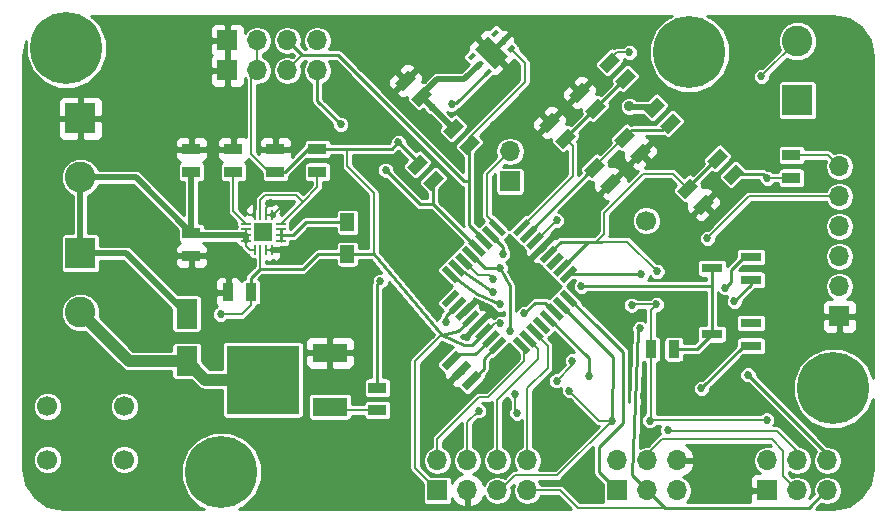
<source format=gtl>
G04 #@! TF.FileFunction,Copper,L1,Top,Signal*
%FSLAX46Y46*%
G04 Gerber Fmt 4.6, Leading zero omitted, Abs format (unit mm)*
G04 Created by KiCad (PCBNEW 4.0.7+dfsg1-1~bpo9+1) date Thu Mar 15 23:06:16 2018*
%MOMM*%
%LPD*%
G01*
G04 APERTURE LIST*
%ADD10C,0.100000*%
%ADD11C,0.600000*%
%ADD12C,6.096000*%
%ADD13R,1.500000X0.970000*%
%ADD14R,0.970000X1.500000*%
%ADD15R,1.800000X0.800000*%
%ADD16R,1.700000X1.700000*%
%ADD17O,1.700000X1.700000*%
%ADD18C,1.700000*%
%ADD19R,2.600000X2.600000*%
%ADD20C,2.600000*%
%ADD21R,1.200000X1.500000*%
%ADD22R,3.000000X1.600000*%
%ADD23R,6.200000X5.800000*%
%ADD24R,0.850000X0.280000*%
%ADD25R,0.280000X0.850000*%
%ADD26R,1.650000X1.650000*%
%ADD27R,1.800000X2.500000*%
%ADD28C,0.685800*%
%ADD29C,0.889000*%
%ADD30C,0.203200*%
%ADD31C,0.254000*%
%ADD32C,0.508000*%
%ADD33C,1.000000*%
G04 APERTURE END LIST*
D10*
D11*
X112776000Y-42494200D03*
X120954800Y-60477400D03*
X117144800Y-56159400D03*
X128524000Y-58674000D03*
X130810000Y-52324000D03*
X130302000Y-50546000D03*
X127762000Y-51054000D03*
X124714000Y-45466000D03*
X117602000Y-45466000D03*
X119888000Y-45466000D03*
X115570000Y-45720000D03*
X112395000Y-45720000D03*
X111125000Y-46355000D03*
X108381800Y-48234600D03*
X111125000Y-50165000D03*
X115722400Y-53162200D03*
D12*
X103200200Y-38760400D03*
D11*
X147243800Y-60147200D03*
X146942000Y-51152000D03*
X151790400Y-51663600D03*
X153568400Y-51663600D03*
X154838400Y-52425600D03*
X154838400Y-53949600D03*
X138353800Y-48260000D03*
X140665200Y-52730400D03*
X143687800Y-49225200D03*
X152349200Y-71526400D03*
X152044400Y-68199000D03*
X138480800Y-43484800D03*
X130810000Y-60604400D03*
X130911600Y-54457600D03*
X141430200Y-56130400D03*
X143563800Y-58340200D03*
X154990800Y-60731400D03*
X155346400Y-57785000D03*
X149072600Y-45186600D03*
X141960600Y-43840400D03*
X122682000Y-45466000D03*
X100863400Y-58420000D03*
X101092000Y-46761400D03*
X108458000Y-38354000D03*
X115646200Y-51435000D03*
X111125000Y-48260000D03*
X108407200Y-53060600D03*
X108407200Y-58928000D03*
X114604800Y-58445400D03*
X128397000Y-64211200D03*
X122682000Y-58674000D03*
X125730000Y-58674000D03*
X125476000Y-51054000D03*
X122936000Y-55880000D03*
X128524000Y-45466000D03*
X128524000Y-48768000D03*
X135636000Y-51308000D03*
X130048000Y-38608000D03*
X134620000Y-37592000D03*
X144780000Y-39116000D03*
X148844000Y-37592000D03*
X161544000Y-38100000D03*
X156188000Y-46730000D03*
X161544000Y-44196000D03*
X168638000Y-40980000D03*
X147450000Y-54200000D03*
X154711400Y-48285400D03*
X152044400Y-55473600D03*
X153492200Y-55473600D03*
X154838400Y-55473600D03*
X164338000Y-55880000D03*
X162814000Y-65532000D03*
X170434000Y-72390000D03*
X158750000Y-74676000D03*
X160274000Y-68834000D03*
X155956000Y-68834000D03*
X145034000Y-64262000D03*
X130175000Y-72390000D03*
X123190000Y-72390000D03*
X134112000Y-70612000D03*
X135890000Y-68580000D03*
X140970000Y-64770000D03*
X138430000Y-60452000D03*
X146304000Y-70612000D03*
X143764000Y-70104000D03*
X147320000Y-76835000D03*
X146685000Y-74930000D03*
X144780000Y-73025000D03*
X140970000Y-71120000D03*
X138430000Y-71120000D03*
X102870000Y-65405000D03*
X111252000Y-71628000D03*
X114604800Y-69621400D03*
X101600000Y-76200000D03*
X109855000Y-76200000D03*
X123190000Y-76200000D03*
D13*
X164592000Y-47813000D03*
X164592000Y-49723000D03*
X120904000Y-49215000D03*
X120904000Y-47305000D03*
X113792000Y-54417000D03*
X113792000Y-56327000D03*
X113792000Y-49215000D03*
X113792000Y-47305000D03*
X117348000Y-49215000D03*
X117348000Y-47305000D03*
D14*
X118811000Y-59436000D03*
X116901000Y-59436000D03*
D10*
G36*
X150138564Y-50017904D02*
X149077904Y-51078564D01*
X148392010Y-50392670D01*
X149452670Y-49332010D01*
X150138564Y-50017904D01*
X150138564Y-50017904D01*
G37*
G36*
X148787990Y-48667330D02*
X147727330Y-49727990D01*
X147041436Y-49042096D01*
X148102096Y-47981436D01*
X148787990Y-48667330D01*
X148787990Y-48667330D01*
G37*
G36*
X145771436Y-42692096D02*
X146832096Y-41631436D01*
X147517990Y-42317330D01*
X146457330Y-43377990D01*
X145771436Y-42692096D01*
X145771436Y-42692096D01*
G37*
G36*
X147122010Y-44042670D02*
X148182670Y-42982010D01*
X148868564Y-43667904D01*
X147807904Y-44728564D01*
X147122010Y-44042670D01*
X147122010Y-44042670D01*
G37*
G36*
X134136564Y-42651904D02*
X133075904Y-43712564D01*
X132390010Y-43026670D01*
X133450670Y-41966010D01*
X134136564Y-42651904D01*
X134136564Y-42651904D01*
G37*
G36*
X132785990Y-41301330D02*
X131725330Y-42361990D01*
X131039436Y-41676096D01*
X132100096Y-40615436D01*
X132785990Y-41301330D01*
X132785990Y-41301330D01*
G37*
D15*
X161162000Y-58354000D03*
X161162000Y-56454000D03*
X157862000Y-57404000D03*
X161162000Y-63942000D03*
X161162000Y-62042000D03*
X157862000Y-62992000D03*
D16*
X168656000Y-61468000D03*
D17*
X168656000Y-58928000D03*
X168656000Y-56388000D03*
X168656000Y-53848000D03*
X168656000Y-51308000D03*
X168656000Y-48768000D03*
D18*
X152298400Y-53365400D03*
D16*
X116840000Y-38100000D03*
D17*
X119380000Y-38100000D03*
X121920000Y-38100000D03*
X124460000Y-38100000D03*
D16*
X149860000Y-76200000D03*
D17*
X149860000Y-73660000D03*
X152400000Y-76200000D03*
X152400000Y-73660000D03*
X154940000Y-76200000D03*
X154940000Y-73660000D03*
D19*
X165100000Y-43180000D03*
D20*
X165100000Y-38180000D03*
D19*
X104394000Y-56134000D03*
D20*
X104394000Y-61134000D03*
D16*
X162560000Y-76200000D03*
D17*
X162560000Y-73660000D03*
X165100000Y-76200000D03*
X165100000Y-73660000D03*
X167640000Y-76200000D03*
X167640000Y-73660000D03*
D16*
X116840000Y-40640000D03*
D17*
X119380000Y-40640000D03*
X121920000Y-40640000D03*
X124460000Y-40640000D03*
D19*
X104394000Y-44704000D03*
D20*
X104394000Y-49704000D03*
D16*
X134620000Y-76200000D03*
D17*
X134620000Y-73660000D03*
X137160000Y-76200000D03*
X137160000Y-73660000D03*
X139700000Y-76200000D03*
X139700000Y-73660000D03*
X142240000Y-76200000D03*
X142240000Y-73660000D03*
D21*
X127000000Y-53514000D03*
X127000000Y-56214000D03*
D22*
X125516000Y-69112400D03*
X125516000Y-64542400D03*
D23*
X119836000Y-66827400D03*
D10*
G36*
X157455436Y-48280096D02*
X158516096Y-47219436D01*
X159201990Y-47905330D01*
X158141330Y-48965990D01*
X157455436Y-48280096D01*
X157455436Y-48280096D01*
G37*
G36*
X158806010Y-49630670D02*
X159866670Y-48570010D01*
X160552564Y-49255904D01*
X159491904Y-50316564D01*
X158806010Y-49630670D01*
X158806010Y-49630670D01*
G37*
G36*
X135103436Y-45740096D02*
X136164096Y-44679436D01*
X136849990Y-45365330D01*
X135789330Y-46425990D01*
X135103436Y-45740096D01*
X135103436Y-45740096D01*
G37*
G36*
X136454010Y-47090670D02*
X137514670Y-46030010D01*
X138200564Y-46715904D01*
X137139904Y-47776564D01*
X136454010Y-47090670D01*
X136454010Y-47090670D01*
G37*
D14*
X152715000Y-64262000D03*
X154625000Y-64262000D03*
D13*
X129540000Y-69408000D03*
X129540000Y-67498000D03*
X124460000Y-47305000D03*
X124460000Y-49215000D03*
D10*
G36*
X155218564Y-44937904D02*
X154157904Y-45998564D01*
X153472010Y-45312670D01*
X154532670Y-44252010D01*
X155218564Y-44937904D01*
X155218564Y-44937904D01*
G37*
G36*
X153867990Y-43587330D02*
X152807330Y-44647990D01*
X152121436Y-43962096D01*
X153182096Y-42901436D01*
X153867990Y-43587330D01*
X153867990Y-43587330D01*
G37*
G36*
X151408564Y-41127904D02*
X150347904Y-42188564D01*
X149662010Y-41502670D01*
X150722670Y-40442010D01*
X151408564Y-41127904D01*
X151408564Y-41127904D01*
G37*
G36*
X150057990Y-39777330D02*
X148997330Y-40837990D01*
X148311436Y-40152096D01*
X149372096Y-39091436D01*
X150057990Y-39777330D01*
X150057990Y-39777330D01*
G37*
G36*
X152678564Y-47477904D02*
X151617904Y-48538564D01*
X150932010Y-47852670D01*
X151992670Y-46792010D01*
X152678564Y-47477904D01*
X152678564Y-47477904D01*
G37*
G36*
X151327990Y-46127330D02*
X150267330Y-47187990D01*
X149581436Y-46502096D01*
X150642096Y-45441436D01*
X151327990Y-46127330D01*
X151327990Y-46127330D01*
G37*
G36*
X143231436Y-45232096D02*
X144292096Y-44171436D01*
X144977990Y-44857330D01*
X143917330Y-45917990D01*
X143231436Y-45232096D01*
X143231436Y-45232096D01*
G37*
G36*
X144582010Y-46582670D02*
X145642670Y-45522010D01*
X146328564Y-46207904D01*
X145267904Y-47268564D01*
X144582010Y-46582670D01*
X144582010Y-46582670D01*
G37*
G36*
X132055436Y-48788096D02*
X133116096Y-47727436D01*
X133801990Y-48413330D01*
X132741330Y-49473990D01*
X132055436Y-48788096D01*
X132055436Y-48788096D01*
G37*
G36*
X133406010Y-50138670D02*
X134466670Y-49078010D01*
X135152564Y-49763904D01*
X134091904Y-50824564D01*
X133406010Y-50138670D01*
X133406010Y-50138670D01*
G37*
G36*
X135359666Y-60713445D02*
X134970757Y-60324536D01*
X136102128Y-59193165D01*
X136491037Y-59582074D01*
X135359666Y-60713445D01*
X135359666Y-60713445D01*
G37*
G36*
X135925352Y-61279130D02*
X135536443Y-60890221D01*
X136667814Y-59758850D01*
X137056723Y-60147759D01*
X135925352Y-61279130D01*
X135925352Y-61279130D01*
G37*
G36*
X136491037Y-61844816D02*
X136102128Y-61455907D01*
X137233499Y-60324536D01*
X137622408Y-60713445D01*
X136491037Y-61844816D01*
X136491037Y-61844816D01*
G37*
G36*
X137056722Y-62410501D02*
X136667813Y-62021592D01*
X137799184Y-60890221D01*
X138188093Y-61279130D01*
X137056722Y-62410501D01*
X137056722Y-62410501D01*
G37*
G36*
X137622408Y-62976187D02*
X137233499Y-62587278D01*
X138364870Y-61455907D01*
X138753779Y-61844816D01*
X137622408Y-62976187D01*
X137622408Y-62976187D01*
G37*
G36*
X138188093Y-63541872D02*
X137799184Y-63152963D01*
X138930555Y-62021592D01*
X139319464Y-62410501D01*
X138188093Y-63541872D01*
X138188093Y-63541872D01*
G37*
G36*
X138753779Y-64107557D02*
X138364870Y-63718648D01*
X139496241Y-62587277D01*
X139885150Y-62976186D01*
X138753779Y-64107557D01*
X138753779Y-64107557D01*
G37*
G36*
X139319464Y-64673243D02*
X138930555Y-64284334D01*
X140061926Y-63152963D01*
X140450835Y-63541872D01*
X139319464Y-64673243D01*
X139319464Y-64673243D01*
G37*
G36*
X142501445Y-64284334D02*
X142112536Y-64673243D01*
X140981165Y-63541872D01*
X141370074Y-63152963D01*
X142501445Y-64284334D01*
X142501445Y-64284334D01*
G37*
G36*
X143067130Y-63718648D02*
X142678221Y-64107557D01*
X141546850Y-62976186D01*
X141935759Y-62587277D01*
X143067130Y-63718648D01*
X143067130Y-63718648D01*
G37*
G36*
X143632816Y-63152963D02*
X143243907Y-63541872D01*
X142112536Y-62410501D01*
X142501445Y-62021592D01*
X143632816Y-63152963D01*
X143632816Y-63152963D01*
G37*
G36*
X144198501Y-62587278D02*
X143809592Y-62976187D01*
X142678221Y-61844816D01*
X143067130Y-61455907D01*
X144198501Y-62587278D01*
X144198501Y-62587278D01*
G37*
G36*
X144764187Y-62021592D02*
X144375278Y-62410501D01*
X143243907Y-61279130D01*
X143632816Y-60890221D01*
X144764187Y-62021592D01*
X144764187Y-62021592D01*
G37*
G36*
X145329872Y-61455907D02*
X144940963Y-61844816D01*
X143809592Y-60713445D01*
X144198501Y-60324536D01*
X145329872Y-61455907D01*
X145329872Y-61455907D01*
G37*
G36*
X145895557Y-60890221D02*
X145506648Y-61279130D01*
X144375277Y-60147759D01*
X144764186Y-59758850D01*
X145895557Y-60890221D01*
X145895557Y-60890221D01*
G37*
G36*
X146461243Y-60324536D02*
X146072334Y-60713445D01*
X144940963Y-59582074D01*
X145329872Y-59193165D01*
X146461243Y-60324536D01*
X146461243Y-60324536D01*
G37*
G36*
X145329872Y-58662835D02*
X144940963Y-58273926D01*
X146072334Y-57142555D01*
X146461243Y-57531464D01*
X145329872Y-58662835D01*
X145329872Y-58662835D01*
G37*
G36*
X144764186Y-58097150D02*
X144375277Y-57708241D01*
X145506648Y-56576870D01*
X145895557Y-56965779D01*
X144764186Y-58097150D01*
X144764186Y-58097150D01*
G37*
G36*
X144198501Y-57531464D02*
X143809592Y-57142555D01*
X144940963Y-56011184D01*
X145329872Y-56400093D01*
X144198501Y-57531464D01*
X144198501Y-57531464D01*
G37*
G36*
X143632816Y-56965779D02*
X143243907Y-56576870D01*
X144375278Y-55445499D01*
X144764187Y-55834408D01*
X143632816Y-56965779D01*
X143632816Y-56965779D01*
G37*
G36*
X143067130Y-56400093D02*
X142678221Y-56011184D01*
X143809592Y-54879813D01*
X144198501Y-55268722D01*
X143067130Y-56400093D01*
X143067130Y-56400093D01*
G37*
G36*
X142501445Y-55834408D02*
X142112536Y-55445499D01*
X143243907Y-54314128D01*
X143632816Y-54703037D01*
X142501445Y-55834408D01*
X142501445Y-55834408D01*
G37*
G36*
X141935759Y-55268723D02*
X141546850Y-54879814D01*
X142678221Y-53748443D01*
X143067130Y-54137352D01*
X141935759Y-55268723D01*
X141935759Y-55268723D01*
G37*
G36*
X141370074Y-54703037D02*
X140981165Y-54314128D01*
X142112536Y-53182757D01*
X142501445Y-53571666D01*
X141370074Y-54703037D01*
X141370074Y-54703037D01*
G37*
G36*
X140450835Y-54314128D02*
X140061926Y-54703037D01*
X138930555Y-53571666D01*
X139319464Y-53182757D01*
X140450835Y-54314128D01*
X140450835Y-54314128D01*
G37*
G36*
X139885150Y-54879814D02*
X139496241Y-55268723D01*
X138364870Y-54137352D01*
X138753779Y-53748443D01*
X139885150Y-54879814D01*
X139885150Y-54879814D01*
G37*
G36*
X139319464Y-55445499D02*
X138930555Y-55834408D01*
X137799184Y-54703037D01*
X138188093Y-54314128D01*
X139319464Y-55445499D01*
X139319464Y-55445499D01*
G37*
G36*
X138753779Y-56011184D02*
X138364870Y-56400093D01*
X137233499Y-55268722D01*
X137622408Y-54879813D01*
X138753779Y-56011184D01*
X138753779Y-56011184D01*
G37*
G36*
X138188093Y-56576870D02*
X137799184Y-56965779D01*
X136667813Y-55834408D01*
X137056722Y-55445499D01*
X138188093Y-56576870D01*
X138188093Y-56576870D01*
G37*
G36*
X137622408Y-57142555D02*
X137233499Y-57531464D01*
X136102128Y-56400093D01*
X136491037Y-56011184D01*
X137622408Y-57142555D01*
X137622408Y-57142555D01*
G37*
G36*
X137056723Y-57708241D02*
X136667814Y-58097150D01*
X135536443Y-56965779D01*
X135925352Y-56576870D01*
X137056723Y-57708241D01*
X137056723Y-57708241D01*
G37*
G36*
X136491037Y-58273926D02*
X136102128Y-58662835D01*
X134970757Y-57531464D01*
X135359666Y-57142555D01*
X136491037Y-58273926D01*
X136491037Y-58273926D01*
G37*
D24*
X121363000Y-55106000D03*
X121363000Y-54606000D03*
X121363000Y-54106000D03*
X121363000Y-53606000D03*
D25*
X120638000Y-52881000D03*
X120138000Y-52881000D03*
X119638000Y-52881000D03*
X119138000Y-52881000D03*
D24*
X118413000Y-53606000D03*
X118413000Y-54106000D03*
X118413000Y-54606000D03*
X118413000Y-55106000D03*
D25*
X119138000Y-55831000D03*
X119638000Y-55831000D03*
X120138000Y-55831000D03*
X120638000Y-55831000D03*
D26*
X119888000Y-54356000D03*
D10*
G36*
X138873802Y-37737142D02*
X140570858Y-39434198D01*
X139510198Y-40494858D01*
X137813142Y-38797802D01*
X138873802Y-37737142D01*
X138873802Y-37737142D01*
G37*
G36*
X140924412Y-38444249D02*
X141207254Y-38727091D01*
X140782990Y-39151355D01*
X140500148Y-38868513D01*
X140924412Y-38444249D01*
X140924412Y-38444249D01*
G37*
G36*
X140252660Y-37772498D02*
X140535502Y-38055340D01*
X140111238Y-38479604D01*
X139828396Y-38196762D01*
X140252660Y-37772498D01*
X140252660Y-37772498D01*
G37*
G36*
X139580909Y-37100746D02*
X139863751Y-37383588D01*
X139439487Y-37807852D01*
X139156645Y-37525010D01*
X139580909Y-37100746D01*
X139580909Y-37100746D01*
G37*
G36*
X137601010Y-39080645D02*
X137883852Y-39363487D01*
X137459588Y-39787751D01*
X137176746Y-39504909D01*
X137601010Y-39080645D01*
X137601010Y-39080645D01*
G37*
G36*
X138272762Y-39752396D02*
X138555604Y-40035238D01*
X138131340Y-40459502D01*
X137848498Y-40176660D01*
X138272762Y-39752396D01*
X138272762Y-39752396D01*
G37*
G36*
X138944513Y-40424148D02*
X139227355Y-40706990D01*
X138803091Y-41131254D01*
X138520249Y-40848412D01*
X138944513Y-40424148D01*
X138944513Y-40424148D01*
G37*
G36*
X134954944Y-65545025D02*
X136157025Y-64342944D01*
X136652000Y-64837919D01*
X135449919Y-66040000D01*
X134954944Y-65545025D01*
X134954944Y-65545025D01*
G37*
G36*
X135803472Y-66393553D02*
X137005553Y-65191472D01*
X137500528Y-65686447D01*
X136298447Y-66888528D01*
X135803472Y-66393553D01*
X135803472Y-66393553D01*
G37*
G36*
X136652000Y-67242081D02*
X137854081Y-66040000D01*
X138349056Y-66534975D01*
X137146975Y-67737056D01*
X136652000Y-67242081D01*
X136652000Y-67242081D01*
G37*
D12*
X116332000Y-74676000D03*
X168148000Y-67564000D03*
X155956000Y-39116000D03*
D11*
X130175000Y-76200000D03*
D16*
X140766800Y-50038000D03*
D17*
X140766800Y-47498000D03*
D18*
X108100000Y-73588000D03*
X101600000Y-73588000D03*
X108100000Y-69088000D03*
X101600000Y-69088000D03*
D10*
G36*
X154915436Y-50820096D02*
X155976096Y-49759436D01*
X156661990Y-50445330D01*
X155601330Y-51505990D01*
X154915436Y-50820096D01*
X154915436Y-50820096D01*
G37*
G36*
X156266010Y-52170670D02*
X157326670Y-51110010D01*
X158012564Y-51795904D01*
X156951904Y-52856564D01*
X156266010Y-52170670D01*
X156266010Y-52170670D01*
G37*
D27*
X113385600Y-61246000D03*
X113385600Y-65246000D03*
D28*
X120548400Y-51892200D03*
X118618000Y-51689000D03*
X121437400Y-52146200D03*
X138112500Y-69469000D03*
X140779500Y-62674500D03*
X162560000Y-49784000D03*
X139954000Y-57404000D03*
X116255800Y-61290200D03*
X139954000Y-62039500D03*
X151066500Y-60515500D03*
X153162000Y-60452000D03*
X153225500Y-57658000D03*
X152590500Y-70294500D03*
X162496500Y-70231000D03*
X131318000Y-46736000D03*
X134175500Y-43751500D03*
D29*
X150876000Y-43688000D03*
D28*
X159766000Y-60198000D03*
X156972000Y-67564000D03*
X139954000Y-60452000D03*
X146812000Y-58928000D03*
X159004000Y-59055000D03*
X139344400Y-58267600D03*
X157480000Y-54864000D03*
X139293600Y-59385200D03*
X135826500Y-43497500D03*
X126428500Y-45212000D03*
X130238500Y-49085500D03*
X141160500Y-68008500D03*
X141351000Y-69659500D03*
X154114500Y-71056500D03*
X146050000Y-65214500D03*
X144716500Y-66929000D03*
X151765000Y-62484000D03*
X151892000Y-57912000D03*
X145796000Y-67754500D03*
X149415500Y-70294500D03*
X162052000Y-41148000D03*
X150876000Y-39116000D03*
X147447000Y-66548000D03*
X160909000Y-66421000D03*
X141986000Y-61214000D03*
X140144500Y-56197500D03*
X129794000Y-58483500D03*
X135318500Y-61976000D03*
X144703800Y-53340000D03*
D30*
X119138000Y-52881000D02*
X118692400Y-52881000D01*
X118160800Y-52146200D02*
X118618000Y-51689000D01*
X118160800Y-52349400D02*
X118160800Y-52146200D01*
X118692400Y-52881000D02*
X118160800Y-52349400D01*
X120138000Y-52881000D02*
X120138000Y-52302600D01*
X120138000Y-52302600D02*
X120548400Y-51892200D01*
X120523000Y-51917600D02*
X120523000Y-52120800D01*
X120548400Y-51892200D02*
X120523000Y-51917600D01*
X121437400Y-52146200D02*
X120702600Y-52881000D01*
X120702600Y-52881000D02*
X120638000Y-52881000D01*
X120138000Y-52881000D02*
X120638000Y-52881000D01*
X120638000Y-55831000D02*
X120138000Y-55831000D01*
X164592000Y-47813000D02*
X167701000Y-47813000D01*
X167701000Y-47813000D02*
X168656000Y-48768000D01*
X164592000Y-49723000D02*
X162621000Y-49723000D01*
X162621000Y-49723000D02*
X162560000Y-49784000D01*
X137160000Y-73660000D02*
X137160000Y-70421500D01*
X137160000Y-70421500D02*
X138112500Y-69469000D01*
D31*
X139890500Y-57404000D02*
X140766800Y-58928000D01*
X140779500Y-61595000D02*
X140779500Y-62674500D01*
X140779500Y-60388500D02*
X140779500Y-61595000D01*
X140766800Y-58928000D02*
X140779500Y-60388500D01*
X162219287Y-49443287D02*
X159679287Y-49443287D01*
X162560000Y-49784000D02*
X162219287Y-49443287D01*
X138684000Y-57404000D02*
X137485639Y-56205639D01*
X139954000Y-57404000D02*
X139890500Y-57404000D01*
X139890500Y-57404000D02*
X138684000Y-57404000D01*
X137485639Y-56205639D02*
X137427953Y-56205639D01*
D30*
X118811000Y-59436000D02*
X118811000Y-60513000D01*
X118033800Y-61290200D02*
X116255800Y-61290200D01*
X118811000Y-60513000D02*
X118033800Y-61290200D01*
X147980400Y-55135213D02*
X148064787Y-55135213D01*
X148064787Y-55135213D02*
X148742400Y-54457600D01*
X148742400Y-54457600D02*
X148742400Y-52679600D01*
X148742400Y-52679600D02*
X152044400Y-49377600D01*
X152044400Y-49377600D02*
X154533600Y-49377600D01*
X154533600Y-49377600D02*
X155788713Y-50632713D01*
X127000000Y-47305000D02*
X127000000Y-48768000D01*
X129239000Y-51007000D02*
X129239000Y-56214000D01*
X127000000Y-48768000D02*
X129239000Y-51007000D01*
X119380000Y-40640000D02*
X119380000Y-38100000D01*
X120904000Y-49215000D02*
X120335000Y-49215000D01*
X120335000Y-49215000D02*
X118872000Y-47752000D01*
X118872000Y-47752000D02*
X118872000Y-41148000D01*
X118872000Y-41148000D02*
X119380000Y-40640000D01*
X119638000Y-55831000D02*
X119638000Y-57467500D01*
X119638000Y-57467500D02*
X119575500Y-57467500D01*
X119575500Y-57467500D02*
X119697500Y-57467500D01*
X138559324Y-62781732D02*
X138703768Y-62781732D01*
X138703768Y-62781732D02*
X139509500Y-62039500D01*
X139509500Y-62039500D02*
X139954000Y-62039500D01*
X153162000Y-60452000D02*
X151130000Y-60452000D01*
X151130000Y-60452000D02*
X151066500Y-60515500D01*
X152715000Y-64262000D02*
X152715000Y-60899000D01*
X150702713Y-55135213D02*
X148572787Y-55135213D01*
X153225500Y-57658000D02*
X150702713Y-55135213D01*
X152715000Y-60899000D02*
X153162000Y-60452000D01*
X152715000Y-64262000D02*
X152715000Y-70170000D01*
X152715000Y-70170000D02*
X152590500Y-70294500D01*
X135024167Y-63065539D02*
X134927461Y-63065539D01*
X132715000Y-74295000D02*
X134620000Y-76200000D01*
X132715000Y-65278000D02*
X132715000Y-74295000D01*
X134927461Y-63065539D02*
X132715000Y-65278000D01*
X152590500Y-70294500D02*
X152654000Y-70231000D01*
X152654000Y-70231000D02*
X162496500Y-70231000D01*
D31*
X118811000Y-59436000D02*
X118811000Y-58232000D01*
X124507000Y-56214000D02*
X127000000Y-56214000D01*
X123253500Y-57467500D02*
X124507000Y-56214000D01*
X119575500Y-57467500D02*
X119697500Y-57467500D01*
X119697500Y-57467500D02*
X123253500Y-57467500D01*
X118811000Y-58232000D02*
X119575500Y-57467500D01*
X132928713Y-48600713D02*
X132928713Y-48346713D01*
X132928713Y-48346713D02*
X131318000Y-46736000D01*
X124460000Y-47305000D02*
X127000000Y-47305000D01*
X127000000Y-47305000D02*
X130749000Y-47305000D01*
X130749000Y-47305000D02*
X131318000Y-46736000D01*
X134175500Y-43751500D02*
X134239000Y-43815000D01*
X134239000Y-43815000D02*
X134175500Y-43878500D01*
X134175500Y-43878500D02*
X134175500Y-43751500D01*
X120904000Y-49215000D02*
X121727000Y-49215000D01*
X123637000Y-47305000D02*
X124460000Y-47305000D01*
X121727000Y-49215000D02*
X123637000Y-47305000D01*
X138559324Y-62781732D02*
X138559324Y-62862676D01*
X138559324Y-62862676D02*
X137541000Y-63881000D01*
X137541000Y-63881000D02*
X136906000Y-63881000D01*
X136906000Y-63881000D02*
X135024167Y-63065539D01*
X135024167Y-63065539D02*
X135001000Y-63055500D01*
X127000000Y-56214000D02*
X129239000Y-56214000D01*
X136340314Y-62738000D02*
X137427953Y-61650361D01*
X135001000Y-63055500D02*
X136340314Y-62738000D01*
X129239000Y-56214000D02*
X135001000Y-63055500D01*
X155788713Y-50632713D02*
X158328713Y-48092713D01*
X147320000Y-55135213D02*
X147980400Y-55135213D01*
X147980400Y-55135213D02*
X148572787Y-55135213D01*
X147337214Y-55135213D02*
X147320000Y-55135213D01*
X147320000Y-55135213D02*
X145074473Y-55135213D01*
X145074473Y-55135213D02*
X144004047Y-56205639D01*
X147337214Y-55135213D02*
X145135417Y-57337010D01*
D32*
X133263287Y-42839287D02*
X133263287Y-42758713D01*
X133263287Y-42758713D02*
X134620000Y-41402000D01*
X136906000Y-41402000D02*
X138202051Y-40105949D01*
X134620000Y-41402000D02*
X136906000Y-41402000D01*
X133263287Y-42839287D02*
X134175500Y-43751500D01*
X134175500Y-43751500D02*
X135976713Y-45552713D01*
X104394000Y-56134000D02*
X108273600Y-56134000D01*
X108273600Y-56134000D02*
X113385600Y-61246000D01*
X104394000Y-49704000D02*
X109079000Y-49704000D01*
X109079000Y-49704000D02*
X113792000Y-54417000D01*
D30*
X118413000Y-54606000D02*
X118413000Y-54106000D01*
X118413000Y-55106000D02*
X118413000Y-55484500D01*
X118759500Y-55831000D02*
X119138000Y-55831000D01*
X118413000Y-55484500D02*
X118759500Y-55831000D01*
D32*
X150962713Y-43774713D02*
X152994713Y-43774713D01*
X150876000Y-43688000D02*
X150962713Y-43774713D01*
X118413000Y-55106000D02*
X118413000Y-54606000D01*
X118413000Y-54606000D02*
X113981000Y-54606000D01*
X113981000Y-54606000D02*
X113792000Y-54417000D01*
X113792000Y-54417000D02*
X113792000Y-49215000D01*
X104394000Y-56134000D02*
X104394000Y-49704000D01*
D30*
X117348000Y-49215000D02*
X117348000Y-52541000D01*
X117348000Y-52541000D02*
X118413000Y-53606000D01*
D31*
X161162000Y-58354000D02*
X161162000Y-58802000D01*
X161162000Y-58802000D02*
X159766000Y-60198000D01*
X156972000Y-67564000D02*
X160594000Y-63942000D01*
X160594000Y-63942000D02*
X161162000Y-63942000D01*
X135730897Y-58006897D02*
X135730897Y-57902695D01*
X137998200Y-59537600D02*
X135730897Y-58006897D01*
X139954000Y-60452000D02*
X137998200Y-59537600D01*
X157862000Y-58928000D02*
X146812000Y-58928000D01*
X157862000Y-58928000D02*
X157862000Y-57404000D01*
X157862000Y-62992000D02*
X157862000Y-58928000D01*
X154625000Y-64262000D02*
X156592000Y-64262000D01*
X156592000Y-64262000D02*
X157862000Y-62992000D01*
X135730897Y-57902695D02*
X135730897Y-58006897D01*
X159512000Y-57531000D02*
X160589000Y-56454000D01*
X159512000Y-58547000D02*
X159512000Y-57531000D01*
X159004000Y-59055000D02*
X159512000Y-58547000D01*
X160589000Y-56454000D02*
X161162000Y-56454000D01*
X161102000Y-56454000D02*
X161162000Y-56454000D01*
D30*
X139344400Y-58267600D02*
X139001501Y-57924701D01*
X139001501Y-57924701D02*
X138015645Y-57924701D01*
X138015645Y-57924701D02*
X137498663Y-57407719D01*
X137498663Y-57407719D02*
X136862268Y-56771324D01*
D31*
X136862268Y-56771324D02*
X136862268Y-56852268D01*
D30*
X168656000Y-51308000D02*
X161036000Y-51308000D01*
X161036000Y-51308000D02*
X157480000Y-54864000D01*
D31*
X136331010Y-57337010D02*
X139293600Y-59385200D01*
X136296583Y-57337010D02*
X136331010Y-57337010D01*
D30*
X137327287Y-46903287D02*
X137327287Y-46340113D01*
X137327287Y-46340113D02*
X142036800Y-41630600D01*
X142036800Y-39980901D02*
X140853701Y-38797802D01*
X142036800Y-41630600D02*
X142036800Y-39980901D01*
X121920000Y-40640000D02*
X123190000Y-39370000D01*
D31*
X140853701Y-38797802D02*
X140905802Y-38797802D01*
X137327287Y-46903287D02*
X137327287Y-46822713D01*
X137327287Y-50038000D02*
X136906000Y-50038000D01*
X123190000Y-39370000D02*
X121920000Y-38100000D01*
X126238000Y-39370000D02*
X123190000Y-39370000D01*
X136906000Y-50038000D02*
X126238000Y-39370000D01*
X138559324Y-55074268D02*
X138559324Y-54993324D01*
X138559324Y-54993324D02*
X137327287Y-53761287D01*
X137327287Y-53761287D02*
X137327287Y-50038000D01*
X137327287Y-50038000D02*
X137327287Y-46903287D01*
X134279287Y-51983287D02*
X134279287Y-49951287D01*
X135826500Y-43497500D02*
X135826500Y-43434000D01*
X135826500Y-43434000D02*
X135826500Y-43497500D01*
X135826500Y-43497500D02*
X135826500Y-43434000D01*
X134279287Y-51983287D02*
X133136287Y-51983287D01*
X124460000Y-43243500D02*
X124460000Y-40640000D01*
X126428500Y-45212000D02*
X124460000Y-43243500D01*
X133136287Y-51983287D02*
X130238500Y-49085500D01*
X136217503Y-43434000D02*
X138873802Y-40777701D01*
X135636000Y-43434000D02*
X135826500Y-43434000D01*
X135826500Y-43434000D02*
X136217503Y-43434000D01*
X135636000Y-43434000D02*
X135636000Y-43434000D01*
X137993639Y-55639953D02*
X137935953Y-55639953D01*
X137935953Y-55639953D02*
X134279287Y-51983287D01*
D30*
X141160500Y-68008500D02*
X141224000Y-68072000D01*
X141224000Y-68072000D02*
X141224000Y-69532500D01*
X141224000Y-69532500D02*
X141351000Y-69659500D01*
X163385500Y-71183500D02*
X165100000Y-72898000D01*
X154241500Y-71183500D02*
X163385500Y-71183500D01*
X154114500Y-71056500D02*
X154241500Y-71183500D01*
X165100000Y-72898000D02*
X165100000Y-73660000D01*
D31*
X145701103Y-59953305D02*
X148336000Y-62484000D01*
X148336000Y-74676000D02*
X149860000Y-76200000D01*
X148336000Y-72517000D02*
X148336000Y-74676000D01*
X150368000Y-70485000D02*
X148336000Y-72517000D01*
X150368000Y-64516000D02*
X150368000Y-70485000D01*
X148336000Y-62484000D02*
X150368000Y-64516000D01*
D30*
X146050000Y-65595500D02*
X146050000Y-65214500D01*
X144716500Y-66929000D02*
X146050000Y-65595500D01*
X142240000Y-76200000D02*
X145034000Y-76200000D01*
X146494500Y-77660500D02*
X153860500Y-77660500D01*
X145034000Y-76200000D02*
X146494500Y-77660500D01*
D31*
X167640000Y-76200000D02*
X167513000Y-76200000D01*
X167513000Y-76200000D02*
X166052500Y-77660500D01*
X166052500Y-77660500D02*
X153860500Y-77660500D01*
X153860500Y-77660500D02*
X152400000Y-76200000D01*
X145701103Y-57902695D02*
X151882695Y-57902695D01*
X151130000Y-74930000D02*
X152400000Y-76200000D01*
X151638000Y-62611000D02*
X151130000Y-74930000D01*
X151765000Y-62484000D02*
X151638000Y-62611000D01*
X151882695Y-57902695D02*
X151892000Y-57912000D01*
D30*
X148336000Y-70294500D02*
X149415500Y-70294500D01*
X145796000Y-67754500D02*
X148336000Y-70294500D01*
X139700000Y-76200000D02*
X139954000Y-76200000D01*
X139954000Y-76200000D02*
X141224000Y-74930000D01*
X144780000Y-74930000D02*
X149415500Y-70294500D01*
X141224000Y-74930000D02*
X144780000Y-74930000D01*
X139700000Y-76200000D02*
X139700000Y-76136500D01*
X152400000Y-73660000D02*
X152400000Y-73152000D01*
X152400000Y-73152000D02*
X153670000Y-71882000D01*
X163893500Y-74993500D02*
X165100000Y-76200000D01*
X163893500Y-72834500D02*
X163893500Y-74993500D01*
X162941000Y-71882000D02*
X163893500Y-72834500D01*
X153670000Y-71882000D02*
X162941000Y-71882000D01*
D31*
X145135417Y-60518990D02*
X145135417Y-60553417D01*
X145135417Y-60553417D02*
X149479000Y-64897000D01*
X149479000Y-64897000D02*
X149415500Y-70294500D01*
D30*
X165100000Y-38180000D02*
X165020000Y-38180000D01*
X165020000Y-38180000D02*
X162052000Y-41148000D01*
X150876000Y-39116000D02*
X149860000Y-39116000D01*
X149860000Y-39116000D02*
X149184713Y-39791287D01*
X149184713Y-39791287D02*
X149184713Y-39964713D01*
D31*
X144004047Y-61650361D02*
X144073361Y-61650361D01*
X144073361Y-61650361D02*
X147447000Y-65024000D01*
X147447000Y-65024000D02*
X147447000Y-66548000D01*
X160909000Y-66421000D02*
X167640000Y-73152000D01*
X167640000Y-73152000D02*
X167640000Y-73660000D01*
D30*
X141741305Y-63913103D02*
X141741305Y-64017305D01*
X141741305Y-64017305D02*
X141986000Y-64262000D01*
X141986000Y-64262000D02*
X141986000Y-65278000D01*
X141986000Y-65278000D02*
X138938000Y-68326000D01*
X138938000Y-68326000D02*
X138176000Y-68326000D01*
X138176000Y-68326000D02*
X134620000Y-71882000D01*
X134620000Y-71882000D02*
X134620000Y-73660000D01*
X142306990Y-63347417D02*
X142306990Y-63376490D01*
X142306990Y-63376490D02*
X143129000Y-64198500D01*
X143129000Y-64198500D02*
X143129000Y-65087500D01*
X143129000Y-65087500D02*
X139700000Y-68516500D01*
X139700000Y-68516500D02*
X139700000Y-73660000D01*
X142872676Y-62781732D02*
X142872676Y-62862676D01*
X142872676Y-62862676D02*
X143954500Y-63944500D01*
X143954500Y-63944500D02*
X143954500Y-65849500D01*
X143954500Y-65849500D02*
X142240000Y-67564000D01*
X142240000Y-67564000D02*
X142240000Y-73660000D01*
D31*
X121363000Y-55106000D02*
X121363000Y-54606000D01*
X121363000Y-54606000D02*
X121363000Y-54106000D01*
X127000000Y-53514000D02*
X123460500Y-53514000D01*
X122368500Y-54606000D02*
X121363000Y-54606000D01*
X123460500Y-53514000D02*
X122368500Y-54606000D01*
D30*
X129540000Y-69408000D02*
X125811600Y-69408000D01*
X125811600Y-69408000D02*
X125516000Y-69112400D01*
X119638000Y-52881000D02*
X119638000Y-51583400D01*
X122656600Y-51231800D02*
X123196900Y-51772100D01*
X119989600Y-51231800D02*
X122656600Y-51231800D01*
X119638000Y-51583400D02*
X119989600Y-51231800D01*
X124460000Y-49215000D02*
X124460000Y-50509000D01*
X124460000Y-50509000D02*
X123196900Y-51772100D01*
X123196900Y-51772100D02*
X121363000Y-53606000D01*
D31*
X135803472Y-65191472D02*
X135976528Y-65191472D01*
X135976528Y-65191472D02*
X136525000Y-64643000D01*
X136525000Y-64643000D02*
X137829427Y-64643000D01*
X137829427Y-64643000D02*
X139125010Y-63347417D01*
X137500528Y-66888528D02*
X137581472Y-66888528D01*
X137581472Y-66888528D02*
X138557000Y-65913000D01*
X138557000Y-65913000D02*
X138557000Y-65046798D01*
X138557000Y-65046798D02*
X139690695Y-63913103D01*
X144569732Y-61084676D02*
X144523676Y-61084676D01*
X144523676Y-61084676D02*
X143764000Y-60325000D01*
X143764000Y-60325000D02*
X142875000Y-60325000D01*
X142875000Y-60325000D02*
X141986000Y-61214000D01*
D33*
X113385600Y-65246000D02*
X108506000Y-65246000D01*
X108506000Y-65246000D02*
X104394000Y-61134000D01*
X119836000Y-66827400D02*
X114967000Y-66827400D01*
X114967000Y-66827400D02*
X113385600Y-65246000D01*
D30*
X141741305Y-53942897D02*
X141741305Y-53914895D01*
X141741305Y-53914895D02*
X146075400Y-49580800D01*
X146075400Y-49580800D02*
X146075400Y-47015400D01*
X146075400Y-47015400D02*
X145455287Y-46395287D01*
D31*
X145455287Y-46395287D02*
X147995287Y-43855287D01*
X147995287Y-43855287D02*
X150535287Y-41315287D01*
D30*
X147914713Y-48854713D02*
X150454713Y-46314713D01*
D31*
X154345287Y-45125287D02*
X154264713Y-45125287D01*
X154264713Y-45125287D02*
X153670000Y-45720000D01*
X151049426Y-45720000D02*
X150454713Y-46314713D01*
X153670000Y-45720000D02*
X151049426Y-45720000D01*
X142306990Y-54508583D02*
X142306990Y-54462436D01*
X142306990Y-54462436D02*
X147914713Y-48854713D01*
X139125010Y-54508583D02*
X139125010Y-54543010D01*
X139125010Y-54543010D02*
X140144500Y-55562500D01*
X140144500Y-55562500D02*
X140144500Y-56197500D01*
X129794000Y-58483500D02*
X129540000Y-58737500D01*
X129540000Y-58737500D02*
X129540000Y-67498000D01*
X136296583Y-60518990D02*
X136267510Y-60518990D01*
X136267510Y-60518990D02*
X135318500Y-61468000D01*
X135318500Y-61468000D02*
X135318500Y-61976000D01*
D30*
X142872676Y-55074268D02*
X142969532Y-55074268D01*
X142969532Y-55074268D02*
X144703800Y-53340000D01*
X139690695Y-53942897D02*
X139690695Y-53889495D01*
X139690695Y-53889495D02*
X138811000Y-53009800D01*
X138811000Y-53009800D02*
X138811000Y-49453800D01*
X138811000Y-49453800D02*
X140766800Y-47498000D01*
D31*
G36*
X154016165Y-36207340D02*
X153050730Y-37171092D01*
X152527597Y-38430937D01*
X152526406Y-39795078D01*
X153047340Y-41055835D01*
X154011092Y-42021270D01*
X155270937Y-42544403D01*
X156635078Y-42545594D01*
X157895835Y-42024660D01*
X158040747Y-41880000D01*
X163411536Y-41880000D01*
X163411536Y-44480000D01*
X163438103Y-44621190D01*
X163521546Y-44750865D01*
X163648866Y-44837859D01*
X163800000Y-44868464D01*
X166400000Y-44868464D01*
X166541190Y-44841897D01*
X166670865Y-44758454D01*
X166757859Y-44631134D01*
X166788464Y-44480000D01*
X166788464Y-41880000D01*
X166761897Y-41738810D01*
X166678454Y-41609135D01*
X166551134Y-41522141D01*
X166400000Y-41491536D01*
X163800000Y-41491536D01*
X163658810Y-41518103D01*
X163529135Y-41601546D01*
X163442141Y-41728866D01*
X163411536Y-41880000D01*
X158040747Y-41880000D01*
X158630414Y-41291361D01*
X161327975Y-41291361D01*
X161437950Y-41557521D01*
X161641408Y-41761335D01*
X161907376Y-41871774D01*
X162195361Y-41872025D01*
X162461521Y-41762050D01*
X162665335Y-41558592D01*
X162775774Y-41292624D01*
X162775936Y-41106564D01*
X164239606Y-39642894D01*
X164764161Y-39860708D01*
X165432905Y-39861291D01*
X166050966Y-39605914D01*
X166524252Y-39133453D01*
X166780708Y-38515839D01*
X166781291Y-37847095D01*
X166525914Y-37229034D01*
X166053453Y-36755748D01*
X165435839Y-36499292D01*
X164767095Y-36498709D01*
X164149034Y-36754086D01*
X163675748Y-37226547D01*
X163419292Y-37844161D01*
X163418709Y-38512905D01*
X163590011Y-38927489D01*
X162093364Y-40424136D01*
X161908639Y-40423975D01*
X161642479Y-40533950D01*
X161438665Y-40737408D01*
X161328226Y-41003376D01*
X161327975Y-41291361D01*
X158630414Y-41291361D01*
X158861270Y-41060908D01*
X159384403Y-39801063D01*
X159385594Y-38436922D01*
X158864660Y-37176165D01*
X157900908Y-36210730D01*
X157431946Y-36016000D01*
X168103089Y-36016000D01*
X169428102Y-36279562D01*
X170513319Y-37004681D01*
X171238438Y-38089898D01*
X171502000Y-39414911D01*
X171502000Y-66701970D01*
X171056660Y-65624165D01*
X170092908Y-64658730D01*
X168833063Y-64135597D01*
X167468922Y-64134406D01*
X166208165Y-64655340D01*
X165242730Y-65619092D01*
X164719597Y-66878937D01*
X164718406Y-68243078D01*
X165239340Y-69503835D01*
X166203092Y-70469270D01*
X167462937Y-70992403D01*
X168827078Y-70993594D01*
X170087835Y-70472660D01*
X171053270Y-69508908D01*
X171502000Y-68428245D01*
X171502000Y-74377089D01*
X171238438Y-75702102D01*
X170513319Y-76787319D01*
X169428102Y-77512438D01*
X168103089Y-77776000D01*
X166655420Y-77776000D01*
X167109625Y-77321795D01*
X167168917Y-77361413D01*
X167640000Y-77455117D01*
X168111083Y-77361413D01*
X168510448Y-77094565D01*
X168777296Y-76695200D01*
X168871000Y-76224117D01*
X168871000Y-76175883D01*
X168777296Y-75704800D01*
X168510448Y-75305435D01*
X168111083Y-75038587D01*
X167640000Y-74944883D01*
X167168917Y-75038587D01*
X166769552Y-75305435D01*
X166502704Y-75704800D01*
X166409000Y-76175883D01*
X166409000Y-76224117D01*
X166468970Y-76525610D01*
X166112278Y-76882302D01*
X166237296Y-76695200D01*
X166331000Y-76224117D01*
X166331000Y-76175883D01*
X166237296Y-75704800D01*
X165970448Y-75305435D01*
X165571083Y-75038587D01*
X165100000Y-74944883D01*
X164628917Y-75038587D01*
X164624223Y-75041723D01*
X164376100Y-74793600D01*
X164376100Y-74652486D01*
X164628917Y-74821413D01*
X165100000Y-74915117D01*
X165571083Y-74821413D01*
X165970448Y-74554565D01*
X166237296Y-74155200D01*
X166331000Y-73684117D01*
X166331000Y-73635883D01*
X166237296Y-73164800D01*
X165970448Y-72765435D01*
X165571083Y-72498587D01*
X165336407Y-72451907D01*
X163726750Y-70842250D01*
X163570183Y-70737636D01*
X163385500Y-70700900D01*
X163050423Y-70700900D01*
X163109835Y-70641592D01*
X163220274Y-70375624D01*
X163220525Y-70087639D01*
X163110550Y-69821479D01*
X162907092Y-69617665D01*
X162641124Y-69507226D01*
X162353139Y-69506975D01*
X162086979Y-69616950D01*
X161955299Y-69748400D01*
X153197600Y-69748400D01*
X153197600Y-67707361D01*
X156247975Y-67707361D01*
X156357950Y-67973521D01*
X156561408Y-68177335D01*
X156827376Y-68287774D01*
X157115361Y-68288025D01*
X157381521Y-68178050D01*
X157585335Y-67974592D01*
X157695774Y-67708624D01*
X157695905Y-67558515D01*
X158690059Y-66564361D01*
X160184975Y-66564361D01*
X160294950Y-66830521D01*
X160498408Y-67034335D01*
X160764376Y-67144774D01*
X160914485Y-67144905D01*
X166675609Y-72906030D01*
X166502704Y-73164800D01*
X166409000Y-73635883D01*
X166409000Y-73684117D01*
X166502704Y-74155200D01*
X166769552Y-74554565D01*
X167168917Y-74821413D01*
X167640000Y-74915117D01*
X168111083Y-74821413D01*
X168510448Y-74554565D01*
X168777296Y-74155200D01*
X168871000Y-73684117D01*
X168871000Y-73635883D01*
X168777296Y-73164800D01*
X168510448Y-72765435D01*
X168111083Y-72498587D01*
X167640000Y-72404883D01*
X167616065Y-72409644D01*
X161632895Y-66426475D01*
X161633025Y-66277639D01*
X161523050Y-66011479D01*
X161319592Y-65807665D01*
X161053624Y-65697226D01*
X160765639Y-65696975D01*
X160499479Y-65806950D01*
X160295665Y-66010408D01*
X160185226Y-66276376D01*
X160184975Y-66564361D01*
X158690059Y-66564361D01*
X160523957Y-64730464D01*
X162062000Y-64730464D01*
X162203190Y-64703897D01*
X162332865Y-64620454D01*
X162419859Y-64493134D01*
X162450464Y-64342000D01*
X162450464Y-63542000D01*
X162423897Y-63400810D01*
X162340454Y-63271135D01*
X162213134Y-63184141D01*
X162062000Y-63153536D01*
X160262000Y-63153536D01*
X160120810Y-63180103D01*
X159991135Y-63263546D01*
X159904141Y-63390866D01*
X159873536Y-63542000D01*
X159873536Y-63944043D01*
X156977475Y-66840105D01*
X156828639Y-66839975D01*
X156562479Y-66949950D01*
X156358665Y-67153408D01*
X156248226Y-67419376D01*
X156247975Y-67707361D01*
X153197600Y-67707361D01*
X153197600Y-65400464D01*
X153200000Y-65400464D01*
X153341190Y-65373897D01*
X153470865Y-65290454D01*
X153557859Y-65163134D01*
X153588464Y-65012000D01*
X153588464Y-63512000D01*
X153561897Y-63370810D01*
X153478454Y-63241135D01*
X153351134Y-63154141D01*
X153200000Y-63123536D01*
X153197600Y-63123536D01*
X153197600Y-61175931D01*
X153305361Y-61176025D01*
X153571521Y-61066050D01*
X153775335Y-60862592D01*
X153885774Y-60596624D01*
X153886025Y-60308639D01*
X153776050Y-60042479D01*
X153572592Y-59838665D01*
X153306624Y-59728226D01*
X153018639Y-59727975D01*
X152752479Y-59837950D01*
X152620799Y-59969400D01*
X151544210Y-59969400D01*
X151477092Y-59902165D01*
X151211124Y-59791726D01*
X150923139Y-59791475D01*
X150656979Y-59901450D01*
X150453165Y-60104908D01*
X150342726Y-60370876D01*
X150342475Y-60658861D01*
X150452450Y-60925021D01*
X150655908Y-61128835D01*
X150921876Y-61239274D01*
X151209861Y-61239525D01*
X151476021Y-61129550D01*
X151671312Y-60934600D01*
X152232400Y-60934600D01*
X152232400Y-61927572D01*
X152175592Y-61870665D01*
X151909624Y-61760226D01*
X151621639Y-61759975D01*
X151355479Y-61869950D01*
X151151665Y-62073408D01*
X151041226Y-62339376D01*
X151040975Y-62627361D01*
X151120915Y-62820831D01*
X150876000Y-68760021D01*
X150876000Y-64516000D01*
X150837331Y-64321597D01*
X150727210Y-64156790D01*
X148695210Y-62124790D01*
X148690875Y-62121894D01*
X148687892Y-62117618D01*
X146845687Y-60348265D01*
X146849670Y-60329903D01*
X146821155Y-60178360D01*
X146735929Y-60049850D01*
X145614079Y-58928000D01*
X146131384Y-58410695D01*
X146305565Y-58410695D01*
X146198665Y-58517408D01*
X146088226Y-58783376D01*
X146087975Y-59071361D01*
X146197950Y-59337521D01*
X146401408Y-59541335D01*
X146667376Y-59651774D01*
X146955361Y-59652025D01*
X147221521Y-59542050D01*
X147327757Y-59436000D01*
X157354000Y-59436000D01*
X157354000Y-62203536D01*
X156962000Y-62203536D01*
X156820810Y-62230103D01*
X156691135Y-62313546D01*
X156604141Y-62440866D01*
X156573536Y-62592000D01*
X156573536Y-63392000D01*
X156600103Y-63533190D01*
X156600998Y-63534582D01*
X156381580Y-63754000D01*
X155498464Y-63754000D01*
X155498464Y-63512000D01*
X155471897Y-63370810D01*
X155388454Y-63241135D01*
X155261134Y-63154141D01*
X155110000Y-63123536D01*
X154140000Y-63123536D01*
X153998810Y-63150103D01*
X153869135Y-63233546D01*
X153782141Y-63360866D01*
X153751536Y-63512000D01*
X153751536Y-65012000D01*
X153778103Y-65153190D01*
X153861546Y-65282865D01*
X153988866Y-65369859D01*
X154140000Y-65400464D01*
X155110000Y-65400464D01*
X155251190Y-65373897D01*
X155380865Y-65290454D01*
X155467859Y-65163134D01*
X155498464Y-65012000D01*
X155498464Y-64770000D01*
X156592000Y-64770000D01*
X156786403Y-64731331D01*
X156951210Y-64621210D01*
X157791956Y-63780464D01*
X158762000Y-63780464D01*
X158903190Y-63753897D01*
X159032865Y-63670454D01*
X159119859Y-63543134D01*
X159150464Y-63392000D01*
X159150464Y-62592000D01*
X159123897Y-62450810D01*
X159040454Y-62321135D01*
X158913134Y-62234141D01*
X158762000Y-62203536D01*
X158370000Y-62203536D01*
X158370000Y-61642000D01*
X159873536Y-61642000D01*
X159873536Y-62442000D01*
X159900103Y-62583190D01*
X159983546Y-62712865D01*
X160110866Y-62799859D01*
X160262000Y-62830464D01*
X162062000Y-62830464D01*
X162203190Y-62803897D01*
X162332865Y-62720454D01*
X162419859Y-62593134D01*
X162450464Y-62442000D01*
X162450464Y-61753750D01*
X167171000Y-61753750D01*
X167171000Y-62444310D01*
X167267673Y-62677699D01*
X167446302Y-62856327D01*
X167679691Y-62953000D01*
X168370250Y-62953000D01*
X168529000Y-62794250D01*
X168529000Y-61595000D01*
X168783000Y-61595000D01*
X168783000Y-62794250D01*
X168941750Y-62953000D01*
X169632309Y-62953000D01*
X169865698Y-62856327D01*
X170044327Y-62677699D01*
X170141000Y-62444310D01*
X170141000Y-61753750D01*
X169982250Y-61595000D01*
X168783000Y-61595000D01*
X168529000Y-61595000D01*
X167329750Y-61595000D01*
X167171000Y-61753750D01*
X162450464Y-61753750D01*
X162450464Y-61642000D01*
X162423897Y-61500810D01*
X162340454Y-61371135D01*
X162213134Y-61284141D01*
X162062000Y-61253536D01*
X160262000Y-61253536D01*
X160120810Y-61280103D01*
X159991135Y-61363546D01*
X159904141Y-61490866D01*
X159873536Y-61642000D01*
X158370000Y-61642000D01*
X158370000Y-59416238D01*
X158389950Y-59464521D01*
X158593408Y-59668335D01*
X158859376Y-59778774D01*
X159147361Y-59779025D01*
X159170739Y-59769365D01*
X159152665Y-59787408D01*
X159042226Y-60053376D01*
X159041975Y-60341361D01*
X159151950Y-60607521D01*
X159355408Y-60811335D01*
X159621376Y-60921774D01*
X159909361Y-60922025D01*
X160175521Y-60812050D01*
X160379335Y-60608592D01*
X160427876Y-60491690D01*
X167171000Y-60491690D01*
X167171000Y-61182250D01*
X167329750Y-61341000D01*
X168529000Y-61341000D01*
X168529000Y-61321000D01*
X168783000Y-61321000D01*
X168783000Y-61341000D01*
X169982250Y-61341000D01*
X170141000Y-61182250D01*
X170141000Y-60491690D01*
X170044327Y-60258301D01*
X169865698Y-60079673D01*
X169632309Y-59983000D01*
X169274364Y-59983000D01*
X169550565Y-59798448D01*
X169817413Y-59399083D01*
X169911117Y-58928000D01*
X169817413Y-58456917D01*
X169550565Y-58057552D01*
X169151200Y-57790704D01*
X168680117Y-57697000D01*
X168631883Y-57697000D01*
X168160800Y-57790704D01*
X167761435Y-58057552D01*
X167494587Y-58456917D01*
X167400883Y-58928000D01*
X167494587Y-59399083D01*
X167761435Y-59798448D01*
X168037636Y-59983000D01*
X167679691Y-59983000D01*
X167446302Y-60079673D01*
X167267673Y-60258301D01*
X167171000Y-60491690D01*
X160427876Y-60491690D01*
X160489774Y-60342624D01*
X160489905Y-60192515D01*
X161521210Y-59161210D01*
X161533736Y-59142464D01*
X162062000Y-59142464D01*
X162203190Y-59115897D01*
X162332865Y-59032454D01*
X162419859Y-58905134D01*
X162450464Y-58754000D01*
X162450464Y-57954000D01*
X162423897Y-57812810D01*
X162340454Y-57683135D01*
X162213134Y-57596141D01*
X162062000Y-57565536D01*
X160262000Y-57565536D01*
X160180560Y-57580860D01*
X160518956Y-57242464D01*
X162062000Y-57242464D01*
X162203190Y-57215897D01*
X162332865Y-57132454D01*
X162419859Y-57005134D01*
X162450464Y-56854000D01*
X162450464Y-56388000D01*
X167400883Y-56388000D01*
X167494587Y-56859083D01*
X167761435Y-57258448D01*
X168160800Y-57525296D01*
X168631883Y-57619000D01*
X168680117Y-57619000D01*
X169151200Y-57525296D01*
X169550565Y-57258448D01*
X169817413Y-56859083D01*
X169911117Y-56388000D01*
X169817413Y-55916917D01*
X169550565Y-55517552D01*
X169151200Y-55250704D01*
X168680117Y-55157000D01*
X168631883Y-55157000D01*
X168160800Y-55250704D01*
X167761435Y-55517552D01*
X167494587Y-55916917D01*
X167400883Y-56388000D01*
X162450464Y-56388000D01*
X162450464Y-56054000D01*
X162423897Y-55912810D01*
X162340454Y-55783135D01*
X162213134Y-55696141D01*
X162062000Y-55665536D01*
X160262000Y-55665536D01*
X160120810Y-55692103D01*
X159991135Y-55775546D01*
X159904141Y-55902866D01*
X159873536Y-56054000D01*
X159873536Y-56451044D01*
X159152790Y-57171790D01*
X159150464Y-57175271D01*
X159150464Y-57004000D01*
X159123897Y-56862810D01*
X159040454Y-56733135D01*
X158913134Y-56646141D01*
X158762000Y-56615536D01*
X156962000Y-56615536D01*
X156820810Y-56642103D01*
X156691135Y-56725546D01*
X156604141Y-56852866D01*
X156573536Y-57004000D01*
X156573536Y-57804000D01*
X156600103Y-57945190D01*
X156683546Y-58074865D01*
X156810866Y-58161859D01*
X156962000Y-58192464D01*
X157354000Y-58192464D01*
X157354000Y-58420000D01*
X152407757Y-58420000D01*
X152505335Y-58322592D01*
X152611350Y-58067279D01*
X152611450Y-58067521D01*
X152814908Y-58271335D01*
X153080876Y-58381774D01*
X153368861Y-58382025D01*
X153635021Y-58272050D01*
X153838835Y-58068592D01*
X153949274Y-57802624D01*
X153949525Y-57514639D01*
X153839550Y-57248479D01*
X153636092Y-57044665D01*
X153370124Y-56934226D01*
X153184063Y-56934064D01*
X151257361Y-55007361D01*
X156755975Y-55007361D01*
X156865950Y-55273521D01*
X157069408Y-55477335D01*
X157335376Y-55587774D01*
X157623361Y-55588025D01*
X157889521Y-55478050D01*
X158093335Y-55274592D01*
X158203774Y-55008624D01*
X158203936Y-54822564D01*
X159178499Y-53848000D01*
X167400883Y-53848000D01*
X167494587Y-54319083D01*
X167761435Y-54718448D01*
X168160800Y-54985296D01*
X168631883Y-55079000D01*
X168680117Y-55079000D01*
X169151200Y-54985296D01*
X169550565Y-54718448D01*
X169817413Y-54319083D01*
X169911117Y-53848000D01*
X169817413Y-53376917D01*
X169550565Y-52977552D01*
X169151200Y-52710704D01*
X168680117Y-52617000D01*
X168631883Y-52617000D01*
X168160800Y-52710704D01*
X167761435Y-52977552D01*
X167494587Y-53376917D01*
X167400883Y-53848000D01*
X159178499Y-53848000D01*
X161235899Y-51790600D01*
X167502282Y-51790600D01*
X167761435Y-52178448D01*
X168160800Y-52445296D01*
X168631883Y-52539000D01*
X168680117Y-52539000D01*
X169151200Y-52445296D01*
X169550565Y-52178448D01*
X169817413Y-51779083D01*
X169911117Y-51308000D01*
X169817413Y-50836917D01*
X169550565Y-50437552D01*
X169151200Y-50170704D01*
X168680117Y-50077000D01*
X168631883Y-50077000D01*
X168160800Y-50170704D01*
X167761435Y-50437552D01*
X167502282Y-50825400D01*
X161036000Y-50825400D01*
X160851317Y-50862136D01*
X160694750Y-50966750D01*
X160694748Y-50966753D01*
X157521364Y-54140136D01*
X157336639Y-54139975D01*
X157070479Y-54249950D01*
X156866665Y-54453408D01*
X156756226Y-54719376D01*
X156755975Y-55007361D01*
X151257361Y-55007361D01*
X151043963Y-54793963D01*
X150887396Y-54689349D01*
X150702713Y-54652613D01*
X149181362Y-54652613D01*
X149188264Y-54642283D01*
X149225000Y-54457600D01*
X149225000Y-53609187D01*
X151067187Y-53609187D01*
X151254200Y-54061795D01*
X151600184Y-54408383D01*
X152052465Y-54596186D01*
X152542187Y-54596613D01*
X152994795Y-54409600D01*
X153341383Y-54063616D01*
X153529186Y-53611335D01*
X153529613Y-53121613D01*
X153454647Y-52940179D01*
X156362000Y-52940179D01*
X156362000Y-53164686D01*
X156592205Y-53394891D01*
X156825594Y-53491563D01*
X157078213Y-53491564D01*
X157311602Y-53394891D01*
X157729191Y-52977302D01*
X157729191Y-52752796D01*
X157139287Y-52162892D01*
X156362000Y-52940179D01*
X153454647Y-52940179D01*
X153342600Y-52669005D01*
X152996616Y-52322417D01*
X152544335Y-52134614D01*
X152054613Y-52134187D01*
X151602005Y-52321200D01*
X151255417Y-52667184D01*
X151067614Y-53119465D01*
X151067187Y-53609187D01*
X149225000Y-53609187D01*
X149225000Y-52879500D01*
X152244300Y-49860200D01*
X154333700Y-49860200D01*
X154829830Y-50356330D01*
X154640750Y-50545410D01*
X154559700Y-50664032D01*
X154527009Y-50814729D01*
X154555524Y-50966272D01*
X154640750Y-51094782D01*
X155326644Y-51780676D01*
X155445266Y-51861726D01*
X155595963Y-51894417D01*
X155701331Y-51874590D01*
X155631010Y-52044361D01*
X155631011Y-52296980D01*
X155727683Y-52530369D01*
X155957888Y-52760574D01*
X156182395Y-52760574D01*
X156959682Y-51983287D01*
X157318892Y-51983287D01*
X157908796Y-52573191D01*
X158133302Y-52573191D01*
X158550891Y-52155602D01*
X158647564Y-51922213D01*
X158647563Y-51669594D01*
X158550891Y-51436205D01*
X158320686Y-51206000D01*
X158096179Y-51206000D01*
X157318892Y-51983287D01*
X156959682Y-51983287D01*
X156945540Y-51969145D01*
X157125145Y-51789540D01*
X157139287Y-51803682D01*
X157916574Y-51026395D01*
X157916574Y-50801888D01*
X157686369Y-50571683D01*
X157452980Y-50475011D01*
X157200361Y-50475010D01*
X157029818Y-50545651D01*
X157050417Y-50450697D01*
X157021902Y-50299154D01*
X156949646Y-50190201D01*
X157514544Y-49625303D01*
X158417583Y-49625303D01*
X158446098Y-49776846D01*
X158531324Y-49905356D01*
X159217218Y-50591250D01*
X159335840Y-50672300D01*
X159486537Y-50704991D01*
X159638080Y-50676476D01*
X159766590Y-50591250D01*
X160406553Y-49951287D01*
X161845861Y-49951287D01*
X161945950Y-50193521D01*
X162149408Y-50397335D01*
X162415376Y-50507774D01*
X162703361Y-50508025D01*
X162969521Y-50398050D01*
X163162308Y-50205600D01*
X163453536Y-50205600D01*
X163453536Y-50208000D01*
X163480103Y-50349190D01*
X163563546Y-50478865D01*
X163690866Y-50565859D01*
X163842000Y-50596464D01*
X165342000Y-50596464D01*
X165483190Y-50569897D01*
X165612865Y-50486454D01*
X165699859Y-50359134D01*
X165730464Y-50208000D01*
X165730464Y-49238000D01*
X165703897Y-49096810D01*
X165620454Y-48967135D01*
X165493134Y-48880141D01*
X165342000Y-48849536D01*
X163842000Y-48849536D01*
X163700810Y-48876103D01*
X163571135Y-48959546D01*
X163484141Y-49086866D01*
X163453536Y-49238000D01*
X163453536Y-49240400D01*
X163040205Y-49240400D01*
X162970592Y-49170665D01*
X162704624Y-49060226D01*
X162542590Y-49060085D01*
X162413690Y-48973956D01*
X162219287Y-48935287D01*
X160781319Y-48935287D01*
X160141356Y-48295324D01*
X160022734Y-48214274D01*
X159872037Y-48181583D01*
X159720494Y-48210098D01*
X159591984Y-48295324D01*
X158531324Y-49355984D01*
X158450274Y-49474606D01*
X158417583Y-49625303D01*
X157514544Y-49625303D01*
X157885968Y-49253879D01*
X157985266Y-49321726D01*
X158135963Y-49354417D01*
X158287506Y-49325902D01*
X158416016Y-49240676D01*
X159476676Y-48180016D01*
X159557726Y-48061394D01*
X159590417Y-47910697D01*
X159561902Y-47759154D01*
X159476676Y-47630644D01*
X159174032Y-47328000D01*
X163453536Y-47328000D01*
X163453536Y-48298000D01*
X163480103Y-48439190D01*
X163563546Y-48568865D01*
X163690866Y-48655859D01*
X163842000Y-48686464D01*
X165342000Y-48686464D01*
X165483190Y-48659897D01*
X165612865Y-48576454D01*
X165699859Y-48449134D01*
X165730464Y-48298000D01*
X165730464Y-48295600D01*
X167495467Y-48295600D01*
X167494587Y-48296917D01*
X167400883Y-48768000D01*
X167494587Y-49239083D01*
X167761435Y-49638448D01*
X168160800Y-49905296D01*
X168631883Y-49999000D01*
X168680117Y-49999000D01*
X169151200Y-49905296D01*
X169550565Y-49638448D01*
X169817413Y-49239083D01*
X169911117Y-48768000D01*
X169817413Y-48296917D01*
X169550565Y-47897552D01*
X169151200Y-47630704D01*
X168680117Y-47537000D01*
X168631883Y-47537000D01*
X168194501Y-47624001D01*
X168042250Y-47471750D01*
X167885683Y-47367136D01*
X167701000Y-47330400D01*
X165730464Y-47330400D01*
X165730464Y-47328000D01*
X165703897Y-47186810D01*
X165620454Y-47057135D01*
X165493134Y-46970141D01*
X165342000Y-46939536D01*
X163842000Y-46939536D01*
X163700810Y-46966103D01*
X163571135Y-47049546D01*
X163484141Y-47176866D01*
X163453536Y-47328000D01*
X159174032Y-47328000D01*
X158790782Y-46944750D01*
X158672160Y-46863700D01*
X158521463Y-46831009D01*
X158369920Y-46859524D01*
X158241410Y-46944750D01*
X157180750Y-48005410D01*
X157099700Y-48124032D01*
X157067009Y-48274729D01*
X157095524Y-48426272D01*
X157167780Y-48535225D01*
X156231459Y-49471547D01*
X156132160Y-49403700D01*
X155981463Y-49371009D01*
X155829920Y-49399524D01*
X155701410Y-49484750D01*
X155512330Y-49673830D01*
X154874850Y-49036350D01*
X154718283Y-48931736D01*
X154533600Y-48895000D01*
X152159493Y-48895000D01*
X152395191Y-48659302D01*
X152395191Y-48434796D01*
X151805287Y-47844892D01*
X151028000Y-48622179D01*
X151028000Y-48846686D01*
X151258205Y-49076891D01*
X151491594Y-49173563D01*
X151565937Y-49173563D01*
X150773563Y-49965937D01*
X150773563Y-49891594D01*
X150676891Y-49658205D01*
X150446686Y-49428000D01*
X150222179Y-49428000D01*
X149444892Y-50205287D01*
X149459035Y-50219430D01*
X149279430Y-50399035D01*
X149265287Y-50384892D01*
X148488000Y-51162179D01*
X148488000Y-51386686D01*
X148718205Y-51616891D01*
X148951594Y-51713563D01*
X149025937Y-51713563D01*
X148401150Y-52338350D01*
X148296536Y-52494917D01*
X148259800Y-52679600D01*
X148259800Y-54257701D01*
X147890287Y-54627213D01*
X145074473Y-54627213D01*
X144880070Y-54665882D01*
X144715263Y-54776003D01*
X144659535Y-54831731D01*
X144655115Y-54827311D01*
X144430609Y-54827311D01*
X143617966Y-55639953D01*
X143624709Y-55646696D01*
X143445104Y-55826301D01*
X143438361Y-55819558D01*
X142625719Y-56632201D01*
X142625719Y-56856707D01*
X142707432Y-56938420D01*
X142940821Y-57035093D01*
X143152757Y-57035092D01*
X143358130Y-57240465D01*
X143467005Y-57314856D01*
X143534906Y-57417241D01*
X143923815Y-57806150D01*
X144032689Y-57880540D01*
X144100591Y-57982927D01*
X144489500Y-58371836D01*
X144598377Y-58446228D01*
X144666277Y-58548612D01*
X145045665Y-58928000D01*
X144666277Y-59307388D01*
X144591887Y-59416262D01*
X144489500Y-59484164D01*
X144100591Y-59873073D01*
X144064187Y-59926352D01*
X143958403Y-59855669D01*
X143764000Y-59817000D01*
X142875000Y-59817000D01*
X142680597Y-59855669D01*
X142515790Y-59965790D01*
X141991475Y-60490105D01*
X141842639Y-60489975D01*
X141576479Y-60599950D01*
X141372665Y-60803408D01*
X141287500Y-61008509D01*
X141287500Y-60388500D01*
X141287061Y-60386294D01*
X141287481Y-60384083D01*
X141274781Y-58923583D01*
X141268497Y-58893369D01*
X141270570Y-58862581D01*
X141248486Y-58797145D01*
X141234423Y-58729523D01*
X141217055Y-58704014D01*
X141207188Y-58674776D01*
X140628241Y-57667913D01*
X140677774Y-57548624D01*
X140678025Y-57260639D01*
X140568050Y-56994479D01*
X140434669Y-56860865D01*
X140554021Y-56811550D01*
X140757835Y-56608092D01*
X140868274Y-56342124D01*
X140868525Y-56054139D01*
X140758550Y-55787979D01*
X140652500Y-55681743D01*
X140652500Y-55562500D01*
X140613831Y-55368097D01*
X140603432Y-55352534D01*
X140503711Y-55203290D01*
X140301458Y-55001037D01*
X140336612Y-54977723D01*
X140716000Y-54598335D01*
X141095388Y-54977723D01*
X141204262Y-55052113D01*
X141272164Y-55154500D01*
X141661073Y-55543409D01*
X141769950Y-55617801D01*
X141837850Y-55720185D01*
X142043222Y-55925557D01*
X142043221Y-56137493D01*
X142139894Y-56370882D01*
X142221607Y-56452595D01*
X142446113Y-56452595D01*
X143258756Y-55639953D01*
X143252014Y-55633211D01*
X143431619Y-55453606D01*
X143438361Y-55460348D01*
X144251003Y-54647705D01*
X144251003Y-54475297D01*
X144662436Y-54063864D01*
X144847161Y-54064025D01*
X145113321Y-53954050D01*
X145317135Y-53750592D01*
X145427574Y-53484624D01*
X145427825Y-53196639D01*
X145317850Y-52930479D01*
X145114392Y-52726665D01*
X144864814Y-52623032D01*
X147471967Y-50015879D01*
X147571266Y-50083726D01*
X147721963Y-50116417D01*
X147827331Y-50096590D01*
X147757010Y-50266361D01*
X147757011Y-50518980D01*
X147853683Y-50752369D01*
X148083888Y-50982574D01*
X148308395Y-50982574D01*
X149085682Y-50205287D01*
X149071540Y-50191145D01*
X149251145Y-50011540D01*
X149265287Y-50025682D01*
X150042574Y-49248395D01*
X150042574Y-49023888D01*
X149812369Y-48793683D01*
X149578980Y-48697011D01*
X149326361Y-48697010D01*
X149155818Y-48767651D01*
X149176417Y-48672697D01*
X149147902Y-48521154D01*
X149062676Y-48392644D01*
X149060979Y-48390947D01*
X149990947Y-47460979D01*
X149992644Y-47462676D01*
X150111266Y-47543726D01*
X150261963Y-47576417D01*
X150367331Y-47556590D01*
X150297010Y-47726361D01*
X150297011Y-47978980D01*
X150393683Y-48212369D01*
X150623888Y-48442574D01*
X150848395Y-48442574D01*
X151625682Y-47665287D01*
X151984892Y-47665287D01*
X152574796Y-48255191D01*
X152799302Y-48255191D01*
X153216891Y-47837602D01*
X153313564Y-47604213D01*
X153313563Y-47351594D01*
X153216891Y-47118205D01*
X152986686Y-46888000D01*
X152762179Y-46888000D01*
X151984892Y-47665287D01*
X151625682Y-47665287D01*
X151611540Y-47651145D01*
X151791145Y-47471540D01*
X151805287Y-47485682D01*
X152582574Y-46708395D01*
X152582574Y-46483888D01*
X152352369Y-46253683D01*
X152290364Y-46228000D01*
X153670000Y-46228000D01*
X153810100Y-46200132D01*
X153883218Y-46273250D01*
X154001840Y-46354300D01*
X154152537Y-46386991D01*
X154304080Y-46358476D01*
X154432590Y-46273250D01*
X155493250Y-45212590D01*
X155574300Y-45093968D01*
X155606991Y-44943271D01*
X155578476Y-44791728D01*
X155493250Y-44663218D01*
X154807356Y-43977324D01*
X154688734Y-43896274D01*
X154538037Y-43863583D01*
X154386494Y-43892098D01*
X154257984Y-43977324D01*
X153197324Y-45037984D01*
X153116274Y-45156606D01*
X153104257Y-45212000D01*
X151049426Y-45212000D01*
X150976531Y-45226499D01*
X150916782Y-45166750D01*
X150798160Y-45085700D01*
X150647463Y-45053009D01*
X150495920Y-45081524D01*
X150367410Y-45166750D01*
X149306750Y-46227410D01*
X149225700Y-46346032D01*
X149193009Y-46496729D01*
X149221524Y-46648272D01*
X149306750Y-46776782D01*
X149308447Y-46778479D01*
X148378479Y-47708447D01*
X148376782Y-47706750D01*
X148258160Y-47625700D01*
X148107463Y-47593009D01*
X147955920Y-47621524D01*
X147827410Y-47706750D01*
X146766750Y-48767410D01*
X146685700Y-48886032D01*
X146653009Y-49036729D01*
X146681524Y-49188272D01*
X146753780Y-49297226D01*
X146558000Y-49493006D01*
X146558000Y-47015400D01*
X146521264Y-46830717D01*
X146416650Y-46674150D01*
X146414170Y-46671670D01*
X146603250Y-46482590D01*
X146684300Y-46363968D01*
X146716991Y-46213271D01*
X146688476Y-46061728D01*
X146616220Y-45952775D01*
X147552542Y-45016453D01*
X147651840Y-45084300D01*
X147802537Y-45116991D01*
X147954080Y-45088476D01*
X148082590Y-45003250D01*
X149143250Y-43942590D01*
X149205500Y-43851482D01*
X150050357Y-43851482D01*
X150175767Y-44154998D01*
X150407781Y-44387417D01*
X150711077Y-44513357D01*
X151039482Y-44513643D01*
X151291012Y-44409713D01*
X152019681Y-44409713D01*
X152532644Y-44922676D01*
X152651266Y-45003726D01*
X152801963Y-45036417D01*
X152953506Y-45007902D01*
X153082016Y-44922676D01*
X154142676Y-43862016D01*
X154223726Y-43743394D01*
X154256417Y-43592697D01*
X154227902Y-43441154D01*
X154142676Y-43312644D01*
X153456782Y-42626750D01*
X153338160Y-42545700D01*
X153187463Y-42513009D01*
X153035920Y-42541524D01*
X152907410Y-42626750D01*
X152394447Y-43139713D01*
X151495086Y-43139713D01*
X151344219Y-42988583D01*
X151040923Y-42862643D01*
X150712518Y-42862357D01*
X150409002Y-42987767D01*
X150176583Y-43219781D01*
X150050643Y-43523077D01*
X150050357Y-43851482D01*
X149205500Y-43851482D01*
X149224300Y-43823968D01*
X149256991Y-43673271D01*
X149228476Y-43521728D01*
X149156220Y-43412775D01*
X150092542Y-42476453D01*
X150191840Y-42544300D01*
X150342537Y-42576991D01*
X150494080Y-42548476D01*
X150622590Y-42463250D01*
X151683250Y-41402590D01*
X151764300Y-41283968D01*
X151796991Y-41133271D01*
X151768476Y-40981728D01*
X151683250Y-40853218D01*
X150997356Y-40167324D01*
X150878734Y-40086274D01*
X150728037Y-40053583D01*
X150576494Y-40082098D01*
X150447984Y-40167324D01*
X149387324Y-41227984D01*
X149306274Y-41346606D01*
X149273583Y-41497303D01*
X149302098Y-41648846D01*
X149374354Y-41757799D01*
X148438033Y-42694121D01*
X148338734Y-42626274D01*
X148188037Y-42593583D01*
X148082669Y-42613410D01*
X148152990Y-42443639D01*
X148152989Y-42191020D01*
X148056317Y-41957631D01*
X147826112Y-41727426D01*
X147601605Y-41727426D01*
X146824318Y-42504713D01*
X146838461Y-42518856D01*
X146658856Y-42698461D01*
X146644713Y-42684318D01*
X145867426Y-43461605D01*
X145867426Y-43686112D01*
X146097631Y-43916317D01*
X146331020Y-44012989D01*
X146583639Y-44012990D01*
X146754182Y-43942349D01*
X146733583Y-44037303D01*
X146762098Y-44188846D01*
X146834354Y-44297799D01*
X145898033Y-45234121D01*
X145798734Y-45166274D01*
X145648037Y-45133583D01*
X145542669Y-45153410D01*
X145612990Y-44983639D01*
X145612989Y-44731020D01*
X145516317Y-44497631D01*
X145286112Y-44267426D01*
X145061605Y-44267426D01*
X144284318Y-45044713D01*
X144298461Y-45058856D01*
X144118856Y-45238461D01*
X144104713Y-45224318D01*
X143327426Y-46001605D01*
X143327426Y-46226112D01*
X143557631Y-46456317D01*
X143791020Y-46552989D01*
X144043639Y-46552990D01*
X144214182Y-46482349D01*
X144193583Y-46577303D01*
X144222098Y-46728846D01*
X144307324Y-46857356D01*
X144993218Y-47543250D01*
X145111840Y-47624300D01*
X145262537Y-47656991D01*
X145414080Y-47628476D01*
X145542590Y-47543250D01*
X145592800Y-47493040D01*
X145592800Y-49380900D01*
X142168413Y-52805287D01*
X142117903Y-52794330D01*
X141966360Y-52822845D01*
X141837850Y-52908071D01*
X140716000Y-54029921D01*
X139594150Y-52908071D01*
X139475528Y-52827021D01*
X139324831Y-52794330D01*
X139293600Y-52800207D01*
X139293600Y-49653700D01*
X139528336Y-49418964D01*
X139528336Y-50888000D01*
X139554903Y-51029190D01*
X139638346Y-51158865D01*
X139765666Y-51245859D01*
X139916800Y-51276464D01*
X141616800Y-51276464D01*
X141757990Y-51249897D01*
X141887665Y-51166454D01*
X141974659Y-51039134D01*
X142005264Y-50888000D01*
X142005264Y-49188000D01*
X141978697Y-49046810D01*
X141895254Y-48917135D01*
X141767934Y-48830141D01*
X141616800Y-48799536D01*
X140147764Y-48799536D01*
X140305301Y-48641999D01*
X140742683Y-48729000D01*
X140790917Y-48729000D01*
X141262000Y-48635296D01*
X141661365Y-48368448D01*
X141928213Y-47969083D01*
X142021917Y-47498000D01*
X141928213Y-47026917D01*
X141661365Y-46627552D01*
X141262000Y-46360704D01*
X140790917Y-46267000D01*
X140742683Y-46267000D01*
X140271600Y-46360704D01*
X139872235Y-46627552D01*
X139605387Y-47026917D01*
X139511683Y-47498000D01*
X139605387Y-47969083D01*
X139608523Y-47973777D01*
X138469750Y-49112550D01*
X138365136Y-49269117D01*
X138328400Y-49453800D01*
X138328400Y-53009800D01*
X138365136Y-53194483D01*
X138469750Y-53351050D01*
X138547254Y-53428554D01*
X138479093Y-53473757D01*
X138118635Y-53834215D01*
X137835287Y-53550867D01*
X137835287Y-47630553D01*
X138475250Y-46990590D01*
X138556300Y-46871968D01*
X138588991Y-46721271D01*
X138560476Y-46569728D01*
X138475250Y-46441218D01*
X138191966Y-46157934D01*
X139244113Y-45105787D01*
X142596436Y-45105787D01*
X142596437Y-45358406D01*
X142693109Y-45591795D01*
X142923314Y-45822000D01*
X143147821Y-45822000D01*
X143925108Y-45044713D01*
X143335204Y-44454809D01*
X143110698Y-44454809D01*
X142693109Y-44872398D01*
X142596436Y-45105787D01*
X139244113Y-45105787D01*
X140299202Y-44050698D01*
X143514809Y-44050698D01*
X143514809Y-44275204D01*
X144104713Y-44865108D01*
X144882000Y-44087821D01*
X144882000Y-43863314D01*
X144651795Y-43633109D01*
X144418406Y-43536437D01*
X144165787Y-43536436D01*
X143932398Y-43633109D01*
X143514809Y-44050698D01*
X140299202Y-44050698D01*
X141784113Y-42565787D01*
X145136436Y-42565787D01*
X145136437Y-42818406D01*
X145233109Y-43051795D01*
X145463314Y-43282000D01*
X145687821Y-43282000D01*
X146465108Y-42504713D01*
X145875204Y-41914809D01*
X145650698Y-41914809D01*
X145233109Y-42332398D01*
X145136436Y-42565787D01*
X141784113Y-42565787D01*
X142378050Y-41971850D01*
X142482664Y-41815283D01*
X142519400Y-41630600D01*
X142519400Y-41510698D01*
X146054809Y-41510698D01*
X146054809Y-41735204D01*
X146644713Y-42325108D01*
X147422000Y-41547821D01*
X147422000Y-41323314D01*
X147191795Y-41093109D01*
X146958406Y-40996437D01*
X146705787Y-40996436D01*
X146472398Y-41093109D01*
X146054809Y-41510698D01*
X142519400Y-41510698D01*
X142519400Y-40146729D01*
X147923009Y-40146729D01*
X147951524Y-40298272D01*
X148036750Y-40426782D01*
X148722644Y-41112676D01*
X148841266Y-41193726D01*
X148991963Y-41226417D01*
X149143506Y-41197902D01*
X149272016Y-41112676D01*
X150332676Y-40052016D01*
X150413726Y-39933394D01*
X150446417Y-39782697D01*
X150429633Y-39693497D01*
X150465408Y-39729335D01*
X150731376Y-39839774D01*
X151019361Y-39840025D01*
X151285521Y-39730050D01*
X151489335Y-39526592D01*
X151599774Y-39260624D01*
X151600025Y-38972639D01*
X151490050Y-38706479D01*
X151286592Y-38502665D01*
X151020624Y-38392226D01*
X150732639Y-38391975D01*
X150466479Y-38501950D01*
X150334799Y-38633400D01*
X149860000Y-38633400D01*
X149675317Y-38670136D01*
X149552403Y-38752264D01*
X149528160Y-38735700D01*
X149377463Y-38703009D01*
X149225920Y-38731524D01*
X149097410Y-38816750D01*
X148036750Y-39877410D01*
X147955700Y-39996032D01*
X147923009Y-40146729D01*
X142519400Y-40146729D01*
X142519400Y-39980906D01*
X142519401Y-39980901D01*
X142482664Y-39796218D01*
X142438452Y-39730050D01*
X142378050Y-39639651D01*
X142378047Y-39639649D01*
X141573430Y-38835031D01*
X141595681Y-38732458D01*
X141567166Y-38580915D01*
X141481940Y-38452405D01*
X141199098Y-38169563D01*
X141170502Y-38150025D01*
X141170503Y-37929031D01*
X141073830Y-37695642D01*
X141026058Y-37647870D01*
X140801551Y-37647870D01*
X140342462Y-38106959D01*
X140375697Y-38140194D01*
X140196092Y-38319799D01*
X140162857Y-38286564D01*
X139703768Y-38745653D01*
X139703768Y-38783837D01*
X139371605Y-39116000D01*
X140467090Y-40211485D01*
X140691597Y-40211485D01*
X141109185Y-39793897D01*
X141126205Y-39752806D01*
X141554200Y-40180800D01*
X141554200Y-41430700D01*
X136986037Y-45998863D01*
X136965079Y-46030229D01*
X136179324Y-46815984D01*
X136098274Y-46934606D01*
X136065583Y-47085303D01*
X136094098Y-47236846D01*
X136179324Y-47365356D01*
X136819287Y-48005319D01*
X136819287Y-49232867D01*
X130032025Y-42445605D01*
X131135426Y-42445605D01*
X131135426Y-42670112D01*
X131365631Y-42900317D01*
X131599020Y-42996989D01*
X131851639Y-42996990D01*
X132022182Y-42926349D01*
X132001583Y-43021303D01*
X132030098Y-43172846D01*
X132115324Y-43301356D01*
X132801218Y-43987250D01*
X132919840Y-44068300D01*
X133070537Y-44100991D01*
X133222080Y-44072476D01*
X133350590Y-43987250D01*
X133431907Y-43905933D01*
X133473050Y-43947076D01*
X133561450Y-44161021D01*
X133764908Y-44364835D01*
X133980210Y-44454236D01*
X134910067Y-45384093D01*
X134828750Y-45465410D01*
X134747700Y-45584032D01*
X134715009Y-45734729D01*
X134743524Y-45886272D01*
X134828750Y-46014782D01*
X135514644Y-46700676D01*
X135633266Y-46781726D01*
X135783963Y-46814417D01*
X135935506Y-46785902D01*
X136064016Y-46700676D01*
X137124676Y-45640016D01*
X137205726Y-45521394D01*
X137238417Y-45370697D01*
X137209902Y-45219154D01*
X137124676Y-45090644D01*
X136438782Y-44404750D01*
X136320160Y-44323700D01*
X136169463Y-44291009D01*
X136017920Y-44319524D01*
X135889410Y-44404750D01*
X135808093Y-44486067D01*
X135444899Y-44122873D01*
X135681876Y-44221274D01*
X135969861Y-44221525D01*
X136236021Y-44111550D01*
X136439835Y-43908092D01*
X136453296Y-43875675D01*
X136576713Y-43793210D01*
X138862414Y-41507509D01*
X138949267Y-41491166D01*
X139077777Y-41405940D01*
X139362655Y-41121062D01*
X139383889Y-41129858D01*
X139636508Y-41129858D01*
X139869897Y-41033185D01*
X140287485Y-40615597D01*
X140287485Y-40391090D01*
X139192000Y-39295605D01*
X139177858Y-39309748D01*
X138998253Y-39130143D01*
X139012395Y-39116000D01*
X137916910Y-38020515D01*
X137692403Y-38020515D01*
X137274815Y-38438103D01*
X137178142Y-38671492D01*
X137178142Y-38924111D01*
X137186938Y-38945345D01*
X136902060Y-39230223D01*
X136821010Y-39348845D01*
X136788319Y-39499542D01*
X136816834Y-39651085D01*
X136902060Y-39779595D01*
X137184902Y-40062437D01*
X137281521Y-40128453D01*
X136642974Y-40767000D01*
X134620000Y-40767000D01*
X134376996Y-40815336D01*
X134170987Y-40952987D01*
X133530284Y-41593690D01*
X133456037Y-41577583D01*
X133350669Y-41597410D01*
X133420990Y-41427639D01*
X133420989Y-41175020D01*
X133324317Y-40941631D01*
X133094112Y-40711426D01*
X132869605Y-40711426D01*
X132092318Y-41488713D01*
X132106461Y-41502856D01*
X131926856Y-41682461D01*
X131912713Y-41668318D01*
X131135426Y-42445605D01*
X130032025Y-42445605D01*
X129136207Y-41549787D01*
X130404436Y-41549787D01*
X130404437Y-41802406D01*
X130501109Y-42035795D01*
X130731314Y-42266000D01*
X130955821Y-42266000D01*
X131733108Y-41488713D01*
X131143204Y-40898809D01*
X130918698Y-40898809D01*
X130501109Y-41316398D01*
X130404436Y-41549787D01*
X129136207Y-41549787D01*
X128081118Y-40494698D01*
X131322809Y-40494698D01*
X131322809Y-40719204D01*
X131912713Y-41309108D01*
X132690000Y-40531821D01*
X132690000Y-40307314D01*
X132459795Y-40077109D01*
X132226406Y-39980437D01*
X131973787Y-39980436D01*
X131740398Y-40077109D01*
X131322809Y-40494698D01*
X128081118Y-40494698D01*
X126597210Y-39010790D01*
X126432403Y-38900669D01*
X126238000Y-38862000D01*
X125419025Y-38862000D01*
X125597296Y-38595200D01*
X125691000Y-38124117D01*
X125691000Y-38075883D01*
X125599604Y-37616403D01*
X138096515Y-37616403D01*
X138096515Y-37840910D01*
X139192000Y-38936395D01*
X139524163Y-38604232D01*
X139562347Y-38604232D01*
X140021436Y-38145143D01*
X139988202Y-38111909D01*
X140167807Y-37932304D01*
X140201041Y-37965538D01*
X140660130Y-37506449D01*
X140660130Y-37281942D01*
X140612358Y-37234170D01*
X140378969Y-37137497D01*
X140157401Y-37137498D01*
X140138437Y-37108902D01*
X139855595Y-36826060D01*
X139736973Y-36745010D01*
X139586276Y-36712319D01*
X139434733Y-36740834D01*
X139306223Y-36826060D01*
X139021345Y-37110938D01*
X139000111Y-37102142D01*
X138747492Y-37102142D01*
X138514103Y-37198815D01*
X138096515Y-37616403D01*
X125599604Y-37616403D01*
X125597296Y-37604800D01*
X125330448Y-37205435D01*
X124931083Y-36938587D01*
X124460000Y-36844883D01*
X123988917Y-36938587D01*
X123589552Y-37205435D01*
X123322704Y-37604800D01*
X123229000Y-38075883D01*
X123229000Y-38124117D01*
X123322704Y-38595200D01*
X123500975Y-38862000D01*
X123400420Y-38862000D01*
X123069959Y-38531539D01*
X123151000Y-38124117D01*
X123151000Y-38075883D01*
X123057296Y-37604800D01*
X122790448Y-37205435D01*
X122391083Y-36938587D01*
X121920000Y-36844883D01*
X121448917Y-36938587D01*
X121049552Y-37205435D01*
X120782704Y-37604800D01*
X120689000Y-38075883D01*
X120689000Y-38124117D01*
X120782704Y-38595200D01*
X121049552Y-38994565D01*
X121448917Y-39261413D01*
X121920000Y-39355117D01*
X122367653Y-39266073D01*
X122489540Y-39387960D01*
X122395777Y-39481723D01*
X122391083Y-39478587D01*
X121920000Y-39384883D01*
X121448917Y-39478587D01*
X121049552Y-39745435D01*
X120782704Y-40144800D01*
X120689000Y-40615883D01*
X120689000Y-40664117D01*
X120782704Y-41135200D01*
X121049552Y-41534565D01*
X121448917Y-41801413D01*
X121920000Y-41895117D01*
X122391083Y-41801413D01*
X122790448Y-41534565D01*
X123057296Y-41135200D01*
X123151000Y-40664117D01*
X123151000Y-40615883D01*
X123063999Y-40178501D01*
X123364500Y-39878000D01*
X123500975Y-39878000D01*
X123322704Y-40144800D01*
X123229000Y-40615883D01*
X123229000Y-40664117D01*
X123322704Y-41135200D01*
X123589552Y-41534565D01*
X123952000Y-41776746D01*
X123952000Y-43243500D01*
X123990669Y-43437903D01*
X124100790Y-43602710D01*
X125704605Y-45206526D01*
X125704475Y-45355361D01*
X125814450Y-45621521D01*
X126017908Y-45825335D01*
X126283876Y-45935774D01*
X126571861Y-45936025D01*
X126838021Y-45826050D01*
X127041835Y-45622592D01*
X127152274Y-45356624D01*
X127152525Y-45068639D01*
X127042550Y-44802479D01*
X126839092Y-44598665D01*
X126573124Y-44488226D01*
X126423016Y-44488095D01*
X124968000Y-43033080D01*
X124968000Y-41776746D01*
X125330448Y-41534565D01*
X125597296Y-41135200D01*
X125691000Y-40664117D01*
X125691000Y-40615883D01*
X125597296Y-40144800D01*
X125419025Y-39878000D01*
X126027580Y-39878000D01*
X136546790Y-50397210D01*
X136711596Y-50507331D01*
X136743850Y-50513746D01*
X136819287Y-50528752D01*
X136819287Y-53761287D01*
X136830108Y-53815688D01*
X134787287Y-51772867D01*
X134787287Y-50678553D01*
X135427250Y-50038590D01*
X135508300Y-49919968D01*
X135540991Y-49769271D01*
X135512476Y-49617728D01*
X135427250Y-49489218D01*
X134741356Y-48803324D01*
X134622734Y-48722274D01*
X134472037Y-48689583D01*
X134320494Y-48718098D01*
X134191984Y-48803324D01*
X133131324Y-49863984D01*
X133050274Y-49982606D01*
X133017583Y-50133303D01*
X133046098Y-50284846D01*
X133131324Y-50413356D01*
X133771287Y-51053319D01*
X133771287Y-51475287D01*
X133346707Y-51475287D01*
X130962395Y-49090975D01*
X130962525Y-48942139D01*
X130852550Y-48675979D01*
X130649092Y-48472165D01*
X130383124Y-48361726D01*
X130095139Y-48361475D01*
X129828979Y-48471450D01*
X129625165Y-48674908D01*
X129514726Y-48940876D01*
X129514475Y-49228861D01*
X129624450Y-49495021D01*
X129827908Y-49698835D01*
X130093876Y-49809274D01*
X130243985Y-49809405D01*
X132777077Y-52342497D01*
X132941884Y-52452618D01*
X133136287Y-52491287D01*
X134068867Y-52491287D01*
X136765215Y-55187635D01*
X136393127Y-55559722D01*
X136318736Y-55668597D01*
X136216351Y-55736498D01*
X135827442Y-56125407D01*
X135753050Y-56234284D01*
X135650666Y-56302184D01*
X135261757Y-56691093D01*
X135187367Y-56799967D01*
X135084980Y-56867869D01*
X134696071Y-57256778D01*
X134615021Y-57375400D01*
X134582330Y-57526097D01*
X134610845Y-57677640D01*
X134696071Y-57806150D01*
X135817921Y-58928000D01*
X134696071Y-60049850D01*
X134615021Y-60168472D01*
X134582330Y-60319169D01*
X134610845Y-60470712D01*
X134696071Y-60599222D01*
X135082465Y-60985616D01*
X134959290Y-61108790D01*
X134849169Y-61273597D01*
X134812422Y-61458339D01*
X134705165Y-61565408D01*
X134607758Y-61799991D01*
X129721600Y-55998420D01*
X129721600Y-51007000D01*
X129684864Y-50822317D01*
X129580250Y-50665750D01*
X127482600Y-48568100D01*
X127482600Y-47813000D01*
X130749000Y-47813000D01*
X130943403Y-47774331D01*
X131108210Y-47664210D01*
X131312525Y-47459895D01*
X131323485Y-47459905D01*
X132078870Y-48215290D01*
X131780750Y-48513410D01*
X131699700Y-48632032D01*
X131667009Y-48782729D01*
X131695524Y-48934272D01*
X131780750Y-49062782D01*
X132466644Y-49748676D01*
X132585266Y-49829726D01*
X132735963Y-49862417D01*
X132887506Y-49833902D01*
X133016016Y-49748676D01*
X134076676Y-48688016D01*
X134157726Y-48569394D01*
X134190417Y-48418697D01*
X134161902Y-48267154D01*
X134076676Y-48138644D01*
X133390782Y-47452750D01*
X133272160Y-47371700D01*
X133121463Y-47339009D01*
X132969920Y-47367524D01*
X132841410Y-47452750D01*
X132797290Y-47496870D01*
X132041895Y-46741475D01*
X132042025Y-46592639D01*
X131932050Y-46326479D01*
X131728592Y-46122665D01*
X131462624Y-46012226D01*
X131174639Y-46011975D01*
X130908479Y-46121950D01*
X130704665Y-46325408D01*
X130594226Y-46591376D01*
X130594095Y-46741484D01*
X130538580Y-46797000D01*
X125594136Y-46797000D01*
X125571897Y-46678810D01*
X125488454Y-46549135D01*
X125361134Y-46462141D01*
X125210000Y-46431536D01*
X123710000Y-46431536D01*
X123568810Y-46458103D01*
X123439135Y-46541546D01*
X123352141Y-46668866D01*
X123321536Y-46820000D01*
X123321536Y-46916560D01*
X123277790Y-46945790D01*
X122276080Y-47947500D01*
X122289000Y-47916309D01*
X122289000Y-47590750D01*
X122130250Y-47432000D01*
X121031000Y-47432000D01*
X121031000Y-47452000D01*
X120777000Y-47452000D01*
X120777000Y-47432000D01*
X119677750Y-47432000D01*
X119519000Y-47590750D01*
X119519000Y-47716500D01*
X119354600Y-47552100D01*
X119354600Y-46693691D01*
X119519000Y-46693691D01*
X119519000Y-47019250D01*
X119677750Y-47178000D01*
X120777000Y-47178000D01*
X120777000Y-46343750D01*
X121031000Y-46343750D01*
X121031000Y-47178000D01*
X122130250Y-47178000D01*
X122289000Y-47019250D01*
X122289000Y-46693691D01*
X122192327Y-46460302D01*
X122013699Y-46281673D01*
X121780310Y-46185000D01*
X121189750Y-46185000D01*
X121031000Y-46343750D01*
X120777000Y-46343750D01*
X120618250Y-46185000D01*
X120027690Y-46185000D01*
X119794301Y-46281673D01*
X119615673Y-46460302D01*
X119519000Y-46693691D01*
X119354600Y-46693691D01*
X119354600Y-41890065D01*
X119380000Y-41895117D01*
X119851083Y-41801413D01*
X120250448Y-41534565D01*
X120517296Y-41135200D01*
X120611000Y-40664117D01*
X120611000Y-40615883D01*
X120517296Y-40144800D01*
X120250448Y-39745435D01*
X119862600Y-39486282D01*
X119862600Y-39253718D01*
X120250448Y-38994565D01*
X120517296Y-38595200D01*
X120611000Y-38124117D01*
X120611000Y-38075883D01*
X120517296Y-37604800D01*
X120250448Y-37205435D01*
X119851083Y-36938587D01*
X119380000Y-36844883D01*
X118908917Y-36938587D01*
X118509552Y-37205435D01*
X118325000Y-37481636D01*
X118325000Y-37123691D01*
X118228327Y-36890302D01*
X118049699Y-36711673D01*
X117816310Y-36615000D01*
X117125750Y-36615000D01*
X116967000Y-36773750D01*
X116967000Y-37973000D01*
X116987000Y-37973000D01*
X116987000Y-38227000D01*
X116967000Y-38227000D01*
X116967000Y-40513000D01*
X116987000Y-40513000D01*
X116987000Y-40767000D01*
X116967000Y-40767000D01*
X116967000Y-41966250D01*
X117125750Y-42125000D01*
X117816310Y-42125000D01*
X118049699Y-42028327D01*
X118228327Y-41849698D01*
X118325000Y-41616309D01*
X118325000Y-41258364D01*
X118389400Y-41354745D01*
X118389400Y-46253383D01*
X118224310Y-46185000D01*
X117633750Y-46185000D01*
X117475000Y-46343750D01*
X117475000Y-47178000D01*
X117495000Y-47178000D01*
X117495000Y-47432000D01*
X117475000Y-47432000D01*
X117475000Y-47452000D01*
X117221000Y-47452000D01*
X117221000Y-47432000D01*
X116121750Y-47432000D01*
X115963000Y-47590750D01*
X115963000Y-47916309D01*
X116059673Y-48149698D01*
X116238301Y-48328327D01*
X116408844Y-48398968D01*
X116327135Y-48451546D01*
X116240141Y-48578866D01*
X116209536Y-48730000D01*
X116209536Y-49700000D01*
X116236103Y-49841190D01*
X116319546Y-49970865D01*
X116446866Y-50057859D01*
X116598000Y-50088464D01*
X116865400Y-50088464D01*
X116865400Y-52541000D01*
X116902136Y-52725683D01*
X117006750Y-52882250D01*
X117599536Y-53475035D01*
X117599536Y-53746000D01*
X117620994Y-53860037D01*
X117599536Y-53966000D01*
X117599536Y-53971000D01*
X114930464Y-53971000D01*
X114930464Y-53932000D01*
X114903897Y-53790810D01*
X114820454Y-53661135D01*
X114693134Y-53574141D01*
X114542000Y-53543536D01*
X114427000Y-53543536D01*
X114427000Y-50088464D01*
X114542000Y-50088464D01*
X114683190Y-50061897D01*
X114812865Y-49978454D01*
X114899859Y-49851134D01*
X114930464Y-49700000D01*
X114930464Y-48730000D01*
X114903897Y-48588810D01*
X114820454Y-48459135D01*
X114731929Y-48398648D01*
X114901699Y-48328327D01*
X115080327Y-48149698D01*
X115177000Y-47916309D01*
X115177000Y-47590750D01*
X115018250Y-47432000D01*
X113919000Y-47432000D01*
X113919000Y-47452000D01*
X113665000Y-47452000D01*
X113665000Y-47432000D01*
X112565750Y-47432000D01*
X112407000Y-47590750D01*
X112407000Y-47916309D01*
X112503673Y-48149698D01*
X112682301Y-48328327D01*
X112852844Y-48398968D01*
X112771135Y-48451546D01*
X112684141Y-48578866D01*
X112653536Y-48730000D01*
X112653536Y-49700000D01*
X112680103Y-49841190D01*
X112763546Y-49970865D01*
X112890866Y-50057859D01*
X113042000Y-50088464D01*
X113157000Y-50088464D01*
X113157000Y-52883975D01*
X109528013Y-49254987D01*
X109322004Y-49117336D01*
X109079000Y-49069000D01*
X105950468Y-49069000D01*
X105819914Y-48753034D01*
X105347453Y-48279748D01*
X104729839Y-48023292D01*
X104061095Y-48022709D01*
X103443034Y-48278086D01*
X102969748Y-48750547D01*
X102713292Y-49368161D01*
X102712709Y-50036905D01*
X102968086Y-50654966D01*
X103440547Y-51128252D01*
X103759000Y-51260485D01*
X103759000Y-54445536D01*
X103094000Y-54445536D01*
X102952810Y-54472103D01*
X102823135Y-54555546D01*
X102736141Y-54682866D01*
X102705536Y-54834000D01*
X102705536Y-57434000D01*
X102732103Y-57575190D01*
X102815546Y-57704865D01*
X102942866Y-57791859D01*
X103094000Y-57822464D01*
X105694000Y-57822464D01*
X105835190Y-57795897D01*
X105964865Y-57712454D01*
X106051859Y-57585134D01*
X106082464Y-57434000D01*
X106082464Y-56769000D01*
X108010574Y-56769000D01*
X112097136Y-60855562D01*
X112097136Y-62496000D01*
X112123703Y-62637190D01*
X112207146Y-62766865D01*
X112334466Y-62853859D01*
X112485600Y-62884464D01*
X114285600Y-62884464D01*
X114426790Y-62857897D01*
X114556465Y-62774454D01*
X114643459Y-62647134D01*
X114674064Y-62496000D01*
X114674064Y-59996000D01*
X114647497Y-59854810D01*
X114564054Y-59725135D01*
X114436734Y-59638141D01*
X114285600Y-59607536D01*
X112645162Y-59607536D01*
X111597316Y-58559690D01*
X115781000Y-58559690D01*
X115781000Y-59150250D01*
X115939750Y-59309000D01*
X116774000Y-59309000D01*
X116774000Y-58209750D01*
X116615250Y-58051000D01*
X116289691Y-58051000D01*
X116056302Y-58147673D01*
X115877673Y-58326301D01*
X115781000Y-58559690D01*
X111597316Y-58559690D01*
X109650376Y-56612750D01*
X112407000Y-56612750D01*
X112407000Y-56938309D01*
X112503673Y-57171698D01*
X112682301Y-57350327D01*
X112915690Y-57447000D01*
X113506250Y-57447000D01*
X113665000Y-57288250D01*
X113665000Y-56454000D01*
X113919000Y-56454000D01*
X113919000Y-57288250D01*
X114077750Y-57447000D01*
X114668310Y-57447000D01*
X114901699Y-57350327D01*
X115080327Y-57171698D01*
X115177000Y-56938309D01*
X115177000Y-56612750D01*
X115018250Y-56454000D01*
X113919000Y-56454000D01*
X113665000Y-56454000D01*
X112565750Y-56454000D01*
X112407000Y-56612750D01*
X109650376Y-56612750D01*
X108722613Y-55684987D01*
X108516604Y-55547336D01*
X108273600Y-55499000D01*
X106082464Y-55499000D01*
X106082464Y-54834000D01*
X106055897Y-54692810D01*
X105972454Y-54563135D01*
X105845134Y-54476141D01*
X105694000Y-54445536D01*
X105029000Y-54445536D01*
X105029000Y-51260468D01*
X105344966Y-51129914D01*
X105818252Y-50657453D01*
X105950485Y-50339000D01*
X108815974Y-50339000D01*
X112653536Y-54176561D01*
X112653536Y-54902000D01*
X112680103Y-55043190D01*
X112763546Y-55172865D01*
X112852071Y-55233352D01*
X112682301Y-55303673D01*
X112503673Y-55482302D01*
X112407000Y-55715691D01*
X112407000Y-56041250D01*
X112565750Y-56200000D01*
X113665000Y-56200000D01*
X113665000Y-56180000D01*
X113919000Y-56180000D01*
X113919000Y-56200000D01*
X115018250Y-56200000D01*
X115177000Y-56041250D01*
X115177000Y-55715691D01*
X115080327Y-55482302D01*
X114901699Y-55303673D01*
X114750393Y-55241000D01*
X117599536Y-55241000D01*
X117599536Y-55246000D01*
X117626103Y-55387190D01*
X117709546Y-55516865D01*
X117836866Y-55603859D01*
X117959064Y-55628604D01*
X117967136Y-55669183D01*
X118071750Y-55825750D01*
X118418250Y-56172250D01*
X118574817Y-56276864D01*
X118614965Y-56284850D01*
X118636103Y-56397190D01*
X118719546Y-56526865D01*
X118846866Y-56613859D01*
X118998000Y-56644464D01*
X119155400Y-56644464D01*
X119155400Y-57169180D01*
X118451790Y-57872790D01*
X118341669Y-58037597D01*
X118303000Y-58232000D01*
X118303000Y-58301864D01*
X118184810Y-58324103D01*
X118055135Y-58407546D01*
X117994648Y-58496071D01*
X117924327Y-58326301D01*
X117745698Y-58147673D01*
X117512309Y-58051000D01*
X117186750Y-58051000D01*
X117028000Y-58209750D01*
X117028000Y-59309000D01*
X117048000Y-59309000D01*
X117048000Y-59563000D01*
X117028000Y-59563000D01*
X117028000Y-59583000D01*
X116774000Y-59583000D01*
X116774000Y-59563000D01*
X115939750Y-59563000D01*
X115781000Y-59721750D01*
X115781000Y-60312310D01*
X115877673Y-60545699D01*
X115960804Y-60628829D01*
X115846279Y-60676150D01*
X115642465Y-60879608D01*
X115532026Y-61145576D01*
X115531775Y-61433561D01*
X115641750Y-61699721D01*
X115845208Y-61903535D01*
X116111176Y-62013974D01*
X116399161Y-62014225D01*
X116665321Y-61904250D01*
X116797001Y-61772800D01*
X118033800Y-61772800D01*
X118218483Y-61736064D01*
X118375050Y-61631450D01*
X119152250Y-60854250D01*
X119256864Y-60697683D01*
X119281375Y-60574464D01*
X119296000Y-60574464D01*
X119437190Y-60547897D01*
X119566865Y-60464454D01*
X119653859Y-60337134D01*
X119684464Y-60186000D01*
X119684464Y-58686000D01*
X119657897Y-58544810D01*
X119574454Y-58415135D01*
X119447134Y-58328141D01*
X119435612Y-58325808D01*
X119785920Y-57975500D01*
X123253500Y-57975500D01*
X123447903Y-57936831D01*
X123612710Y-57826710D01*
X124717420Y-56722000D01*
X126011536Y-56722000D01*
X126011536Y-56964000D01*
X126038103Y-57105190D01*
X126121546Y-57234865D01*
X126248866Y-57321859D01*
X126400000Y-57352464D01*
X127600000Y-57352464D01*
X127741190Y-57325897D01*
X127870865Y-57242454D01*
X127957859Y-57115134D01*
X127988464Y-56964000D01*
X127988464Y-56722000D01*
X129002680Y-56722000D01*
X129876621Y-57759672D01*
X129650639Y-57759475D01*
X129384479Y-57869450D01*
X129180665Y-58072908D01*
X129070226Y-58338876D01*
X129070045Y-58546233D01*
X129032000Y-58737500D01*
X129032000Y-66624536D01*
X128790000Y-66624536D01*
X128648810Y-66651103D01*
X128519135Y-66734546D01*
X128432141Y-66861866D01*
X128401536Y-67013000D01*
X128401536Y-67983000D01*
X128428103Y-68124190D01*
X128511546Y-68253865D01*
X128638866Y-68340859D01*
X128790000Y-68371464D01*
X130290000Y-68371464D01*
X130431190Y-68344897D01*
X130560865Y-68261454D01*
X130647859Y-68134134D01*
X130678464Y-67983000D01*
X130678464Y-67013000D01*
X130651897Y-66871810D01*
X130568454Y-66742135D01*
X130441134Y-66655141D01*
X130290000Y-66624536D01*
X130048000Y-66624536D01*
X130048000Y-59161810D01*
X130203521Y-59097550D01*
X130407335Y-58894092D01*
X130517774Y-58628124D01*
X130517867Y-58521055D01*
X134299423Y-63011078D01*
X132373750Y-64936750D01*
X132269136Y-65093317D01*
X132232400Y-65278000D01*
X132232400Y-74295000D01*
X132269136Y-74479683D01*
X132373750Y-74636250D01*
X133381536Y-75644036D01*
X133381536Y-77050000D01*
X133408103Y-77191190D01*
X133491546Y-77320865D01*
X133618866Y-77407859D01*
X133770000Y-77438464D01*
X135470000Y-77438464D01*
X135611190Y-77411897D01*
X135740865Y-77328454D01*
X135827859Y-77201134D01*
X135858464Y-77050000D01*
X135858464Y-76854895D01*
X135964817Y-77081358D01*
X136393076Y-77471645D01*
X136803110Y-77641476D01*
X137033000Y-77520155D01*
X137033000Y-76327000D01*
X137013000Y-76327000D01*
X137013000Y-76073000D01*
X137033000Y-76073000D01*
X137033000Y-76053000D01*
X137287000Y-76053000D01*
X137287000Y-76073000D01*
X137307000Y-76073000D01*
X137307000Y-76327000D01*
X137287000Y-76327000D01*
X137287000Y-77520155D01*
X137516890Y-77641476D01*
X137926924Y-77471645D01*
X138355183Y-77081358D01*
X138554917Y-76656053D01*
X138562704Y-76695200D01*
X138829552Y-77094565D01*
X139228917Y-77361413D01*
X139700000Y-77455117D01*
X140171083Y-77361413D01*
X140570448Y-77094565D01*
X140837296Y-76695200D01*
X140931000Y-76224117D01*
X140931000Y-76175883D01*
X140886141Y-75950359D01*
X141095504Y-75740996D01*
X141009000Y-76175883D01*
X141009000Y-76224117D01*
X141102704Y-76695200D01*
X141369552Y-77094565D01*
X141768917Y-77361413D01*
X142240000Y-77455117D01*
X142711083Y-77361413D01*
X143110448Y-77094565D01*
X143377296Y-76695200D01*
X143379802Y-76682600D01*
X144834100Y-76682600D01*
X145927500Y-77776000D01*
X117808757Y-77776000D01*
X118271835Y-77584660D01*
X119237270Y-76620908D01*
X119760403Y-75361063D01*
X119761594Y-73996922D01*
X119240660Y-72736165D01*
X118276908Y-71770730D01*
X117017063Y-71247597D01*
X115652922Y-71246406D01*
X114392165Y-71767340D01*
X113426730Y-72731092D01*
X112903597Y-73990937D01*
X112902406Y-75355078D01*
X113423340Y-76615835D01*
X114387092Y-77581270D01*
X114856054Y-77776000D01*
X103169720Y-77776000D01*
X103146860Y-77780547D01*
X103124000Y-77776000D01*
X102914911Y-77776000D01*
X101589898Y-77512438D01*
X100504681Y-76787319D01*
X99779562Y-75702102D01*
X99516000Y-74377089D01*
X99516000Y-73831787D01*
X100368787Y-73831787D01*
X100555800Y-74284395D01*
X100901784Y-74630983D01*
X101354065Y-74818786D01*
X101843787Y-74819213D01*
X102296395Y-74632200D01*
X102642983Y-74286216D01*
X102830786Y-73833935D01*
X102830787Y-73831787D01*
X106868787Y-73831787D01*
X107055800Y-74284395D01*
X107401784Y-74630983D01*
X107854065Y-74818786D01*
X108343787Y-74819213D01*
X108796395Y-74632200D01*
X109142983Y-74286216D01*
X109330786Y-73833935D01*
X109331213Y-73344213D01*
X109144200Y-72891605D01*
X108798216Y-72545017D01*
X108345935Y-72357214D01*
X107856213Y-72356787D01*
X107403605Y-72543800D01*
X107057017Y-72889784D01*
X106869214Y-73342065D01*
X106868787Y-73831787D01*
X102830787Y-73831787D01*
X102831213Y-73344213D01*
X102644200Y-72891605D01*
X102298216Y-72545017D01*
X101845935Y-72357214D01*
X101356213Y-72356787D01*
X100903605Y-72543800D01*
X100557017Y-72889784D01*
X100369214Y-73342065D01*
X100368787Y-73831787D01*
X99516000Y-73831787D01*
X99516000Y-69331787D01*
X100368787Y-69331787D01*
X100555800Y-69784395D01*
X100901784Y-70130983D01*
X101354065Y-70318786D01*
X101843787Y-70319213D01*
X102296395Y-70132200D01*
X102642983Y-69786216D01*
X102830786Y-69333935D01*
X102830787Y-69331787D01*
X106868787Y-69331787D01*
X107055800Y-69784395D01*
X107401784Y-70130983D01*
X107854065Y-70318786D01*
X108343787Y-70319213D01*
X108796395Y-70132200D01*
X109142983Y-69786216D01*
X109330786Y-69333935D01*
X109331213Y-68844213D01*
X109144200Y-68391605D01*
X108798216Y-68045017D01*
X108345935Y-67857214D01*
X107856213Y-67856787D01*
X107403605Y-68043800D01*
X107057017Y-68389784D01*
X106869214Y-68842065D01*
X106868787Y-69331787D01*
X102830787Y-69331787D01*
X102831213Y-68844213D01*
X102644200Y-68391605D01*
X102298216Y-68045017D01*
X101845935Y-67857214D01*
X101356213Y-67856787D01*
X100903605Y-68043800D01*
X100557017Y-68389784D01*
X100369214Y-68842065D01*
X100368787Y-69331787D01*
X99516000Y-69331787D01*
X99516000Y-61466905D01*
X102712709Y-61466905D01*
X102968086Y-62084966D01*
X103440547Y-62558252D01*
X104058161Y-62814708D01*
X104726905Y-62815291D01*
X104799410Y-62785332D01*
X107883039Y-65868961D01*
X108168856Y-66059938D01*
X108506000Y-66127000D01*
X112097136Y-66127000D01*
X112097136Y-66496000D01*
X112123703Y-66637190D01*
X112207146Y-66766865D01*
X112334466Y-66853859D01*
X112485600Y-66884464D01*
X113778142Y-66884464D01*
X114344039Y-67450361D01*
X114629855Y-67641338D01*
X114967000Y-67708400D01*
X116347536Y-67708400D01*
X116347536Y-69727400D01*
X116374103Y-69868590D01*
X116457546Y-69998265D01*
X116584866Y-70085259D01*
X116736000Y-70115864D01*
X122936000Y-70115864D01*
X123077190Y-70089297D01*
X123206865Y-70005854D01*
X123293859Y-69878534D01*
X123324464Y-69727400D01*
X123324464Y-68312400D01*
X123627536Y-68312400D01*
X123627536Y-69912400D01*
X123654103Y-70053590D01*
X123737546Y-70183265D01*
X123864866Y-70270259D01*
X124016000Y-70300864D01*
X127016000Y-70300864D01*
X127157190Y-70274297D01*
X127286865Y-70190854D01*
X127373859Y-70063534D01*
X127404464Y-69912400D01*
X127404464Y-69890600D01*
X128401536Y-69890600D01*
X128401536Y-69893000D01*
X128428103Y-70034190D01*
X128511546Y-70163865D01*
X128638866Y-70250859D01*
X128790000Y-70281464D01*
X130290000Y-70281464D01*
X130431190Y-70254897D01*
X130560865Y-70171454D01*
X130647859Y-70044134D01*
X130678464Y-69893000D01*
X130678464Y-68923000D01*
X130651897Y-68781810D01*
X130568454Y-68652135D01*
X130441134Y-68565141D01*
X130290000Y-68534536D01*
X128790000Y-68534536D01*
X128648810Y-68561103D01*
X128519135Y-68644546D01*
X128432141Y-68771866D01*
X128401536Y-68923000D01*
X128401536Y-68925400D01*
X127404464Y-68925400D01*
X127404464Y-68312400D01*
X127377897Y-68171210D01*
X127294454Y-68041535D01*
X127167134Y-67954541D01*
X127016000Y-67923936D01*
X124016000Y-67923936D01*
X123874810Y-67950503D01*
X123745135Y-68033946D01*
X123658141Y-68161266D01*
X123627536Y-68312400D01*
X123324464Y-68312400D01*
X123324464Y-64828150D01*
X123381000Y-64828150D01*
X123381000Y-65468710D01*
X123477673Y-65702099D01*
X123656302Y-65880727D01*
X123889691Y-65977400D01*
X125230250Y-65977400D01*
X125389000Y-65818650D01*
X125389000Y-64669400D01*
X125643000Y-64669400D01*
X125643000Y-65818650D01*
X125801750Y-65977400D01*
X127142309Y-65977400D01*
X127375698Y-65880727D01*
X127554327Y-65702099D01*
X127651000Y-65468710D01*
X127651000Y-64828150D01*
X127492250Y-64669400D01*
X125643000Y-64669400D01*
X125389000Y-64669400D01*
X123539750Y-64669400D01*
X123381000Y-64828150D01*
X123324464Y-64828150D01*
X123324464Y-63927400D01*
X123297897Y-63786210D01*
X123214454Y-63656535D01*
X123155261Y-63616090D01*
X123381000Y-63616090D01*
X123381000Y-64256650D01*
X123539750Y-64415400D01*
X125389000Y-64415400D01*
X125389000Y-63266150D01*
X125643000Y-63266150D01*
X125643000Y-64415400D01*
X127492250Y-64415400D01*
X127651000Y-64256650D01*
X127651000Y-63616090D01*
X127554327Y-63382701D01*
X127375698Y-63204073D01*
X127142309Y-63107400D01*
X125801750Y-63107400D01*
X125643000Y-63266150D01*
X125389000Y-63266150D01*
X125230250Y-63107400D01*
X123889691Y-63107400D01*
X123656302Y-63204073D01*
X123477673Y-63382701D01*
X123381000Y-63616090D01*
X123155261Y-63616090D01*
X123087134Y-63569541D01*
X122936000Y-63538936D01*
X116736000Y-63538936D01*
X116594810Y-63565503D01*
X116465135Y-63648946D01*
X116378141Y-63776266D01*
X116347536Y-63927400D01*
X116347536Y-65946400D01*
X115331922Y-65946400D01*
X114674064Y-65288542D01*
X114674064Y-63996000D01*
X114647497Y-63854810D01*
X114564054Y-63725135D01*
X114436734Y-63638141D01*
X114285600Y-63607536D01*
X112485600Y-63607536D01*
X112344410Y-63634103D01*
X112214735Y-63717546D01*
X112127741Y-63844866D01*
X112097136Y-63996000D01*
X112097136Y-64365000D01*
X108870922Y-64365000D01*
X106045677Y-61539755D01*
X106074708Y-61469839D01*
X106075291Y-60801095D01*
X105819914Y-60183034D01*
X105347453Y-59709748D01*
X104729839Y-59453292D01*
X104061095Y-59452709D01*
X103443034Y-59708086D01*
X102969748Y-60180547D01*
X102713292Y-60798161D01*
X102712709Y-61466905D01*
X99516000Y-61466905D01*
X99516000Y-46693691D01*
X112407000Y-46693691D01*
X112407000Y-47019250D01*
X112565750Y-47178000D01*
X113665000Y-47178000D01*
X113665000Y-46343750D01*
X113919000Y-46343750D01*
X113919000Y-47178000D01*
X115018250Y-47178000D01*
X115177000Y-47019250D01*
X115177000Y-46693691D01*
X115963000Y-46693691D01*
X115963000Y-47019250D01*
X116121750Y-47178000D01*
X117221000Y-47178000D01*
X117221000Y-46343750D01*
X117062250Y-46185000D01*
X116471690Y-46185000D01*
X116238301Y-46281673D01*
X116059673Y-46460302D01*
X115963000Y-46693691D01*
X115177000Y-46693691D01*
X115080327Y-46460302D01*
X114901699Y-46281673D01*
X114668310Y-46185000D01*
X114077750Y-46185000D01*
X113919000Y-46343750D01*
X113665000Y-46343750D01*
X113506250Y-46185000D01*
X112915690Y-46185000D01*
X112682301Y-46281673D01*
X112503673Y-46460302D01*
X112407000Y-46693691D01*
X99516000Y-46693691D01*
X99516000Y-44989750D01*
X102459000Y-44989750D01*
X102459000Y-46130309D01*
X102555673Y-46363698D01*
X102734301Y-46542327D01*
X102967690Y-46639000D01*
X104108250Y-46639000D01*
X104267000Y-46480250D01*
X104267000Y-44831000D01*
X104521000Y-44831000D01*
X104521000Y-46480250D01*
X104679750Y-46639000D01*
X105820310Y-46639000D01*
X106053699Y-46542327D01*
X106232327Y-46363698D01*
X106329000Y-46130309D01*
X106329000Y-44989750D01*
X106170250Y-44831000D01*
X104521000Y-44831000D01*
X104267000Y-44831000D01*
X102617750Y-44831000D01*
X102459000Y-44989750D01*
X99516000Y-44989750D01*
X99516000Y-43277691D01*
X102459000Y-43277691D01*
X102459000Y-44418250D01*
X102617750Y-44577000D01*
X104267000Y-44577000D01*
X104267000Y-42927750D01*
X104521000Y-42927750D01*
X104521000Y-44577000D01*
X106170250Y-44577000D01*
X106329000Y-44418250D01*
X106329000Y-43277691D01*
X106232327Y-43044302D01*
X106053699Y-42865673D01*
X105820310Y-42769000D01*
X104679750Y-42769000D01*
X104521000Y-42927750D01*
X104267000Y-42927750D01*
X104108250Y-42769000D01*
X102967690Y-42769000D01*
X102734301Y-42865673D01*
X102555673Y-43044302D01*
X102459000Y-43277691D01*
X99516000Y-43277691D01*
X99516000Y-39414911D01*
X99771750Y-38129170D01*
X99770606Y-39439478D01*
X100291540Y-40700235D01*
X101255292Y-41665670D01*
X102515137Y-42188803D01*
X103879278Y-42189994D01*
X105140035Y-41669060D01*
X105884643Y-40925750D01*
X115355000Y-40925750D01*
X115355000Y-41616309D01*
X115451673Y-41849698D01*
X115630301Y-42028327D01*
X115863690Y-42125000D01*
X116554250Y-42125000D01*
X116713000Y-41966250D01*
X116713000Y-40767000D01*
X115513750Y-40767000D01*
X115355000Y-40925750D01*
X105884643Y-40925750D01*
X106105470Y-40705308D01*
X106628603Y-39445463D01*
X106629528Y-38385750D01*
X115355000Y-38385750D01*
X115355000Y-39076309D01*
X115451673Y-39309698D01*
X115511975Y-39370000D01*
X115451673Y-39430302D01*
X115355000Y-39663691D01*
X115355000Y-40354250D01*
X115513750Y-40513000D01*
X116713000Y-40513000D01*
X116713000Y-38227000D01*
X115513750Y-38227000D01*
X115355000Y-38385750D01*
X106629528Y-38385750D01*
X106629794Y-38081322D01*
X106234110Y-37123691D01*
X115355000Y-37123691D01*
X115355000Y-37814250D01*
X115513750Y-37973000D01*
X116713000Y-37973000D01*
X116713000Y-36773750D01*
X116554250Y-36615000D01*
X115863690Y-36615000D01*
X115630301Y-36711673D01*
X115451673Y-36890302D01*
X115355000Y-37123691D01*
X106234110Y-37123691D01*
X106108860Y-36820565D01*
X105305698Y-36016000D01*
X154479243Y-36016000D01*
X154016165Y-36207340D01*
X154016165Y-36207340D01*
G37*
X154016165Y-36207340D02*
X153050730Y-37171092D01*
X152527597Y-38430937D01*
X152526406Y-39795078D01*
X153047340Y-41055835D01*
X154011092Y-42021270D01*
X155270937Y-42544403D01*
X156635078Y-42545594D01*
X157895835Y-42024660D01*
X158040747Y-41880000D01*
X163411536Y-41880000D01*
X163411536Y-44480000D01*
X163438103Y-44621190D01*
X163521546Y-44750865D01*
X163648866Y-44837859D01*
X163800000Y-44868464D01*
X166400000Y-44868464D01*
X166541190Y-44841897D01*
X166670865Y-44758454D01*
X166757859Y-44631134D01*
X166788464Y-44480000D01*
X166788464Y-41880000D01*
X166761897Y-41738810D01*
X166678454Y-41609135D01*
X166551134Y-41522141D01*
X166400000Y-41491536D01*
X163800000Y-41491536D01*
X163658810Y-41518103D01*
X163529135Y-41601546D01*
X163442141Y-41728866D01*
X163411536Y-41880000D01*
X158040747Y-41880000D01*
X158630414Y-41291361D01*
X161327975Y-41291361D01*
X161437950Y-41557521D01*
X161641408Y-41761335D01*
X161907376Y-41871774D01*
X162195361Y-41872025D01*
X162461521Y-41762050D01*
X162665335Y-41558592D01*
X162775774Y-41292624D01*
X162775936Y-41106564D01*
X164239606Y-39642894D01*
X164764161Y-39860708D01*
X165432905Y-39861291D01*
X166050966Y-39605914D01*
X166524252Y-39133453D01*
X166780708Y-38515839D01*
X166781291Y-37847095D01*
X166525914Y-37229034D01*
X166053453Y-36755748D01*
X165435839Y-36499292D01*
X164767095Y-36498709D01*
X164149034Y-36754086D01*
X163675748Y-37226547D01*
X163419292Y-37844161D01*
X163418709Y-38512905D01*
X163590011Y-38927489D01*
X162093364Y-40424136D01*
X161908639Y-40423975D01*
X161642479Y-40533950D01*
X161438665Y-40737408D01*
X161328226Y-41003376D01*
X161327975Y-41291361D01*
X158630414Y-41291361D01*
X158861270Y-41060908D01*
X159384403Y-39801063D01*
X159385594Y-38436922D01*
X158864660Y-37176165D01*
X157900908Y-36210730D01*
X157431946Y-36016000D01*
X168103089Y-36016000D01*
X169428102Y-36279562D01*
X170513319Y-37004681D01*
X171238438Y-38089898D01*
X171502000Y-39414911D01*
X171502000Y-66701970D01*
X171056660Y-65624165D01*
X170092908Y-64658730D01*
X168833063Y-64135597D01*
X167468922Y-64134406D01*
X166208165Y-64655340D01*
X165242730Y-65619092D01*
X164719597Y-66878937D01*
X164718406Y-68243078D01*
X165239340Y-69503835D01*
X166203092Y-70469270D01*
X167462937Y-70992403D01*
X168827078Y-70993594D01*
X170087835Y-70472660D01*
X171053270Y-69508908D01*
X171502000Y-68428245D01*
X171502000Y-74377089D01*
X171238438Y-75702102D01*
X170513319Y-76787319D01*
X169428102Y-77512438D01*
X168103089Y-77776000D01*
X166655420Y-77776000D01*
X167109625Y-77321795D01*
X167168917Y-77361413D01*
X167640000Y-77455117D01*
X168111083Y-77361413D01*
X168510448Y-77094565D01*
X168777296Y-76695200D01*
X168871000Y-76224117D01*
X168871000Y-76175883D01*
X168777296Y-75704800D01*
X168510448Y-75305435D01*
X168111083Y-75038587D01*
X167640000Y-74944883D01*
X167168917Y-75038587D01*
X166769552Y-75305435D01*
X166502704Y-75704800D01*
X166409000Y-76175883D01*
X166409000Y-76224117D01*
X166468970Y-76525610D01*
X166112278Y-76882302D01*
X166237296Y-76695200D01*
X166331000Y-76224117D01*
X166331000Y-76175883D01*
X166237296Y-75704800D01*
X165970448Y-75305435D01*
X165571083Y-75038587D01*
X165100000Y-74944883D01*
X164628917Y-75038587D01*
X164624223Y-75041723D01*
X164376100Y-74793600D01*
X164376100Y-74652486D01*
X164628917Y-74821413D01*
X165100000Y-74915117D01*
X165571083Y-74821413D01*
X165970448Y-74554565D01*
X166237296Y-74155200D01*
X166331000Y-73684117D01*
X166331000Y-73635883D01*
X166237296Y-73164800D01*
X165970448Y-72765435D01*
X165571083Y-72498587D01*
X165336407Y-72451907D01*
X163726750Y-70842250D01*
X163570183Y-70737636D01*
X163385500Y-70700900D01*
X163050423Y-70700900D01*
X163109835Y-70641592D01*
X163220274Y-70375624D01*
X163220525Y-70087639D01*
X163110550Y-69821479D01*
X162907092Y-69617665D01*
X162641124Y-69507226D01*
X162353139Y-69506975D01*
X162086979Y-69616950D01*
X161955299Y-69748400D01*
X153197600Y-69748400D01*
X153197600Y-67707361D01*
X156247975Y-67707361D01*
X156357950Y-67973521D01*
X156561408Y-68177335D01*
X156827376Y-68287774D01*
X157115361Y-68288025D01*
X157381521Y-68178050D01*
X157585335Y-67974592D01*
X157695774Y-67708624D01*
X157695905Y-67558515D01*
X158690059Y-66564361D01*
X160184975Y-66564361D01*
X160294950Y-66830521D01*
X160498408Y-67034335D01*
X160764376Y-67144774D01*
X160914485Y-67144905D01*
X166675609Y-72906030D01*
X166502704Y-73164800D01*
X166409000Y-73635883D01*
X166409000Y-73684117D01*
X166502704Y-74155200D01*
X166769552Y-74554565D01*
X167168917Y-74821413D01*
X167640000Y-74915117D01*
X168111083Y-74821413D01*
X168510448Y-74554565D01*
X168777296Y-74155200D01*
X168871000Y-73684117D01*
X168871000Y-73635883D01*
X168777296Y-73164800D01*
X168510448Y-72765435D01*
X168111083Y-72498587D01*
X167640000Y-72404883D01*
X167616065Y-72409644D01*
X161632895Y-66426475D01*
X161633025Y-66277639D01*
X161523050Y-66011479D01*
X161319592Y-65807665D01*
X161053624Y-65697226D01*
X160765639Y-65696975D01*
X160499479Y-65806950D01*
X160295665Y-66010408D01*
X160185226Y-66276376D01*
X160184975Y-66564361D01*
X158690059Y-66564361D01*
X160523957Y-64730464D01*
X162062000Y-64730464D01*
X162203190Y-64703897D01*
X162332865Y-64620454D01*
X162419859Y-64493134D01*
X162450464Y-64342000D01*
X162450464Y-63542000D01*
X162423897Y-63400810D01*
X162340454Y-63271135D01*
X162213134Y-63184141D01*
X162062000Y-63153536D01*
X160262000Y-63153536D01*
X160120810Y-63180103D01*
X159991135Y-63263546D01*
X159904141Y-63390866D01*
X159873536Y-63542000D01*
X159873536Y-63944043D01*
X156977475Y-66840105D01*
X156828639Y-66839975D01*
X156562479Y-66949950D01*
X156358665Y-67153408D01*
X156248226Y-67419376D01*
X156247975Y-67707361D01*
X153197600Y-67707361D01*
X153197600Y-65400464D01*
X153200000Y-65400464D01*
X153341190Y-65373897D01*
X153470865Y-65290454D01*
X153557859Y-65163134D01*
X153588464Y-65012000D01*
X153588464Y-63512000D01*
X153561897Y-63370810D01*
X153478454Y-63241135D01*
X153351134Y-63154141D01*
X153200000Y-63123536D01*
X153197600Y-63123536D01*
X153197600Y-61175931D01*
X153305361Y-61176025D01*
X153571521Y-61066050D01*
X153775335Y-60862592D01*
X153885774Y-60596624D01*
X153886025Y-60308639D01*
X153776050Y-60042479D01*
X153572592Y-59838665D01*
X153306624Y-59728226D01*
X153018639Y-59727975D01*
X152752479Y-59837950D01*
X152620799Y-59969400D01*
X151544210Y-59969400D01*
X151477092Y-59902165D01*
X151211124Y-59791726D01*
X150923139Y-59791475D01*
X150656979Y-59901450D01*
X150453165Y-60104908D01*
X150342726Y-60370876D01*
X150342475Y-60658861D01*
X150452450Y-60925021D01*
X150655908Y-61128835D01*
X150921876Y-61239274D01*
X151209861Y-61239525D01*
X151476021Y-61129550D01*
X151671312Y-60934600D01*
X152232400Y-60934600D01*
X152232400Y-61927572D01*
X152175592Y-61870665D01*
X151909624Y-61760226D01*
X151621639Y-61759975D01*
X151355479Y-61869950D01*
X151151665Y-62073408D01*
X151041226Y-62339376D01*
X151040975Y-62627361D01*
X151120915Y-62820831D01*
X150876000Y-68760021D01*
X150876000Y-64516000D01*
X150837331Y-64321597D01*
X150727210Y-64156790D01*
X148695210Y-62124790D01*
X148690875Y-62121894D01*
X148687892Y-62117618D01*
X146845687Y-60348265D01*
X146849670Y-60329903D01*
X146821155Y-60178360D01*
X146735929Y-60049850D01*
X145614079Y-58928000D01*
X146131384Y-58410695D01*
X146305565Y-58410695D01*
X146198665Y-58517408D01*
X146088226Y-58783376D01*
X146087975Y-59071361D01*
X146197950Y-59337521D01*
X146401408Y-59541335D01*
X146667376Y-59651774D01*
X146955361Y-59652025D01*
X147221521Y-59542050D01*
X147327757Y-59436000D01*
X157354000Y-59436000D01*
X157354000Y-62203536D01*
X156962000Y-62203536D01*
X156820810Y-62230103D01*
X156691135Y-62313546D01*
X156604141Y-62440866D01*
X156573536Y-62592000D01*
X156573536Y-63392000D01*
X156600103Y-63533190D01*
X156600998Y-63534582D01*
X156381580Y-63754000D01*
X155498464Y-63754000D01*
X155498464Y-63512000D01*
X155471897Y-63370810D01*
X155388454Y-63241135D01*
X155261134Y-63154141D01*
X155110000Y-63123536D01*
X154140000Y-63123536D01*
X153998810Y-63150103D01*
X153869135Y-63233546D01*
X153782141Y-63360866D01*
X153751536Y-63512000D01*
X153751536Y-65012000D01*
X153778103Y-65153190D01*
X153861546Y-65282865D01*
X153988866Y-65369859D01*
X154140000Y-65400464D01*
X155110000Y-65400464D01*
X155251190Y-65373897D01*
X155380865Y-65290454D01*
X155467859Y-65163134D01*
X155498464Y-65012000D01*
X155498464Y-64770000D01*
X156592000Y-64770000D01*
X156786403Y-64731331D01*
X156951210Y-64621210D01*
X157791956Y-63780464D01*
X158762000Y-63780464D01*
X158903190Y-63753897D01*
X159032865Y-63670454D01*
X159119859Y-63543134D01*
X159150464Y-63392000D01*
X159150464Y-62592000D01*
X159123897Y-62450810D01*
X159040454Y-62321135D01*
X158913134Y-62234141D01*
X158762000Y-62203536D01*
X158370000Y-62203536D01*
X158370000Y-61642000D01*
X159873536Y-61642000D01*
X159873536Y-62442000D01*
X159900103Y-62583190D01*
X159983546Y-62712865D01*
X160110866Y-62799859D01*
X160262000Y-62830464D01*
X162062000Y-62830464D01*
X162203190Y-62803897D01*
X162332865Y-62720454D01*
X162419859Y-62593134D01*
X162450464Y-62442000D01*
X162450464Y-61753750D01*
X167171000Y-61753750D01*
X167171000Y-62444310D01*
X167267673Y-62677699D01*
X167446302Y-62856327D01*
X167679691Y-62953000D01*
X168370250Y-62953000D01*
X168529000Y-62794250D01*
X168529000Y-61595000D01*
X168783000Y-61595000D01*
X168783000Y-62794250D01*
X168941750Y-62953000D01*
X169632309Y-62953000D01*
X169865698Y-62856327D01*
X170044327Y-62677699D01*
X170141000Y-62444310D01*
X170141000Y-61753750D01*
X169982250Y-61595000D01*
X168783000Y-61595000D01*
X168529000Y-61595000D01*
X167329750Y-61595000D01*
X167171000Y-61753750D01*
X162450464Y-61753750D01*
X162450464Y-61642000D01*
X162423897Y-61500810D01*
X162340454Y-61371135D01*
X162213134Y-61284141D01*
X162062000Y-61253536D01*
X160262000Y-61253536D01*
X160120810Y-61280103D01*
X159991135Y-61363546D01*
X159904141Y-61490866D01*
X159873536Y-61642000D01*
X158370000Y-61642000D01*
X158370000Y-59416238D01*
X158389950Y-59464521D01*
X158593408Y-59668335D01*
X158859376Y-59778774D01*
X159147361Y-59779025D01*
X159170739Y-59769365D01*
X159152665Y-59787408D01*
X159042226Y-60053376D01*
X159041975Y-60341361D01*
X159151950Y-60607521D01*
X159355408Y-60811335D01*
X159621376Y-60921774D01*
X159909361Y-60922025D01*
X160175521Y-60812050D01*
X160379335Y-60608592D01*
X160427876Y-60491690D01*
X167171000Y-60491690D01*
X167171000Y-61182250D01*
X167329750Y-61341000D01*
X168529000Y-61341000D01*
X168529000Y-61321000D01*
X168783000Y-61321000D01*
X168783000Y-61341000D01*
X169982250Y-61341000D01*
X170141000Y-61182250D01*
X170141000Y-60491690D01*
X170044327Y-60258301D01*
X169865698Y-60079673D01*
X169632309Y-59983000D01*
X169274364Y-59983000D01*
X169550565Y-59798448D01*
X169817413Y-59399083D01*
X169911117Y-58928000D01*
X169817413Y-58456917D01*
X169550565Y-58057552D01*
X169151200Y-57790704D01*
X168680117Y-57697000D01*
X168631883Y-57697000D01*
X168160800Y-57790704D01*
X167761435Y-58057552D01*
X167494587Y-58456917D01*
X167400883Y-58928000D01*
X167494587Y-59399083D01*
X167761435Y-59798448D01*
X168037636Y-59983000D01*
X167679691Y-59983000D01*
X167446302Y-60079673D01*
X167267673Y-60258301D01*
X167171000Y-60491690D01*
X160427876Y-60491690D01*
X160489774Y-60342624D01*
X160489905Y-60192515D01*
X161521210Y-59161210D01*
X161533736Y-59142464D01*
X162062000Y-59142464D01*
X162203190Y-59115897D01*
X162332865Y-59032454D01*
X162419859Y-58905134D01*
X162450464Y-58754000D01*
X162450464Y-57954000D01*
X162423897Y-57812810D01*
X162340454Y-57683135D01*
X162213134Y-57596141D01*
X162062000Y-57565536D01*
X160262000Y-57565536D01*
X160180560Y-57580860D01*
X160518956Y-57242464D01*
X162062000Y-57242464D01*
X162203190Y-57215897D01*
X162332865Y-57132454D01*
X162419859Y-57005134D01*
X162450464Y-56854000D01*
X162450464Y-56388000D01*
X167400883Y-56388000D01*
X167494587Y-56859083D01*
X167761435Y-57258448D01*
X168160800Y-57525296D01*
X168631883Y-57619000D01*
X168680117Y-57619000D01*
X169151200Y-57525296D01*
X169550565Y-57258448D01*
X169817413Y-56859083D01*
X169911117Y-56388000D01*
X169817413Y-55916917D01*
X169550565Y-55517552D01*
X169151200Y-55250704D01*
X168680117Y-55157000D01*
X168631883Y-55157000D01*
X168160800Y-55250704D01*
X167761435Y-55517552D01*
X167494587Y-55916917D01*
X167400883Y-56388000D01*
X162450464Y-56388000D01*
X162450464Y-56054000D01*
X162423897Y-55912810D01*
X162340454Y-55783135D01*
X162213134Y-55696141D01*
X162062000Y-55665536D01*
X160262000Y-55665536D01*
X160120810Y-55692103D01*
X159991135Y-55775546D01*
X159904141Y-55902866D01*
X159873536Y-56054000D01*
X159873536Y-56451044D01*
X159152790Y-57171790D01*
X159150464Y-57175271D01*
X159150464Y-57004000D01*
X159123897Y-56862810D01*
X159040454Y-56733135D01*
X158913134Y-56646141D01*
X158762000Y-56615536D01*
X156962000Y-56615536D01*
X156820810Y-56642103D01*
X156691135Y-56725546D01*
X156604141Y-56852866D01*
X156573536Y-57004000D01*
X156573536Y-57804000D01*
X156600103Y-57945190D01*
X156683546Y-58074865D01*
X156810866Y-58161859D01*
X156962000Y-58192464D01*
X157354000Y-58192464D01*
X157354000Y-58420000D01*
X152407757Y-58420000D01*
X152505335Y-58322592D01*
X152611350Y-58067279D01*
X152611450Y-58067521D01*
X152814908Y-58271335D01*
X153080876Y-58381774D01*
X153368861Y-58382025D01*
X153635021Y-58272050D01*
X153838835Y-58068592D01*
X153949274Y-57802624D01*
X153949525Y-57514639D01*
X153839550Y-57248479D01*
X153636092Y-57044665D01*
X153370124Y-56934226D01*
X153184063Y-56934064D01*
X151257361Y-55007361D01*
X156755975Y-55007361D01*
X156865950Y-55273521D01*
X157069408Y-55477335D01*
X157335376Y-55587774D01*
X157623361Y-55588025D01*
X157889521Y-55478050D01*
X158093335Y-55274592D01*
X158203774Y-55008624D01*
X158203936Y-54822564D01*
X159178499Y-53848000D01*
X167400883Y-53848000D01*
X167494587Y-54319083D01*
X167761435Y-54718448D01*
X168160800Y-54985296D01*
X168631883Y-55079000D01*
X168680117Y-55079000D01*
X169151200Y-54985296D01*
X169550565Y-54718448D01*
X169817413Y-54319083D01*
X169911117Y-53848000D01*
X169817413Y-53376917D01*
X169550565Y-52977552D01*
X169151200Y-52710704D01*
X168680117Y-52617000D01*
X168631883Y-52617000D01*
X168160800Y-52710704D01*
X167761435Y-52977552D01*
X167494587Y-53376917D01*
X167400883Y-53848000D01*
X159178499Y-53848000D01*
X161235899Y-51790600D01*
X167502282Y-51790600D01*
X167761435Y-52178448D01*
X168160800Y-52445296D01*
X168631883Y-52539000D01*
X168680117Y-52539000D01*
X169151200Y-52445296D01*
X169550565Y-52178448D01*
X169817413Y-51779083D01*
X169911117Y-51308000D01*
X169817413Y-50836917D01*
X169550565Y-50437552D01*
X169151200Y-50170704D01*
X168680117Y-50077000D01*
X168631883Y-50077000D01*
X168160800Y-50170704D01*
X167761435Y-50437552D01*
X167502282Y-50825400D01*
X161036000Y-50825400D01*
X160851317Y-50862136D01*
X160694750Y-50966750D01*
X160694748Y-50966753D01*
X157521364Y-54140136D01*
X157336639Y-54139975D01*
X157070479Y-54249950D01*
X156866665Y-54453408D01*
X156756226Y-54719376D01*
X156755975Y-55007361D01*
X151257361Y-55007361D01*
X151043963Y-54793963D01*
X150887396Y-54689349D01*
X150702713Y-54652613D01*
X149181362Y-54652613D01*
X149188264Y-54642283D01*
X149225000Y-54457600D01*
X149225000Y-53609187D01*
X151067187Y-53609187D01*
X151254200Y-54061795D01*
X151600184Y-54408383D01*
X152052465Y-54596186D01*
X152542187Y-54596613D01*
X152994795Y-54409600D01*
X153341383Y-54063616D01*
X153529186Y-53611335D01*
X153529613Y-53121613D01*
X153454647Y-52940179D01*
X156362000Y-52940179D01*
X156362000Y-53164686D01*
X156592205Y-53394891D01*
X156825594Y-53491563D01*
X157078213Y-53491564D01*
X157311602Y-53394891D01*
X157729191Y-52977302D01*
X157729191Y-52752796D01*
X157139287Y-52162892D01*
X156362000Y-52940179D01*
X153454647Y-52940179D01*
X153342600Y-52669005D01*
X152996616Y-52322417D01*
X152544335Y-52134614D01*
X152054613Y-52134187D01*
X151602005Y-52321200D01*
X151255417Y-52667184D01*
X151067614Y-53119465D01*
X151067187Y-53609187D01*
X149225000Y-53609187D01*
X149225000Y-52879500D01*
X152244300Y-49860200D01*
X154333700Y-49860200D01*
X154829830Y-50356330D01*
X154640750Y-50545410D01*
X154559700Y-50664032D01*
X154527009Y-50814729D01*
X154555524Y-50966272D01*
X154640750Y-51094782D01*
X155326644Y-51780676D01*
X155445266Y-51861726D01*
X155595963Y-51894417D01*
X155701331Y-51874590D01*
X155631010Y-52044361D01*
X155631011Y-52296980D01*
X155727683Y-52530369D01*
X155957888Y-52760574D01*
X156182395Y-52760574D01*
X156959682Y-51983287D01*
X157318892Y-51983287D01*
X157908796Y-52573191D01*
X158133302Y-52573191D01*
X158550891Y-52155602D01*
X158647564Y-51922213D01*
X158647563Y-51669594D01*
X158550891Y-51436205D01*
X158320686Y-51206000D01*
X158096179Y-51206000D01*
X157318892Y-51983287D01*
X156959682Y-51983287D01*
X156945540Y-51969145D01*
X157125145Y-51789540D01*
X157139287Y-51803682D01*
X157916574Y-51026395D01*
X157916574Y-50801888D01*
X157686369Y-50571683D01*
X157452980Y-50475011D01*
X157200361Y-50475010D01*
X157029818Y-50545651D01*
X157050417Y-50450697D01*
X157021902Y-50299154D01*
X156949646Y-50190201D01*
X157514544Y-49625303D01*
X158417583Y-49625303D01*
X158446098Y-49776846D01*
X158531324Y-49905356D01*
X159217218Y-50591250D01*
X159335840Y-50672300D01*
X159486537Y-50704991D01*
X159638080Y-50676476D01*
X159766590Y-50591250D01*
X160406553Y-49951287D01*
X161845861Y-49951287D01*
X161945950Y-50193521D01*
X162149408Y-50397335D01*
X162415376Y-50507774D01*
X162703361Y-50508025D01*
X162969521Y-50398050D01*
X163162308Y-50205600D01*
X163453536Y-50205600D01*
X163453536Y-50208000D01*
X163480103Y-50349190D01*
X163563546Y-50478865D01*
X163690866Y-50565859D01*
X163842000Y-50596464D01*
X165342000Y-50596464D01*
X165483190Y-50569897D01*
X165612865Y-50486454D01*
X165699859Y-50359134D01*
X165730464Y-50208000D01*
X165730464Y-49238000D01*
X165703897Y-49096810D01*
X165620454Y-48967135D01*
X165493134Y-48880141D01*
X165342000Y-48849536D01*
X163842000Y-48849536D01*
X163700810Y-48876103D01*
X163571135Y-48959546D01*
X163484141Y-49086866D01*
X163453536Y-49238000D01*
X163453536Y-49240400D01*
X163040205Y-49240400D01*
X162970592Y-49170665D01*
X162704624Y-49060226D01*
X162542590Y-49060085D01*
X162413690Y-48973956D01*
X162219287Y-48935287D01*
X160781319Y-48935287D01*
X160141356Y-48295324D01*
X160022734Y-48214274D01*
X159872037Y-48181583D01*
X159720494Y-48210098D01*
X159591984Y-48295324D01*
X158531324Y-49355984D01*
X158450274Y-49474606D01*
X158417583Y-49625303D01*
X157514544Y-49625303D01*
X157885968Y-49253879D01*
X157985266Y-49321726D01*
X158135963Y-49354417D01*
X158287506Y-49325902D01*
X158416016Y-49240676D01*
X159476676Y-48180016D01*
X159557726Y-48061394D01*
X159590417Y-47910697D01*
X159561902Y-47759154D01*
X159476676Y-47630644D01*
X159174032Y-47328000D01*
X163453536Y-47328000D01*
X163453536Y-48298000D01*
X163480103Y-48439190D01*
X163563546Y-48568865D01*
X163690866Y-48655859D01*
X163842000Y-48686464D01*
X165342000Y-48686464D01*
X165483190Y-48659897D01*
X165612865Y-48576454D01*
X165699859Y-48449134D01*
X165730464Y-48298000D01*
X165730464Y-48295600D01*
X167495467Y-48295600D01*
X167494587Y-48296917D01*
X167400883Y-48768000D01*
X167494587Y-49239083D01*
X167761435Y-49638448D01*
X168160800Y-49905296D01*
X168631883Y-49999000D01*
X168680117Y-49999000D01*
X169151200Y-49905296D01*
X169550565Y-49638448D01*
X169817413Y-49239083D01*
X169911117Y-48768000D01*
X169817413Y-48296917D01*
X169550565Y-47897552D01*
X169151200Y-47630704D01*
X168680117Y-47537000D01*
X168631883Y-47537000D01*
X168194501Y-47624001D01*
X168042250Y-47471750D01*
X167885683Y-47367136D01*
X167701000Y-47330400D01*
X165730464Y-47330400D01*
X165730464Y-47328000D01*
X165703897Y-47186810D01*
X165620454Y-47057135D01*
X165493134Y-46970141D01*
X165342000Y-46939536D01*
X163842000Y-46939536D01*
X163700810Y-46966103D01*
X163571135Y-47049546D01*
X163484141Y-47176866D01*
X163453536Y-47328000D01*
X159174032Y-47328000D01*
X158790782Y-46944750D01*
X158672160Y-46863700D01*
X158521463Y-46831009D01*
X158369920Y-46859524D01*
X158241410Y-46944750D01*
X157180750Y-48005410D01*
X157099700Y-48124032D01*
X157067009Y-48274729D01*
X157095524Y-48426272D01*
X157167780Y-48535225D01*
X156231459Y-49471547D01*
X156132160Y-49403700D01*
X155981463Y-49371009D01*
X155829920Y-49399524D01*
X155701410Y-49484750D01*
X155512330Y-49673830D01*
X154874850Y-49036350D01*
X154718283Y-48931736D01*
X154533600Y-48895000D01*
X152159493Y-48895000D01*
X152395191Y-48659302D01*
X152395191Y-48434796D01*
X151805287Y-47844892D01*
X151028000Y-48622179D01*
X151028000Y-48846686D01*
X151258205Y-49076891D01*
X151491594Y-49173563D01*
X151565937Y-49173563D01*
X150773563Y-49965937D01*
X150773563Y-49891594D01*
X150676891Y-49658205D01*
X150446686Y-49428000D01*
X150222179Y-49428000D01*
X149444892Y-50205287D01*
X149459035Y-50219430D01*
X149279430Y-50399035D01*
X149265287Y-50384892D01*
X148488000Y-51162179D01*
X148488000Y-51386686D01*
X148718205Y-51616891D01*
X148951594Y-51713563D01*
X149025937Y-51713563D01*
X148401150Y-52338350D01*
X148296536Y-52494917D01*
X148259800Y-52679600D01*
X148259800Y-54257701D01*
X147890287Y-54627213D01*
X145074473Y-54627213D01*
X144880070Y-54665882D01*
X144715263Y-54776003D01*
X144659535Y-54831731D01*
X144655115Y-54827311D01*
X144430609Y-54827311D01*
X143617966Y-55639953D01*
X143624709Y-55646696D01*
X143445104Y-55826301D01*
X143438361Y-55819558D01*
X142625719Y-56632201D01*
X142625719Y-56856707D01*
X142707432Y-56938420D01*
X142940821Y-57035093D01*
X143152757Y-57035092D01*
X143358130Y-57240465D01*
X143467005Y-57314856D01*
X143534906Y-57417241D01*
X143923815Y-57806150D01*
X144032689Y-57880540D01*
X144100591Y-57982927D01*
X144489500Y-58371836D01*
X144598377Y-58446228D01*
X144666277Y-58548612D01*
X145045665Y-58928000D01*
X144666277Y-59307388D01*
X144591887Y-59416262D01*
X144489500Y-59484164D01*
X144100591Y-59873073D01*
X144064187Y-59926352D01*
X143958403Y-59855669D01*
X143764000Y-59817000D01*
X142875000Y-59817000D01*
X142680597Y-59855669D01*
X142515790Y-59965790D01*
X141991475Y-60490105D01*
X141842639Y-60489975D01*
X141576479Y-60599950D01*
X141372665Y-60803408D01*
X141287500Y-61008509D01*
X141287500Y-60388500D01*
X141287061Y-60386294D01*
X141287481Y-60384083D01*
X141274781Y-58923583D01*
X141268497Y-58893369D01*
X141270570Y-58862581D01*
X141248486Y-58797145D01*
X141234423Y-58729523D01*
X141217055Y-58704014D01*
X141207188Y-58674776D01*
X140628241Y-57667913D01*
X140677774Y-57548624D01*
X140678025Y-57260639D01*
X140568050Y-56994479D01*
X140434669Y-56860865D01*
X140554021Y-56811550D01*
X140757835Y-56608092D01*
X140868274Y-56342124D01*
X140868525Y-56054139D01*
X140758550Y-55787979D01*
X140652500Y-55681743D01*
X140652500Y-55562500D01*
X140613831Y-55368097D01*
X140603432Y-55352534D01*
X140503711Y-55203290D01*
X140301458Y-55001037D01*
X140336612Y-54977723D01*
X140716000Y-54598335D01*
X141095388Y-54977723D01*
X141204262Y-55052113D01*
X141272164Y-55154500D01*
X141661073Y-55543409D01*
X141769950Y-55617801D01*
X141837850Y-55720185D01*
X142043222Y-55925557D01*
X142043221Y-56137493D01*
X142139894Y-56370882D01*
X142221607Y-56452595D01*
X142446113Y-56452595D01*
X143258756Y-55639953D01*
X143252014Y-55633211D01*
X143431619Y-55453606D01*
X143438361Y-55460348D01*
X144251003Y-54647705D01*
X144251003Y-54475297D01*
X144662436Y-54063864D01*
X144847161Y-54064025D01*
X145113321Y-53954050D01*
X145317135Y-53750592D01*
X145427574Y-53484624D01*
X145427825Y-53196639D01*
X145317850Y-52930479D01*
X145114392Y-52726665D01*
X144864814Y-52623032D01*
X147471967Y-50015879D01*
X147571266Y-50083726D01*
X147721963Y-50116417D01*
X147827331Y-50096590D01*
X147757010Y-50266361D01*
X147757011Y-50518980D01*
X147853683Y-50752369D01*
X148083888Y-50982574D01*
X148308395Y-50982574D01*
X149085682Y-50205287D01*
X149071540Y-50191145D01*
X149251145Y-50011540D01*
X149265287Y-50025682D01*
X150042574Y-49248395D01*
X150042574Y-49023888D01*
X149812369Y-48793683D01*
X149578980Y-48697011D01*
X149326361Y-48697010D01*
X149155818Y-48767651D01*
X149176417Y-48672697D01*
X149147902Y-48521154D01*
X149062676Y-48392644D01*
X149060979Y-48390947D01*
X149990947Y-47460979D01*
X149992644Y-47462676D01*
X150111266Y-47543726D01*
X150261963Y-47576417D01*
X150367331Y-47556590D01*
X150297010Y-47726361D01*
X150297011Y-47978980D01*
X150393683Y-48212369D01*
X150623888Y-48442574D01*
X150848395Y-48442574D01*
X151625682Y-47665287D01*
X151984892Y-47665287D01*
X152574796Y-48255191D01*
X152799302Y-48255191D01*
X153216891Y-47837602D01*
X153313564Y-47604213D01*
X153313563Y-47351594D01*
X153216891Y-47118205D01*
X152986686Y-46888000D01*
X152762179Y-46888000D01*
X151984892Y-47665287D01*
X151625682Y-47665287D01*
X151611540Y-47651145D01*
X151791145Y-47471540D01*
X151805287Y-47485682D01*
X152582574Y-46708395D01*
X152582574Y-46483888D01*
X152352369Y-46253683D01*
X152290364Y-46228000D01*
X153670000Y-46228000D01*
X153810100Y-46200132D01*
X153883218Y-46273250D01*
X154001840Y-46354300D01*
X154152537Y-46386991D01*
X154304080Y-46358476D01*
X154432590Y-46273250D01*
X155493250Y-45212590D01*
X155574300Y-45093968D01*
X155606991Y-44943271D01*
X155578476Y-44791728D01*
X155493250Y-44663218D01*
X154807356Y-43977324D01*
X154688734Y-43896274D01*
X154538037Y-43863583D01*
X154386494Y-43892098D01*
X154257984Y-43977324D01*
X153197324Y-45037984D01*
X153116274Y-45156606D01*
X153104257Y-45212000D01*
X151049426Y-45212000D01*
X150976531Y-45226499D01*
X150916782Y-45166750D01*
X150798160Y-45085700D01*
X150647463Y-45053009D01*
X150495920Y-45081524D01*
X150367410Y-45166750D01*
X149306750Y-46227410D01*
X149225700Y-46346032D01*
X149193009Y-46496729D01*
X149221524Y-46648272D01*
X149306750Y-46776782D01*
X149308447Y-46778479D01*
X148378479Y-47708447D01*
X148376782Y-47706750D01*
X148258160Y-47625700D01*
X148107463Y-47593009D01*
X147955920Y-47621524D01*
X147827410Y-47706750D01*
X146766750Y-48767410D01*
X146685700Y-48886032D01*
X146653009Y-49036729D01*
X146681524Y-49188272D01*
X146753780Y-49297226D01*
X146558000Y-49493006D01*
X146558000Y-47015400D01*
X146521264Y-46830717D01*
X146416650Y-46674150D01*
X146414170Y-46671670D01*
X146603250Y-46482590D01*
X146684300Y-46363968D01*
X146716991Y-46213271D01*
X146688476Y-46061728D01*
X146616220Y-45952775D01*
X147552542Y-45016453D01*
X147651840Y-45084300D01*
X147802537Y-45116991D01*
X147954080Y-45088476D01*
X148082590Y-45003250D01*
X149143250Y-43942590D01*
X149205500Y-43851482D01*
X150050357Y-43851482D01*
X150175767Y-44154998D01*
X150407781Y-44387417D01*
X150711077Y-44513357D01*
X151039482Y-44513643D01*
X151291012Y-44409713D01*
X152019681Y-44409713D01*
X152532644Y-44922676D01*
X152651266Y-45003726D01*
X152801963Y-45036417D01*
X152953506Y-45007902D01*
X153082016Y-44922676D01*
X154142676Y-43862016D01*
X154223726Y-43743394D01*
X154256417Y-43592697D01*
X154227902Y-43441154D01*
X154142676Y-43312644D01*
X153456782Y-42626750D01*
X153338160Y-42545700D01*
X153187463Y-42513009D01*
X153035920Y-42541524D01*
X152907410Y-42626750D01*
X152394447Y-43139713D01*
X151495086Y-43139713D01*
X151344219Y-42988583D01*
X151040923Y-42862643D01*
X150712518Y-42862357D01*
X150409002Y-42987767D01*
X150176583Y-43219781D01*
X150050643Y-43523077D01*
X150050357Y-43851482D01*
X149205500Y-43851482D01*
X149224300Y-43823968D01*
X149256991Y-43673271D01*
X149228476Y-43521728D01*
X149156220Y-43412775D01*
X150092542Y-42476453D01*
X150191840Y-42544300D01*
X150342537Y-42576991D01*
X150494080Y-42548476D01*
X150622590Y-42463250D01*
X151683250Y-41402590D01*
X151764300Y-41283968D01*
X151796991Y-41133271D01*
X151768476Y-40981728D01*
X151683250Y-40853218D01*
X150997356Y-40167324D01*
X150878734Y-40086274D01*
X150728037Y-40053583D01*
X150576494Y-40082098D01*
X150447984Y-40167324D01*
X149387324Y-41227984D01*
X149306274Y-41346606D01*
X149273583Y-41497303D01*
X149302098Y-41648846D01*
X149374354Y-41757799D01*
X148438033Y-42694121D01*
X148338734Y-42626274D01*
X148188037Y-42593583D01*
X148082669Y-42613410D01*
X148152990Y-42443639D01*
X148152989Y-42191020D01*
X148056317Y-41957631D01*
X147826112Y-41727426D01*
X147601605Y-41727426D01*
X146824318Y-42504713D01*
X146838461Y-42518856D01*
X146658856Y-42698461D01*
X146644713Y-42684318D01*
X145867426Y-43461605D01*
X145867426Y-43686112D01*
X146097631Y-43916317D01*
X146331020Y-44012989D01*
X146583639Y-44012990D01*
X146754182Y-43942349D01*
X146733583Y-44037303D01*
X146762098Y-44188846D01*
X146834354Y-44297799D01*
X145898033Y-45234121D01*
X145798734Y-45166274D01*
X145648037Y-45133583D01*
X145542669Y-45153410D01*
X145612990Y-44983639D01*
X145612989Y-44731020D01*
X145516317Y-44497631D01*
X145286112Y-44267426D01*
X145061605Y-44267426D01*
X144284318Y-45044713D01*
X144298461Y-45058856D01*
X144118856Y-45238461D01*
X144104713Y-45224318D01*
X143327426Y-46001605D01*
X143327426Y-46226112D01*
X143557631Y-46456317D01*
X143791020Y-46552989D01*
X144043639Y-46552990D01*
X144214182Y-46482349D01*
X144193583Y-46577303D01*
X144222098Y-46728846D01*
X144307324Y-46857356D01*
X144993218Y-47543250D01*
X145111840Y-47624300D01*
X145262537Y-47656991D01*
X145414080Y-47628476D01*
X145542590Y-47543250D01*
X145592800Y-47493040D01*
X145592800Y-49380900D01*
X142168413Y-52805287D01*
X142117903Y-52794330D01*
X141966360Y-52822845D01*
X141837850Y-52908071D01*
X140716000Y-54029921D01*
X139594150Y-52908071D01*
X139475528Y-52827021D01*
X139324831Y-52794330D01*
X139293600Y-52800207D01*
X139293600Y-49653700D01*
X139528336Y-49418964D01*
X139528336Y-50888000D01*
X139554903Y-51029190D01*
X139638346Y-51158865D01*
X139765666Y-51245859D01*
X139916800Y-51276464D01*
X141616800Y-51276464D01*
X141757990Y-51249897D01*
X141887665Y-51166454D01*
X141974659Y-51039134D01*
X142005264Y-50888000D01*
X142005264Y-49188000D01*
X141978697Y-49046810D01*
X141895254Y-48917135D01*
X141767934Y-48830141D01*
X141616800Y-48799536D01*
X140147764Y-48799536D01*
X140305301Y-48641999D01*
X140742683Y-48729000D01*
X140790917Y-48729000D01*
X141262000Y-48635296D01*
X141661365Y-48368448D01*
X141928213Y-47969083D01*
X142021917Y-47498000D01*
X141928213Y-47026917D01*
X141661365Y-46627552D01*
X141262000Y-46360704D01*
X140790917Y-46267000D01*
X140742683Y-46267000D01*
X140271600Y-46360704D01*
X139872235Y-46627552D01*
X139605387Y-47026917D01*
X139511683Y-47498000D01*
X139605387Y-47969083D01*
X139608523Y-47973777D01*
X138469750Y-49112550D01*
X138365136Y-49269117D01*
X138328400Y-49453800D01*
X138328400Y-53009800D01*
X138365136Y-53194483D01*
X138469750Y-53351050D01*
X138547254Y-53428554D01*
X138479093Y-53473757D01*
X138118635Y-53834215D01*
X137835287Y-53550867D01*
X137835287Y-47630553D01*
X138475250Y-46990590D01*
X138556300Y-46871968D01*
X138588991Y-46721271D01*
X138560476Y-46569728D01*
X138475250Y-46441218D01*
X138191966Y-46157934D01*
X139244113Y-45105787D01*
X142596436Y-45105787D01*
X142596437Y-45358406D01*
X142693109Y-45591795D01*
X142923314Y-45822000D01*
X143147821Y-45822000D01*
X143925108Y-45044713D01*
X143335204Y-44454809D01*
X143110698Y-44454809D01*
X142693109Y-44872398D01*
X142596436Y-45105787D01*
X139244113Y-45105787D01*
X140299202Y-44050698D01*
X143514809Y-44050698D01*
X143514809Y-44275204D01*
X144104713Y-44865108D01*
X144882000Y-44087821D01*
X144882000Y-43863314D01*
X144651795Y-43633109D01*
X144418406Y-43536437D01*
X144165787Y-43536436D01*
X143932398Y-43633109D01*
X143514809Y-44050698D01*
X140299202Y-44050698D01*
X141784113Y-42565787D01*
X145136436Y-42565787D01*
X145136437Y-42818406D01*
X145233109Y-43051795D01*
X145463314Y-43282000D01*
X145687821Y-43282000D01*
X146465108Y-42504713D01*
X145875204Y-41914809D01*
X145650698Y-41914809D01*
X145233109Y-42332398D01*
X145136436Y-42565787D01*
X141784113Y-42565787D01*
X142378050Y-41971850D01*
X142482664Y-41815283D01*
X142519400Y-41630600D01*
X142519400Y-41510698D01*
X146054809Y-41510698D01*
X146054809Y-41735204D01*
X146644713Y-42325108D01*
X147422000Y-41547821D01*
X147422000Y-41323314D01*
X147191795Y-41093109D01*
X146958406Y-40996437D01*
X146705787Y-40996436D01*
X146472398Y-41093109D01*
X146054809Y-41510698D01*
X142519400Y-41510698D01*
X142519400Y-40146729D01*
X147923009Y-40146729D01*
X147951524Y-40298272D01*
X148036750Y-40426782D01*
X148722644Y-41112676D01*
X148841266Y-41193726D01*
X148991963Y-41226417D01*
X149143506Y-41197902D01*
X149272016Y-41112676D01*
X150332676Y-40052016D01*
X150413726Y-39933394D01*
X150446417Y-39782697D01*
X150429633Y-39693497D01*
X150465408Y-39729335D01*
X150731376Y-39839774D01*
X151019361Y-39840025D01*
X151285521Y-39730050D01*
X151489335Y-39526592D01*
X151599774Y-39260624D01*
X151600025Y-38972639D01*
X151490050Y-38706479D01*
X151286592Y-38502665D01*
X151020624Y-38392226D01*
X150732639Y-38391975D01*
X150466479Y-38501950D01*
X150334799Y-38633400D01*
X149860000Y-38633400D01*
X149675317Y-38670136D01*
X149552403Y-38752264D01*
X149528160Y-38735700D01*
X149377463Y-38703009D01*
X149225920Y-38731524D01*
X149097410Y-38816750D01*
X148036750Y-39877410D01*
X147955700Y-39996032D01*
X147923009Y-40146729D01*
X142519400Y-40146729D01*
X142519400Y-39980906D01*
X142519401Y-39980901D01*
X142482664Y-39796218D01*
X142438452Y-39730050D01*
X142378050Y-39639651D01*
X142378047Y-39639649D01*
X141573430Y-38835031D01*
X141595681Y-38732458D01*
X141567166Y-38580915D01*
X141481940Y-38452405D01*
X141199098Y-38169563D01*
X141170502Y-38150025D01*
X141170503Y-37929031D01*
X141073830Y-37695642D01*
X141026058Y-37647870D01*
X140801551Y-37647870D01*
X140342462Y-38106959D01*
X140375697Y-38140194D01*
X140196092Y-38319799D01*
X140162857Y-38286564D01*
X139703768Y-38745653D01*
X139703768Y-38783837D01*
X139371605Y-39116000D01*
X140467090Y-40211485D01*
X140691597Y-40211485D01*
X141109185Y-39793897D01*
X141126205Y-39752806D01*
X141554200Y-40180800D01*
X141554200Y-41430700D01*
X136986037Y-45998863D01*
X136965079Y-46030229D01*
X136179324Y-46815984D01*
X136098274Y-46934606D01*
X136065583Y-47085303D01*
X136094098Y-47236846D01*
X136179324Y-47365356D01*
X136819287Y-48005319D01*
X136819287Y-49232867D01*
X130032025Y-42445605D01*
X131135426Y-42445605D01*
X131135426Y-42670112D01*
X131365631Y-42900317D01*
X131599020Y-42996989D01*
X131851639Y-42996990D01*
X132022182Y-42926349D01*
X132001583Y-43021303D01*
X132030098Y-43172846D01*
X132115324Y-43301356D01*
X132801218Y-43987250D01*
X132919840Y-44068300D01*
X133070537Y-44100991D01*
X133222080Y-44072476D01*
X133350590Y-43987250D01*
X133431907Y-43905933D01*
X133473050Y-43947076D01*
X133561450Y-44161021D01*
X133764908Y-44364835D01*
X133980210Y-44454236D01*
X134910067Y-45384093D01*
X134828750Y-45465410D01*
X134747700Y-45584032D01*
X134715009Y-45734729D01*
X134743524Y-45886272D01*
X134828750Y-46014782D01*
X135514644Y-46700676D01*
X135633266Y-46781726D01*
X135783963Y-46814417D01*
X135935506Y-46785902D01*
X136064016Y-46700676D01*
X137124676Y-45640016D01*
X137205726Y-45521394D01*
X137238417Y-45370697D01*
X137209902Y-45219154D01*
X137124676Y-45090644D01*
X136438782Y-44404750D01*
X136320160Y-44323700D01*
X136169463Y-44291009D01*
X136017920Y-44319524D01*
X135889410Y-44404750D01*
X135808093Y-44486067D01*
X135444899Y-44122873D01*
X135681876Y-44221274D01*
X135969861Y-44221525D01*
X136236021Y-44111550D01*
X136439835Y-43908092D01*
X136453296Y-43875675D01*
X136576713Y-43793210D01*
X138862414Y-41507509D01*
X138949267Y-41491166D01*
X139077777Y-41405940D01*
X139362655Y-41121062D01*
X139383889Y-41129858D01*
X139636508Y-41129858D01*
X139869897Y-41033185D01*
X140287485Y-40615597D01*
X140287485Y-40391090D01*
X139192000Y-39295605D01*
X139177858Y-39309748D01*
X138998253Y-39130143D01*
X139012395Y-39116000D01*
X137916910Y-38020515D01*
X137692403Y-38020515D01*
X137274815Y-38438103D01*
X137178142Y-38671492D01*
X137178142Y-38924111D01*
X137186938Y-38945345D01*
X136902060Y-39230223D01*
X136821010Y-39348845D01*
X136788319Y-39499542D01*
X136816834Y-39651085D01*
X136902060Y-39779595D01*
X137184902Y-40062437D01*
X137281521Y-40128453D01*
X136642974Y-40767000D01*
X134620000Y-40767000D01*
X134376996Y-40815336D01*
X134170987Y-40952987D01*
X133530284Y-41593690D01*
X133456037Y-41577583D01*
X133350669Y-41597410D01*
X133420990Y-41427639D01*
X133420989Y-41175020D01*
X133324317Y-40941631D01*
X133094112Y-40711426D01*
X132869605Y-40711426D01*
X132092318Y-41488713D01*
X132106461Y-41502856D01*
X131926856Y-41682461D01*
X131912713Y-41668318D01*
X131135426Y-42445605D01*
X130032025Y-42445605D01*
X129136207Y-41549787D01*
X130404436Y-41549787D01*
X130404437Y-41802406D01*
X130501109Y-42035795D01*
X130731314Y-42266000D01*
X130955821Y-42266000D01*
X131733108Y-41488713D01*
X131143204Y-40898809D01*
X130918698Y-40898809D01*
X130501109Y-41316398D01*
X130404436Y-41549787D01*
X129136207Y-41549787D01*
X128081118Y-40494698D01*
X131322809Y-40494698D01*
X131322809Y-40719204D01*
X131912713Y-41309108D01*
X132690000Y-40531821D01*
X132690000Y-40307314D01*
X132459795Y-40077109D01*
X132226406Y-39980437D01*
X131973787Y-39980436D01*
X131740398Y-40077109D01*
X131322809Y-40494698D01*
X128081118Y-40494698D01*
X126597210Y-39010790D01*
X126432403Y-38900669D01*
X126238000Y-38862000D01*
X125419025Y-38862000D01*
X125597296Y-38595200D01*
X125691000Y-38124117D01*
X125691000Y-38075883D01*
X125599604Y-37616403D01*
X138096515Y-37616403D01*
X138096515Y-37840910D01*
X139192000Y-38936395D01*
X139524163Y-38604232D01*
X139562347Y-38604232D01*
X140021436Y-38145143D01*
X139988202Y-38111909D01*
X140167807Y-37932304D01*
X140201041Y-37965538D01*
X140660130Y-37506449D01*
X140660130Y-37281942D01*
X140612358Y-37234170D01*
X140378969Y-37137497D01*
X140157401Y-37137498D01*
X140138437Y-37108902D01*
X139855595Y-36826060D01*
X139736973Y-36745010D01*
X139586276Y-36712319D01*
X139434733Y-36740834D01*
X139306223Y-36826060D01*
X139021345Y-37110938D01*
X139000111Y-37102142D01*
X138747492Y-37102142D01*
X138514103Y-37198815D01*
X138096515Y-37616403D01*
X125599604Y-37616403D01*
X125597296Y-37604800D01*
X125330448Y-37205435D01*
X124931083Y-36938587D01*
X124460000Y-36844883D01*
X123988917Y-36938587D01*
X123589552Y-37205435D01*
X123322704Y-37604800D01*
X123229000Y-38075883D01*
X123229000Y-38124117D01*
X123322704Y-38595200D01*
X123500975Y-38862000D01*
X123400420Y-38862000D01*
X123069959Y-38531539D01*
X123151000Y-38124117D01*
X123151000Y-38075883D01*
X123057296Y-37604800D01*
X122790448Y-37205435D01*
X122391083Y-36938587D01*
X121920000Y-36844883D01*
X121448917Y-36938587D01*
X121049552Y-37205435D01*
X120782704Y-37604800D01*
X120689000Y-38075883D01*
X120689000Y-38124117D01*
X120782704Y-38595200D01*
X121049552Y-38994565D01*
X121448917Y-39261413D01*
X121920000Y-39355117D01*
X122367653Y-39266073D01*
X122489540Y-39387960D01*
X122395777Y-39481723D01*
X122391083Y-39478587D01*
X121920000Y-39384883D01*
X121448917Y-39478587D01*
X121049552Y-39745435D01*
X120782704Y-40144800D01*
X120689000Y-40615883D01*
X120689000Y-40664117D01*
X120782704Y-41135200D01*
X121049552Y-41534565D01*
X121448917Y-41801413D01*
X121920000Y-41895117D01*
X122391083Y-41801413D01*
X122790448Y-41534565D01*
X123057296Y-41135200D01*
X123151000Y-40664117D01*
X123151000Y-40615883D01*
X123063999Y-40178501D01*
X123364500Y-39878000D01*
X123500975Y-39878000D01*
X123322704Y-40144800D01*
X123229000Y-40615883D01*
X123229000Y-40664117D01*
X123322704Y-41135200D01*
X123589552Y-41534565D01*
X123952000Y-41776746D01*
X123952000Y-43243500D01*
X123990669Y-43437903D01*
X124100790Y-43602710D01*
X125704605Y-45206526D01*
X125704475Y-45355361D01*
X125814450Y-45621521D01*
X126017908Y-45825335D01*
X126283876Y-45935774D01*
X126571861Y-45936025D01*
X126838021Y-45826050D01*
X127041835Y-45622592D01*
X127152274Y-45356624D01*
X127152525Y-45068639D01*
X127042550Y-44802479D01*
X126839092Y-44598665D01*
X126573124Y-44488226D01*
X126423016Y-44488095D01*
X124968000Y-43033080D01*
X124968000Y-41776746D01*
X125330448Y-41534565D01*
X125597296Y-41135200D01*
X125691000Y-40664117D01*
X125691000Y-40615883D01*
X125597296Y-40144800D01*
X125419025Y-39878000D01*
X126027580Y-39878000D01*
X136546790Y-50397210D01*
X136711596Y-50507331D01*
X136743850Y-50513746D01*
X136819287Y-50528752D01*
X136819287Y-53761287D01*
X136830108Y-53815688D01*
X134787287Y-51772867D01*
X134787287Y-50678553D01*
X135427250Y-50038590D01*
X135508300Y-49919968D01*
X135540991Y-49769271D01*
X135512476Y-49617728D01*
X135427250Y-49489218D01*
X134741356Y-48803324D01*
X134622734Y-48722274D01*
X134472037Y-48689583D01*
X134320494Y-48718098D01*
X134191984Y-48803324D01*
X133131324Y-49863984D01*
X133050274Y-49982606D01*
X133017583Y-50133303D01*
X133046098Y-50284846D01*
X133131324Y-50413356D01*
X133771287Y-51053319D01*
X133771287Y-51475287D01*
X133346707Y-51475287D01*
X130962395Y-49090975D01*
X130962525Y-48942139D01*
X130852550Y-48675979D01*
X130649092Y-48472165D01*
X130383124Y-48361726D01*
X130095139Y-48361475D01*
X129828979Y-48471450D01*
X129625165Y-48674908D01*
X129514726Y-48940876D01*
X129514475Y-49228861D01*
X129624450Y-49495021D01*
X129827908Y-49698835D01*
X130093876Y-49809274D01*
X130243985Y-49809405D01*
X132777077Y-52342497D01*
X132941884Y-52452618D01*
X133136287Y-52491287D01*
X134068867Y-52491287D01*
X136765215Y-55187635D01*
X136393127Y-55559722D01*
X136318736Y-55668597D01*
X136216351Y-55736498D01*
X135827442Y-56125407D01*
X135753050Y-56234284D01*
X135650666Y-56302184D01*
X135261757Y-56691093D01*
X135187367Y-56799967D01*
X135084980Y-56867869D01*
X134696071Y-57256778D01*
X134615021Y-57375400D01*
X134582330Y-57526097D01*
X134610845Y-57677640D01*
X134696071Y-57806150D01*
X135817921Y-58928000D01*
X134696071Y-60049850D01*
X134615021Y-60168472D01*
X134582330Y-60319169D01*
X134610845Y-60470712D01*
X134696071Y-60599222D01*
X135082465Y-60985616D01*
X134959290Y-61108790D01*
X134849169Y-61273597D01*
X134812422Y-61458339D01*
X134705165Y-61565408D01*
X134607758Y-61799991D01*
X129721600Y-55998420D01*
X129721600Y-51007000D01*
X129684864Y-50822317D01*
X129580250Y-50665750D01*
X127482600Y-48568100D01*
X127482600Y-47813000D01*
X130749000Y-47813000D01*
X130943403Y-47774331D01*
X131108210Y-47664210D01*
X131312525Y-47459895D01*
X131323485Y-47459905D01*
X132078870Y-48215290D01*
X131780750Y-48513410D01*
X131699700Y-48632032D01*
X131667009Y-48782729D01*
X131695524Y-48934272D01*
X131780750Y-49062782D01*
X132466644Y-49748676D01*
X132585266Y-49829726D01*
X132735963Y-49862417D01*
X132887506Y-49833902D01*
X133016016Y-49748676D01*
X134076676Y-48688016D01*
X134157726Y-48569394D01*
X134190417Y-48418697D01*
X134161902Y-48267154D01*
X134076676Y-48138644D01*
X133390782Y-47452750D01*
X133272160Y-47371700D01*
X133121463Y-47339009D01*
X132969920Y-47367524D01*
X132841410Y-47452750D01*
X132797290Y-47496870D01*
X132041895Y-46741475D01*
X132042025Y-46592639D01*
X131932050Y-46326479D01*
X131728592Y-46122665D01*
X131462624Y-46012226D01*
X131174639Y-46011975D01*
X130908479Y-46121950D01*
X130704665Y-46325408D01*
X130594226Y-46591376D01*
X130594095Y-46741484D01*
X130538580Y-46797000D01*
X125594136Y-46797000D01*
X125571897Y-46678810D01*
X125488454Y-46549135D01*
X125361134Y-46462141D01*
X125210000Y-46431536D01*
X123710000Y-46431536D01*
X123568810Y-46458103D01*
X123439135Y-46541546D01*
X123352141Y-46668866D01*
X123321536Y-46820000D01*
X123321536Y-46916560D01*
X123277790Y-46945790D01*
X122276080Y-47947500D01*
X122289000Y-47916309D01*
X122289000Y-47590750D01*
X122130250Y-47432000D01*
X121031000Y-47432000D01*
X121031000Y-47452000D01*
X120777000Y-47452000D01*
X120777000Y-47432000D01*
X119677750Y-47432000D01*
X119519000Y-47590750D01*
X119519000Y-47716500D01*
X119354600Y-47552100D01*
X119354600Y-46693691D01*
X119519000Y-46693691D01*
X119519000Y-47019250D01*
X119677750Y-47178000D01*
X120777000Y-47178000D01*
X120777000Y-46343750D01*
X121031000Y-46343750D01*
X121031000Y-47178000D01*
X122130250Y-47178000D01*
X122289000Y-47019250D01*
X122289000Y-46693691D01*
X122192327Y-46460302D01*
X122013699Y-46281673D01*
X121780310Y-46185000D01*
X121189750Y-46185000D01*
X121031000Y-46343750D01*
X120777000Y-46343750D01*
X120618250Y-46185000D01*
X120027690Y-46185000D01*
X119794301Y-46281673D01*
X119615673Y-46460302D01*
X119519000Y-46693691D01*
X119354600Y-46693691D01*
X119354600Y-41890065D01*
X119380000Y-41895117D01*
X119851083Y-41801413D01*
X120250448Y-41534565D01*
X120517296Y-41135200D01*
X120611000Y-40664117D01*
X120611000Y-40615883D01*
X120517296Y-40144800D01*
X120250448Y-39745435D01*
X119862600Y-39486282D01*
X119862600Y-39253718D01*
X120250448Y-38994565D01*
X120517296Y-38595200D01*
X120611000Y-38124117D01*
X120611000Y-38075883D01*
X120517296Y-37604800D01*
X120250448Y-37205435D01*
X119851083Y-36938587D01*
X119380000Y-36844883D01*
X118908917Y-36938587D01*
X118509552Y-37205435D01*
X118325000Y-37481636D01*
X118325000Y-37123691D01*
X118228327Y-36890302D01*
X118049699Y-36711673D01*
X117816310Y-36615000D01*
X117125750Y-36615000D01*
X116967000Y-36773750D01*
X116967000Y-37973000D01*
X116987000Y-37973000D01*
X116987000Y-38227000D01*
X116967000Y-38227000D01*
X116967000Y-40513000D01*
X116987000Y-40513000D01*
X116987000Y-40767000D01*
X116967000Y-40767000D01*
X116967000Y-41966250D01*
X117125750Y-42125000D01*
X117816310Y-42125000D01*
X118049699Y-42028327D01*
X118228327Y-41849698D01*
X118325000Y-41616309D01*
X118325000Y-41258364D01*
X118389400Y-41354745D01*
X118389400Y-46253383D01*
X118224310Y-46185000D01*
X117633750Y-46185000D01*
X117475000Y-46343750D01*
X117475000Y-47178000D01*
X117495000Y-47178000D01*
X117495000Y-47432000D01*
X117475000Y-47432000D01*
X117475000Y-47452000D01*
X117221000Y-47452000D01*
X117221000Y-47432000D01*
X116121750Y-47432000D01*
X115963000Y-47590750D01*
X115963000Y-47916309D01*
X116059673Y-48149698D01*
X116238301Y-48328327D01*
X116408844Y-48398968D01*
X116327135Y-48451546D01*
X116240141Y-48578866D01*
X116209536Y-48730000D01*
X116209536Y-49700000D01*
X116236103Y-49841190D01*
X116319546Y-49970865D01*
X116446866Y-50057859D01*
X116598000Y-50088464D01*
X116865400Y-50088464D01*
X116865400Y-52541000D01*
X116902136Y-52725683D01*
X117006750Y-52882250D01*
X117599536Y-53475035D01*
X117599536Y-53746000D01*
X117620994Y-53860037D01*
X117599536Y-53966000D01*
X117599536Y-53971000D01*
X114930464Y-53971000D01*
X114930464Y-53932000D01*
X114903897Y-53790810D01*
X114820454Y-53661135D01*
X114693134Y-53574141D01*
X114542000Y-53543536D01*
X114427000Y-53543536D01*
X114427000Y-50088464D01*
X114542000Y-50088464D01*
X114683190Y-50061897D01*
X114812865Y-49978454D01*
X114899859Y-49851134D01*
X114930464Y-49700000D01*
X114930464Y-48730000D01*
X114903897Y-48588810D01*
X114820454Y-48459135D01*
X114731929Y-48398648D01*
X114901699Y-48328327D01*
X115080327Y-48149698D01*
X115177000Y-47916309D01*
X115177000Y-47590750D01*
X115018250Y-47432000D01*
X113919000Y-47432000D01*
X113919000Y-47452000D01*
X113665000Y-47452000D01*
X113665000Y-47432000D01*
X112565750Y-47432000D01*
X112407000Y-47590750D01*
X112407000Y-47916309D01*
X112503673Y-48149698D01*
X112682301Y-48328327D01*
X112852844Y-48398968D01*
X112771135Y-48451546D01*
X112684141Y-48578866D01*
X112653536Y-48730000D01*
X112653536Y-49700000D01*
X112680103Y-49841190D01*
X112763546Y-49970865D01*
X112890866Y-50057859D01*
X113042000Y-50088464D01*
X113157000Y-50088464D01*
X113157000Y-52883975D01*
X109528013Y-49254987D01*
X109322004Y-49117336D01*
X109079000Y-49069000D01*
X105950468Y-49069000D01*
X105819914Y-48753034D01*
X105347453Y-48279748D01*
X104729839Y-48023292D01*
X104061095Y-48022709D01*
X103443034Y-48278086D01*
X102969748Y-48750547D01*
X102713292Y-49368161D01*
X102712709Y-50036905D01*
X102968086Y-50654966D01*
X103440547Y-51128252D01*
X103759000Y-51260485D01*
X103759000Y-54445536D01*
X103094000Y-54445536D01*
X102952810Y-54472103D01*
X102823135Y-54555546D01*
X102736141Y-54682866D01*
X102705536Y-54834000D01*
X102705536Y-57434000D01*
X102732103Y-57575190D01*
X102815546Y-57704865D01*
X102942866Y-57791859D01*
X103094000Y-57822464D01*
X105694000Y-57822464D01*
X105835190Y-57795897D01*
X105964865Y-57712454D01*
X106051859Y-57585134D01*
X106082464Y-57434000D01*
X106082464Y-56769000D01*
X108010574Y-56769000D01*
X112097136Y-60855562D01*
X112097136Y-62496000D01*
X112123703Y-62637190D01*
X112207146Y-62766865D01*
X112334466Y-62853859D01*
X112485600Y-62884464D01*
X114285600Y-62884464D01*
X114426790Y-62857897D01*
X114556465Y-62774454D01*
X114643459Y-62647134D01*
X114674064Y-62496000D01*
X114674064Y-59996000D01*
X114647497Y-59854810D01*
X114564054Y-59725135D01*
X114436734Y-59638141D01*
X114285600Y-59607536D01*
X112645162Y-59607536D01*
X111597316Y-58559690D01*
X115781000Y-58559690D01*
X115781000Y-59150250D01*
X115939750Y-59309000D01*
X116774000Y-59309000D01*
X116774000Y-58209750D01*
X116615250Y-58051000D01*
X116289691Y-58051000D01*
X116056302Y-58147673D01*
X115877673Y-58326301D01*
X115781000Y-58559690D01*
X111597316Y-58559690D01*
X109650376Y-56612750D01*
X112407000Y-56612750D01*
X112407000Y-56938309D01*
X112503673Y-57171698D01*
X112682301Y-57350327D01*
X112915690Y-57447000D01*
X113506250Y-57447000D01*
X113665000Y-57288250D01*
X113665000Y-56454000D01*
X113919000Y-56454000D01*
X113919000Y-57288250D01*
X114077750Y-57447000D01*
X114668310Y-57447000D01*
X114901699Y-57350327D01*
X115080327Y-57171698D01*
X115177000Y-56938309D01*
X115177000Y-56612750D01*
X115018250Y-56454000D01*
X113919000Y-56454000D01*
X113665000Y-56454000D01*
X112565750Y-56454000D01*
X112407000Y-56612750D01*
X109650376Y-56612750D01*
X108722613Y-55684987D01*
X108516604Y-55547336D01*
X108273600Y-55499000D01*
X106082464Y-55499000D01*
X106082464Y-54834000D01*
X106055897Y-54692810D01*
X105972454Y-54563135D01*
X105845134Y-54476141D01*
X105694000Y-54445536D01*
X105029000Y-54445536D01*
X105029000Y-51260468D01*
X105344966Y-51129914D01*
X105818252Y-50657453D01*
X105950485Y-50339000D01*
X108815974Y-50339000D01*
X112653536Y-54176561D01*
X112653536Y-54902000D01*
X112680103Y-55043190D01*
X112763546Y-55172865D01*
X112852071Y-55233352D01*
X112682301Y-55303673D01*
X112503673Y-55482302D01*
X112407000Y-55715691D01*
X112407000Y-56041250D01*
X112565750Y-56200000D01*
X113665000Y-56200000D01*
X113665000Y-56180000D01*
X113919000Y-56180000D01*
X113919000Y-56200000D01*
X115018250Y-56200000D01*
X115177000Y-56041250D01*
X115177000Y-55715691D01*
X115080327Y-55482302D01*
X114901699Y-55303673D01*
X114750393Y-55241000D01*
X117599536Y-55241000D01*
X117599536Y-55246000D01*
X117626103Y-55387190D01*
X117709546Y-55516865D01*
X117836866Y-55603859D01*
X117959064Y-55628604D01*
X117967136Y-55669183D01*
X118071750Y-55825750D01*
X118418250Y-56172250D01*
X118574817Y-56276864D01*
X118614965Y-56284850D01*
X118636103Y-56397190D01*
X118719546Y-56526865D01*
X118846866Y-56613859D01*
X118998000Y-56644464D01*
X119155400Y-56644464D01*
X119155400Y-57169180D01*
X118451790Y-57872790D01*
X118341669Y-58037597D01*
X118303000Y-58232000D01*
X118303000Y-58301864D01*
X118184810Y-58324103D01*
X118055135Y-58407546D01*
X117994648Y-58496071D01*
X117924327Y-58326301D01*
X117745698Y-58147673D01*
X117512309Y-58051000D01*
X117186750Y-58051000D01*
X117028000Y-58209750D01*
X117028000Y-59309000D01*
X117048000Y-59309000D01*
X117048000Y-59563000D01*
X117028000Y-59563000D01*
X117028000Y-59583000D01*
X116774000Y-59583000D01*
X116774000Y-59563000D01*
X115939750Y-59563000D01*
X115781000Y-59721750D01*
X115781000Y-60312310D01*
X115877673Y-60545699D01*
X115960804Y-60628829D01*
X115846279Y-60676150D01*
X115642465Y-60879608D01*
X115532026Y-61145576D01*
X115531775Y-61433561D01*
X115641750Y-61699721D01*
X115845208Y-61903535D01*
X116111176Y-62013974D01*
X116399161Y-62014225D01*
X116665321Y-61904250D01*
X116797001Y-61772800D01*
X118033800Y-61772800D01*
X118218483Y-61736064D01*
X118375050Y-61631450D01*
X119152250Y-60854250D01*
X119256864Y-60697683D01*
X119281375Y-60574464D01*
X119296000Y-60574464D01*
X119437190Y-60547897D01*
X119566865Y-60464454D01*
X119653859Y-60337134D01*
X119684464Y-60186000D01*
X119684464Y-58686000D01*
X119657897Y-58544810D01*
X119574454Y-58415135D01*
X119447134Y-58328141D01*
X119435612Y-58325808D01*
X119785920Y-57975500D01*
X123253500Y-57975500D01*
X123447903Y-57936831D01*
X123612710Y-57826710D01*
X124717420Y-56722000D01*
X126011536Y-56722000D01*
X126011536Y-56964000D01*
X126038103Y-57105190D01*
X126121546Y-57234865D01*
X126248866Y-57321859D01*
X126400000Y-57352464D01*
X127600000Y-57352464D01*
X127741190Y-57325897D01*
X127870865Y-57242454D01*
X127957859Y-57115134D01*
X127988464Y-56964000D01*
X127988464Y-56722000D01*
X129002680Y-56722000D01*
X129876621Y-57759672D01*
X129650639Y-57759475D01*
X129384479Y-57869450D01*
X129180665Y-58072908D01*
X129070226Y-58338876D01*
X129070045Y-58546233D01*
X129032000Y-58737500D01*
X129032000Y-66624536D01*
X128790000Y-66624536D01*
X128648810Y-66651103D01*
X128519135Y-66734546D01*
X128432141Y-66861866D01*
X128401536Y-67013000D01*
X128401536Y-67983000D01*
X128428103Y-68124190D01*
X128511546Y-68253865D01*
X128638866Y-68340859D01*
X128790000Y-68371464D01*
X130290000Y-68371464D01*
X130431190Y-68344897D01*
X130560865Y-68261454D01*
X130647859Y-68134134D01*
X130678464Y-67983000D01*
X130678464Y-67013000D01*
X130651897Y-66871810D01*
X130568454Y-66742135D01*
X130441134Y-66655141D01*
X130290000Y-66624536D01*
X130048000Y-66624536D01*
X130048000Y-59161810D01*
X130203521Y-59097550D01*
X130407335Y-58894092D01*
X130517774Y-58628124D01*
X130517867Y-58521055D01*
X134299423Y-63011078D01*
X132373750Y-64936750D01*
X132269136Y-65093317D01*
X132232400Y-65278000D01*
X132232400Y-74295000D01*
X132269136Y-74479683D01*
X132373750Y-74636250D01*
X133381536Y-75644036D01*
X133381536Y-77050000D01*
X133408103Y-77191190D01*
X133491546Y-77320865D01*
X133618866Y-77407859D01*
X133770000Y-77438464D01*
X135470000Y-77438464D01*
X135611190Y-77411897D01*
X135740865Y-77328454D01*
X135827859Y-77201134D01*
X135858464Y-77050000D01*
X135858464Y-76854895D01*
X135964817Y-77081358D01*
X136393076Y-77471645D01*
X136803110Y-77641476D01*
X137033000Y-77520155D01*
X137033000Y-76327000D01*
X137013000Y-76327000D01*
X137013000Y-76073000D01*
X137033000Y-76073000D01*
X137033000Y-76053000D01*
X137287000Y-76053000D01*
X137287000Y-76073000D01*
X137307000Y-76073000D01*
X137307000Y-76327000D01*
X137287000Y-76327000D01*
X137287000Y-77520155D01*
X137516890Y-77641476D01*
X137926924Y-77471645D01*
X138355183Y-77081358D01*
X138554917Y-76656053D01*
X138562704Y-76695200D01*
X138829552Y-77094565D01*
X139228917Y-77361413D01*
X139700000Y-77455117D01*
X140171083Y-77361413D01*
X140570448Y-77094565D01*
X140837296Y-76695200D01*
X140931000Y-76224117D01*
X140931000Y-76175883D01*
X140886141Y-75950359D01*
X141095504Y-75740996D01*
X141009000Y-76175883D01*
X141009000Y-76224117D01*
X141102704Y-76695200D01*
X141369552Y-77094565D01*
X141768917Y-77361413D01*
X142240000Y-77455117D01*
X142711083Y-77361413D01*
X143110448Y-77094565D01*
X143377296Y-76695200D01*
X143379802Y-76682600D01*
X144834100Y-76682600D01*
X145927500Y-77776000D01*
X117808757Y-77776000D01*
X118271835Y-77584660D01*
X119237270Y-76620908D01*
X119760403Y-75361063D01*
X119761594Y-73996922D01*
X119240660Y-72736165D01*
X118276908Y-71770730D01*
X117017063Y-71247597D01*
X115652922Y-71246406D01*
X114392165Y-71767340D01*
X113426730Y-72731092D01*
X112903597Y-73990937D01*
X112902406Y-75355078D01*
X113423340Y-76615835D01*
X114387092Y-77581270D01*
X114856054Y-77776000D01*
X103169720Y-77776000D01*
X103146860Y-77780547D01*
X103124000Y-77776000D01*
X102914911Y-77776000D01*
X101589898Y-77512438D01*
X100504681Y-76787319D01*
X99779562Y-75702102D01*
X99516000Y-74377089D01*
X99516000Y-73831787D01*
X100368787Y-73831787D01*
X100555800Y-74284395D01*
X100901784Y-74630983D01*
X101354065Y-74818786D01*
X101843787Y-74819213D01*
X102296395Y-74632200D01*
X102642983Y-74286216D01*
X102830786Y-73833935D01*
X102830787Y-73831787D01*
X106868787Y-73831787D01*
X107055800Y-74284395D01*
X107401784Y-74630983D01*
X107854065Y-74818786D01*
X108343787Y-74819213D01*
X108796395Y-74632200D01*
X109142983Y-74286216D01*
X109330786Y-73833935D01*
X109331213Y-73344213D01*
X109144200Y-72891605D01*
X108798216Y-72545017D01*
X108345935Y-72357214D01*
X107856213Y-72356787D01*
X107403605Y-72543800D01*
X107057017Y-72889784D01*
X106869214Y-73342065D01*
X106868787Y-73831787D01*
X102830787Y-73831787D01*
X102831213Y-73344213D01*
X102644200Y-72891605D01*
X102298216Y-72545017D01*
X101845935Y-72357214D01*
X101356213Y-72356787D01*
X100903605Y-72543800D01*
X100557017Y-72889784D01*
X100369214Y-73342065D01*
X100368787Y-73831787D01*
X99516000Y-73831787D01*
X99516000Y-69331787D01*
X100368787Y-69331787D01*
X100555800Y-69784395D01*
X100901784Y-70130983D01*
X101354065Y-70318786D01*
X101843787Y-70319213D01*
X102296395Y-70132200D01*
X102642983Y-69786216D01*
X102830786Y-69333935D01*
X102830787Y-69331787D01*
X106868787Y-69331787D01*
X107055800Y-69784395D01*
X107401784Y-70130983D01*
X107854065Y-70318786D01*
X108343787Y-70319213D01*
X108796395Y-70132200D01*
X109142983Y-69786216D01*
X109330786Y-69333935D01*
X109331213Y-68844213D01*
X109144200Y-68391605D01*
X108798216Y-68045017D01*
X108345935Y-67857214D01*
X107856213Y-67856787D01*
X107403605Y-68043800D01*
X107057017Y-68389784D01*
X106869214Y-68842065D01*
X106868787Y-69331787D01*
X102830787Y-69331787D01*
X102831213Y-68844213D01*
X102644200Y-68391605D01*
X102298216Y-68045017D01*
X101845935Y-67857214D01*
X101356213Y-67856787D01*
X100903605Y-68043800D01*
X100557017Y-68389784D01*
X100369214Y-68842065D01*
X100368787Y-69331787D01*
X99516000Y-69331787D01*
X99516000Y-61466905D01*
X102712709Y-61466905D01*
X102968086Y-62084966D01*
X103440547Y-62558252D01*
X104058161Y-62814708D01*
X104726905Y-62815291D01*
X104799410Y-62785332D01*
X107883039Y-65868961D01*
X108168856Y-66059938D01*
X108506000Y-66127000D01*
X112097136Y-66127000D01*
X112097136Y-66496000D01*
X112123703Y-66637190D01*
X112207146Y-66766865D01*
X112334466Y-66853859D01*
X112485600Y-66884464D01*
X113778142Y-66884464D01*
X114344039Y-67450361D01*
X114629855Y-67641338D01*
X114967000Y-67708400D01*
X116347536Y-67708400D01*
X116347536Y-69727400D01*
X116374103Y-69868590D01*
X116457546Y-69998265D01*
X116584866Y-70085259D01*
X116736000Y-70115864D01*
X122936000Y-70115864D01*
X123077190Y-70089297D01*
X123206865Y-70005854D01*
X123293859Y-69878534D01*
X123324464Y-69727400D01*
X123324464Y-68312400D01*
X123627536Y-68312400D01*
X123627536Y-69912400D01*
X123654103Y-70053590D01*
X123737546Y-70183265D01*
X123864866Y-70270259D01*
X124016000Y-70300864D01*
X127016000Y-70300864D01*
X127157190Y-70274297D01*
X127286865Y-70190854D01*
X127373859Y-70063534D01*
X127404464Y-69912400D01*
X127404464Y-69890600D01*
X128401536Y-69890600D01*
X128401536Y-69893000D01*
X128428103Y-70034190D01*
X128511546Y-70163865D01*
X128638866Y-70250859D01*
X128790000Y-70281464D01*
X130290000Y-70281464D01*
X130431190Y-70254897D01*
X130560865Y-70171454D01*
X130647859Y-70044134D01*
X130678464Y-69893000D01*
X130678464Y-68923000D01*
X130651897Y-68781810D01*
X130568454Y-68652135D01*
X130441134Y-68565141D01*
X130290000Y-68534536D01*
X128790000Y-68534536D01*
X128648810Y-68561103D01*
X128519135Y-68644546D01*
X128432141Y-68771866D01*
X128401536Y-68923000D01*
X128401536Y-68925400D01*
X127404464Y-68925400D01*
X127404464Y-68312400D01*
X127377897Y-68171210D01*
X127294454Y-68041535D01*
X127167134Y-67954541D01*
X127016000Y-67923936D01*
X124016000Y-67923936D01*
X123874810Y-67950503D01*
X123745135Y-68033946D01*
X123658141Y-68161266D01*
X123627536Y-68312400D01*
X123324464Y-68312400D01*
X123324464Y-64828150D01*
X123381000Y-64828150D01*
X123381000Y-65468710D01*
X123477673Y-65702099D01*
X123656302Y-65880727D01*
X123889691Y-65977400D01*
X125230250Y-65977400D01*
X125389000Y-65818650D01*
X125389000Y-64669400D01*
X125643000Y-64669400D01*
X125643000Y-65818650D01*
X125801750Y-65977400D01*
X127142309Y-65977400D01*
X127375698Y-65880727D01*
X127554327Y-65702099D01*
X127651000Y-65468710D01*
X127651000Y-64828150D01*
X127492250Y-64669400D01*
X125643000Y-64669400D01*
X125389000Y-64669400D01*
X123539750Y-64669400D01*
X123381000Y-64828150D01*
X123324464Y-64828150D01*
X123324464Y-63927400D01*
X123297897Y-63786210D01*
X123214454Y-63656535D01*
X123155261Y-63616090D01*
X123381000Y-63616090D01*
X123381000Y-64256650D01*
X123539750Y-64415400D01*
X125389000Y-64415400D01*
X125389000Y-63266150D01*
X125643000Y-63266150D01*
X125643000Y-64415400D01*
X127492250Y-64415400D01*
X127651000Y-64256650D01*
X127651000Y-63616090D01*
X127554327Y-63382701D01*
X127375698Y-63204073D01*
X127142309Y-63107400D01*
X125801750Y-63107400D01*
X125643000Y-63266150D01*
X125389000Y-63266150D01*
X125230250Y-63107400D01*
X123889691Y-63107400D01*
X123656302Y-63204073D01*
X123477673Y-63382701D01*
X123381000Y-63616090D01*
X123155261Y-63616090D01*
X123087134Y-63569541D01*
X122936000Y-63538936D01*
X116736000Y-63538936D01*
X116594810Y-63565503D01*
X116465135Y-63648946D01*
X116378141Y-63776266D01*
X116347536Y-63927400D01*
X116347536Y-65946400D01*
X115331922Y-65946400D01*
X114674064Y-65288542D01*
X114674064Y-63996000D01*
X114647497Y-63854810D01*
X114564054Y-63725135D01*
X114436734Y-63638141D01*
X114285600Y-63607536D01*
X112485600Y-63607536D01*
X112344410Y-63634103D01*
X112214735Y-63717546D01*
X112127741Y-63844866D01*
X112097136Y-63996000D01*
X112097136Y-64365000D01*
X108870922Y-64365000D01*
X106045677Y-61539755D01*
X106074708Y-61469839D01*
X106075291Y-60801095D01*
X105819914Y-60183034D01*
X105347453Y-59709748D01*
X104729839Y-59453292D01*
X104061095Y-59452709D01*
X103443034Y-59708086D01*
X102969748Y-60180547D01*
X102713292Y-60798161D01*
X102712709Y-61466905D01*
X99516000Y-61466905D01*
X99516000Y-46693691D01*
X112407000Y-46693691D01*
X112407000Y-47019250D01*
X112565750Y-47178000D01*
X113665000Y-47178000D01*
X113665000Y-46343750D01*
X113919000Y-46343750D01*
X113919000Y-47178000D01*
X115018250Y-47178000D01*
X115177000Y-47019250D01*
X115177000Y-46693691D01*
X115963000Y-46693691D01*
X115963000Y-47019250D01*
X116121750Y-47178000D01*
X117221000Y-47178000D01*
X117221000Y-46343750D01*
X117062250Y-46185000D01*
X116471690Y-46185000D01*
X116238301Y-46281673D01*
X116059673Y-46460302D01*
X115963000Y-46693691D01*
X115177000Y-46693691D01*
X115080327Y-46460302D01*
X114901699Y-46281673D01*
X114668310Y-46185000D01*
X114077750Y-46185000D01*
X113919000Y-46343750D01*
X113665000Y-46343750D01*
X113506250Y-46185000D01*
X112915690Y-46185000D01*
X112682301Y-46281673D01*
X112503673Y-46460302D01*
X112407000Y-46693691D01*
X99516000Y-46693691D01*
X99516000Y-44989750D01*
X102459000Y-44989750D01*
X102459000Y-46130309D01*
X102555673Y-46363698D01*
X102734301Y-46542327D01*
X102967690Y-46639000D01*
X104108250Y-46639000D01*
X104267000Y-46480250D01*
X104267000Y-44831000D01*
X104521000Y-44831000D01*
X104521000Y-46480250D01*
X104679750Y-46639000D01*
X105820310Y-46639000D01*
X106053699Y-46542327D01*
X106232327Y-46363698D01*
X106329000Y-46130309D01*
X106329000Y-44989750D01*
X106170250Y-44831000D01*
X104521000Y-44831000D01*
X104267000Y-44831000D01*
X102617750Y-44831000D01*
X102459000Y-44989750D01*
X99516000Y-44989750D01*
X99516000Y-43277691D01*
X102459000Y-43277691D01*
X102459000Y-44418250D01*
X102617750Y-44577000D01*
X104267000Y-44577000D01*
X104267000Y-42927750D01*
X104521000Y-42927750D01*
X104521000Y-44577000D01*
X106170250Y-44577000D01*
X106329000Y-44418250D01*
X106329000Y-43277691D01*
X106232327Y-43044302D01*
X106053699Y-42865673D01*
X105820310Y-42769000D01*
X104679750Y-42769000D01*
X104521000Y-42927750D01*
X104267000Y-42927750D01*
X104108250Y-42769000D01*
X102967690Y-42769000D01*
X102734301Y-42865673D01*
X102555673Y-43044302D01*
X102459000Y-43277691D01*
X99516000Y-43277691D01*
X99516000Y-39414911D01*
X99771750Y-38129170D01*
X99770606Y-39439478D01*
X100291540Y-40700235D01*
X101255292Y-41665670D01*
X102515137Y-42188803D01*
X103879278Y-42189994D01*
X105140035Y-41669060D01*
X105884643Y-40925750D01*
X115355000Y-40925750D01*
X115355000Y-41616309D01*
X115451673Y-41849698D01*
X115630301Y-42028327D01*
X115863690Y-42125000D01*
X116554250Y-42125000D01*
X116713000Y-41966250D01*
X116713000Y-40767000D01*
X115513750Y-40767000D01*
X115355000Y-40925750D01*
X105884643Y-40925750D01*
X106105470Y-40705308D01*
X106628603Y-39445463D01*
X106629528Y-38385750D01*
X115355000Y-38385750D01*
X115355000Y-39076309D01*
X115451673Y-39309698D01*
X115511975Y-39370000D01*
X115451673Y-39430302D01*
X115355000Y-39663691D01*
X115355000Y-40354250D01*
X115513750Y-40513000D01*
X116713000Y-40513000D01*
X116713000Y-38227000D01*
X115513750Y-38227000D01*
X115355000Y-38385750D01*
X106629528Y-38385750D01*
X106629794Y-38081322D01*
X106234110Y-37123691D01*
X115355000Y-37123691D01*
X115355000Y-37814250D01*
X115513750Y-37973000D01*
X116713000Y-37973000D01*
X116713000Y-36773750D01*
X116554250Y-36615000D01*
X115863690Y-36615000D01*
X115630301Y-36711673D01*
X115451673Y-36890302D01*
X115355000Y-37123691D01*
X106234110Y-37123691D01*
X106108860Y-36820565D01*
X105305698Y-36016000D01*
X154479243Y-36016000D01*
X154016165Y-36207340D01*
G36*
X147828000Y-74676000D02*
X147866669Y-74870403D01*
X147976790Y-75035210D01*
X148621536Y-75679956D01*
X148621536Y-77050000D01*
X148645602Y-77177900D01*
X146694400Y-77177900D01*
X145375250Y-75858750D01*
X145218683Y-75754136D01*
X145034000Y-75717400D01*
X143379802Y-75717400D01*
X143377296Y-75704800D01*
X143182054Y-75412600D01*
X144780000Y-75412600D01*
X144964683Y-75375864D01*
X145121250Y-75271250D01*
X147828000Y-72564500D01*
X147828000Y-74676000D01*
X147828000Y-74676000D01*
G37*
X147828000Y-74676000D02*
X147866669Y-74870403D01*
X147976790Y-75035210D01*
X148621536Y-75679956D01*
X148621536Y-77050000D01*
X148645602Y-77177900D01*
X146694400Y-77177900D01*
X145375250Y-75858750D01*
X145218683Y-75754136D01*
X145034000Y-75717400D01*
X143379802Y-75717400D01*
X143377296Y-75704800D01*
X143182054Y-75412600D01*
X144780000Y-75412600D01*
X144964683Y-75375864D01*
X145121250Y-75271250D01*
X147828000Y-72564500D01*
X147828000Y-74676000D01*
G36*
X162836353Y-72459853D02*
X162560000Y-72404883D01*
X162088917Y-72498587D01*
X161689552Y-72765435D01*
X161422704Y-73164800D01*
X161329000Y-73635883D01*
X161329000Y-73684117D01*
X161422704Y-74155200D01*
X161689552Y-74554565D01*
X161929659Y-74715000D01*
X161583690Y-74715000D01*
X161350301Y-74811673D01*
X161171673Y-74990302D01*
X161075000Y-75223691D01*
X161075000Y-75914250D01*
X161233750Y-76073000D01*
X162433000Y-76073000D01*
X162433000Y-76053000D01*
X162687000Y-76053000D01*
X162687000Y-76073000D01*
X162707000Y-76073000D01*
X162707000Y-76327000D01*
X162687000Y-76327000D01*
X162687000Y-76347000D01*
X162433000Y-76347000D01*
X162433000Y-76327000D01*
X161233750Y-76327000D01*
X161075000Y-76485750D01*
X161075000Y-77152500D01*
X155723742Y-77152500D01*
X155810448Y-77094565D01*
X156077296Y-76695200D01*
X156171000Y-76224117D01*
X156171000Y-76175883D01*
X156077296Y-75704800D01*
X155810448Y-75305435D01*
X155425488Y-75048212D01*
X155706924Y-74931645D01*
X156135183Y-74541358D01*
X156381486Y-74016892D01*
X156260819Y-73787000D01*
X155067000Y-73787000D01*
X155067000Y-73807000D01*
X154813000Y-73807000D01*
X154813000Y-73787000D01*
X154793000Y-73787000D01*
X154793000Y-73533000D01*
X154813000Y-73533000D01*
X154813000Y-73513000D01*
X155067000Y-73513000D01*
X155067000Y-73533000D01*
X156260819Y-73533000D01*
X156381486Y-73303108D01*
X156135183Y-72778642D01*
X155706924Y-72388355D01*
X155649571Y-72364600D01*
X162741100Y-72364600D01*
X162836353Y-72459853D01*
X162836353Y-72459853D01*
G37*
X162836353Y-72459853D02*
X162560000Y-72404883D01*
X162088917Y-72498587D01*
X161689552Y-72765435D01*
X161422704Y-73164800D01*
X161329000Y-73635883D01*
X161329000Y-73684117D01*
X161422704Y-74155200D01*
X161689552Y-74554565D01*
X161929659Y-74715000D01*
X161583690Y-74715000D01*
X161350301Y-74811673D01*
X161171673Y-74990302D01*
X161075000Y-75223691D01*
X161075000Y-75914250D01*
X161233750Y-76073000D01*
X162433000Y-76073000D01*
X162433000Y-76053000D01*
X162687000Y-76053000D01*
X162687000Y-76073000D01*
X162707000Y-76073000D01*
X162707000Y-76327000D01*
X162687000Y-76327000D01*
X162687000Y-76347000D01*
X162433000Y-76347000D01*
X162433000Y-76327000D01*
X161233750Y-76327000D01*
X161075000Y-76485750D01*
X161075000Y-77152500D01*
X155723742Y-77152500D01*
X155810448Y-77094565D01*
X156077296Y-76695200D01*
X156171000Y-76224117D01*
X156171000Y-76175883D01*
X156077296Y-75704800D01*
X155810448Y-75305435D01*
X155425488Y-75048212D01*
X155706924Y-74931645D01*
X156135183Y-74541358D01*
X156381486Y-74016892D01*
X156260819Y-73787000D01*
X155067000Y-73787000D01*
X155067000Y-73807000D01*
X154813000Y-73807000D01*
X154813000Y-73787000D01*
X154793000Y-73787000D01*
X154793000Y-73533000D01*
X154813000Y-73533000D01*
X154813000Y-73513000D01*
X155067000Y-73513000D01*
X155067000Y-73533000D01*
X156260819Y-73533000D01*
X156381486Y-73303108D01*
X156135183Y-72778642D01*
X155706924Y-72388355D01*
X155649571Y-72364600D01*
X162741100Y-72364600D01*
X162836353Y-72459853D01*
G36*
X140546450Y-68418021D02*
X140741400Y-68613312D01*
X140741400Y-69245180D01*
X140737665Y-69248908D01*
X140627226Y-69514876D01*
X140626975Y-69802861D01*
X140736950Y-70069021D01*
X140940408Y-70272835D01*
X141206376Y-70383274D01*
X141494361Y-70383525D01*
X141757400Y-70274840D01*
X141757400Y-72506282D01*
X141369552Y-72765435D01*
X141102704Y-73164800D01*
X141009000Y-73635883D01*
X141009000Y-73684117D01*
X141102704Y-74155200D01*
X141297946Y-74447400D01*
X141224000Y-74447400D01*
X141039317Y-74484136D01*
X140882750Y-74588750D01*
X140328038Y-75143462D01*
X140171083Y-75038587D01*
X139700000Y-74944883D01*
X139228917Y-75038587D01*
X138829552Y-75305435D01*
X138562704Y-75704800D01*
X138554917Y-75743947D01*
X138355183Y-75318642D01*
X137926924Y-74928355D01*
X137645488Y-74811788D01*
X138030448Y-74554565D01*
X138297296Y-74155200D01*
X138391000Y-73684117D01*
X138391000Y-73635883D01*
X138297296Y-73164800D01*
X138030448Y-72765435D01*
X137642600Y-72506282D01*
X137642600Y-70621400D01*
X138071135Y-70192864D01*
X138255861Y-70193025D01*
X138522021Y-70083050D01*
X138725835Y-69879592D01*
X138836274Y-69613624D01*
X138836525Y-69325639D01*
X138726550Y-69059479D01*
X138523092Y-68855665D01*
X138409746Y-68808600D01*
X138938000Y-68808600D01*
X139122683Y-68771864D01*
X139217400Y-68708577D01*
X139217400Y-72506282D01*
X138829552Y-72765435D01*
X138562704Y-73164800D01*
X138469000Y-73635883D01*
X138469000Y-73684117D01*
X138562704Y-74155200D01*
X138829552Y-74554565D01*
X139228917Y-74821413D01*
X139700000Y-74915117D01*
X140171083Y-74821413D01*
X140570448Y-74554565D01*
X140837296Y-74155200D01*
X140931000Y-73684117D01*
X140931000Y-73635883D01*
X140837296Y-73164800D01*
X140570448Y-72765435D01*
X140182600Y-72506282D01*
X140182600Y-68716400D01*
X140527307Y-68371693D01*
X140546450Y-68418021D01*
X140546450Y-68418021D01*
G37*
X140546450Y-68418021D02*
X140741400Y-68613312D01*
X140741400Y-69245180D01*
X140737665Y-69248908D01*
X140627226Y-69514876D01*
X140626975Y-69802861D01*
X140736950Y-70069021D01*
X140940408Y-70272835D01*
X141206376Y-70383274D01*
X141494361Y-70383525D01*
X141757400Y-70274840D01*
X141757400Y-72506282D01*
X141369552Y-72765435D01*
X141102704Y-73164800D01*
X141009000Y-73635883D01*
X141009000Y-73684117D01*
X141102704Y-74155200D01*
X141297946Y-74447400D01*
X141224000Y-74447400D01*
X141039317Y-74484136D01*
X140882750Y-74588750D01*
X140328038Y-75143462D01*
X140171083Y-75038587D01*
X139700000Y-74944883D01*
X139228917Y-75038587D01*
X138829552Y-75305435D01*
X138562704Y-75704800D01*
X138554917Y-75743947D01*
X138355183Y-75318642D01*
X137926924Y-74928355D01*
X137645488Y-74811788D01*
X138030448Y-74554565D01*
X138297296Y-74155200D01*
X138391000Y-73684117D01*
X138391000Y-73635883D01*
X138297296Y-73164800D01*
X138030448Y-72765435D01*
X137642600Y-72506282D01*
X137642600Y-70621400D01*
X138071135Y-70192864D01*
X138255861Y-70193025D01*
X138522021Y-70083050D01*
X138725835Y-69879592D01*
X138836274Y-69613624D01*
X138836525Y-69325639D01*
X138726550Y-69059479D01*
X138523092Y-68855665D01*
X138409746Y-68808600D01*
X138938000Y-68808600D01*
X139122683Y-68771864D01*
X139217400Y-68708577D01*
X139217400Y-72506282D01*
X138829552Y-72765435D01*
X138562704Y-73164800D01*
X138469000Y-73635883D01*
X138469000Y-73684117D01*
X138562704Y-74155200D01*
X138829552Y-74554565D01*
X139228917Y-74821413D01*
X139700000Y-74915117D01*
X140171083Y-74821413D01*
X140570448Y-74554565D01*
X140837296Y-74155200D01*
X140931000Y-73684117D01*
X140931000Y-73635883D01*
X140837296Y-73164800D01*
X140570448Y-72765435D01*
X140182600Y-72506282D01*
X140182600Y-68716400D01*
X140527307Y-68371693D01*
X140546450Y-68418021D01*
G36*
X135952743Y-64021567D02*
X135882339Y-64068258D01*
X134680258Y-65270339D01*
X134599208Y-65388961D01*
X134566517Y-65539658D01*
X134595032Y-65691201D01*
X134680258Y-65819711D01*
X135168472Y-66307925D01*
X135168472Y-66519863D01*
X135265145Y-66753252D01*
X135399891Y-66887998D01*
X135624397Y-66887998D01*
X136472395Y-66040000D01*
X136458253Y-66025858D01*
X136637858Y-65846253D01*
X136652000Y-65860395D01*
X136666143Y-65846253D01*
X136845748Y-66025858D01*
X136831605Y-66040000D01*
X136845748Y-66054143D01*
X136666143Y-66233748D01*
X136652000Y-66219605D01*
X135804002Y-67067603D01*
X135804002Y-67292109D01*
X135938748Y-67426855D01*
X136172137Y-67523528D01*
X136384075Y-67523528D01*
X136872289Y-68011742D01*
X136990911Y-68092792D01*
X137141608Y-68125483D01*
X137293151Y-68096968D01*
X137421661Y-68011742D01*
X138623742Y-66809661D01*
X138704792Y-66691039D01*
X138737483Y-66540342D01*
X138723324Y-66465096D01*
X138916210Y-66272210D01*
X139026331Y-66107403D01*
X139065000Y-65913000D01*
X139065000Y-65257218D01*
X139270094Y-65052124D01*
X139314097Y-65061670D01*
X139465640Y-65033155D01*
X139594150Y-64947929D01*
X140716000Y-63826079D01*
X141503400Y-64613479D01*
X141503400Y-65078100D01*
X138738100Y-67843400D01*
X138176000Y-67843400D01*
X137991317Y-67880136D01*
X137834750Y-67984750D01*
X137834748Y-67984753D01*
X134278750Y-71540750D01*
X134174136Y-71697317D01*
X134137400Y-71882000D01*
X134137400Y-72506282D01*
X133749552Y-72765435D01*
X133482704Y-73164800D01*
X133389000Y-73635883D01*
X133389000Y-73684117D01*
X133482704Y-74155200D01*
X133749552Y-74554565D01*
X134148917Y-74821413D01*
X134620000Y-74915117D01*
X135091083Y-74821413D01*
X135490448Y-74554565D01*
X135757296Y-74155200D01*
X135851000Y-73684117D01*
X135851000Y-73635883D01*
X135757296Y-73164800D01*
X135490448Y-72765435D01*
X135102600Y-72506282D01*
X135102600Y-72081900D01*
X136677400Y-70507100D01*
X136677400Y-72506282D01*
X136289552Y-72765435D01*
X136022704Y-73164800D01*
X135929000Y-73635883D01*
X135929000Y-73684117D01*
X136022704Y-74155200D01*
X136289552Y-74554565D01*
X136674512Y-74811788D01*
X136393076Y-74928355D01*
X135964817Y-75318642D01*
X135858464Y-75545105D01*
X135858464Y-75350000D01*
X135831897Y-75208810D01*
X135748454Y-75079135D01*
X135621134Y-74992141D01*
X135470000Y-74961536D01*
X134064036Y-74961536D01*
X133197600Y-74095100D01*
X133197600Y-65477900D01*
X135046596Y-63628903D01*
X135952743Y-64021567D01*
X135952743Y-64021567D01*
G37*
X135952743Y-64021567D02*
X135882339Y-64068258D01*
X134680258Y-65270339D01*
X134599208Y-65388961D01*
X134566517Y-65539658D01*
X134595032Y-65691201D01*
X134680258Y-65819711D01*
X135168472Y-66307925D01*
X135168472Y-66519863D01*
X135265145Y-66753252D01*
X135399891Y-66887998D01*
X135624397Y-66887998D01*
X136472395Y-66040000D01*
X136458253Y-66025858D01*
X136637858Y-65846253D01*
X136652000Y-65860395D01*
X136666143Y-65846253D01*
X136845748Y-66025858D01*
X136831605Y-66040000D01*
X136845748Y-66054143D01*
X136666143Y-66233748D01*
X136652000Y-66219605D01*
X135804002Y-67067603D01*
X135804002Y-67292109D01*
X135938748Y-67426855D01*
X136172137Y-67523528D01*
X136384075Y-67523528D01*
X136872289Y-68011742D01*
X136990911Y-68092792D01*
X137141608Y-68125483D01*
X137293151Y-68096968D01*
X137421661Y-68011742D01*
X138623742Y-66809661D01*
X138704792Y-66691039D01*
X138737483Y-66540342D01*
X138723324Y-66465096D01*
X138916210Y-66272210D01*
X139026331Y-66107403D01*
X139065000Y-65913000D01*
X139065000Y-65257218D01*
X139270094Y-65052124D01*
X139314097Y-65061670D01*
X139465640Y-65033155D01*
X139594150Y-64947929D01*
X140716000Y-63826079D01*
X141503400Y-64613479D01*
X141503400Y-65078100D01*
X138738100Y-67843400D01*
X138176000Y-67843400D01*
X137991317Y-67880136D01*
X137834750Y-67984750D01*
X137834748Y-67984753D01*
X134278750Y-71540750D01*
X134174136Y-71697317D01*
X134137400Y-71882000D01*
X134137400Y-72506282D01*
X133749552Y-72765435D01*
X133482704Y-73164800D01*
X133389000Y-73635883D01*
X133389000Y-73684117D01*
X133482704Y-74155200D01*
X133749552Y-74554565D01*
X134148917Y-74821413D01*
X134620000Y-74915117D01*
X135091083Y-74821413D01*
X135490448Y-74554565D01*
X135757296Y-74155200D01*
X135851000Y-73684117D01*
X135851000Y-73635883D01*
X135757296Y-73164800D01*
X135490448Y-72765435D01*
X135102600Y-72506282D01*
X135102600Y-72081900D01*
X136677400Y-70507100D01*
X136677400Y-72506282D01*
X136289552Y-72765435D01*
X136022704Y-73164800D01*
X135929000Y-73635883D01*
X135929000Y-73684117D01*
X136022704Y-74155200D01*
X136289552Y-74554565D01*
X136674512Y-74811788D01*
X136393076Y-74928355D01*
X135964817Y-75318642D01*
X135858464Y-75545105D01*
X135858464Y-75350000D01*
X135831897Y-75208810D01*
X135748454Y-75079135D01*
X135621134Y-74992141D01*
X135470000Y-74961536D01*
X134064036Y-74961536D01*
X133197600Y-74095100D01*
X133197600Y-65477900D01*
X135046596Y-63628903D01*
X135952743Y-64021567D01*
G36*
X146195790Y-64491210D02*
X146194624Y-64490726D01*
X145906639Y-64490475D01*
X145640479Y-64600450D01*
X145436665Y-64803908D01*
X145326226Y-65069876D01*
X145325975Y-65357861D01*
X145407597Y-65555403D01*
X144757864Y-66205136D01*
X144573139Y-66204975D01*
X144306979Y-66314950D01*
X144103165Y-66518408D01*
X143992726Y-66784376D01*
X143992475Y-67072361D01*
X144102450Y-67338521D01*
X144305908Y-67542335D01*
X144571876Y-67652774D01*
X144859861Y-67653025D01*
X145094580Y-67556041D01*
X145072226Y-67609876D01*
X145071975Y-67897861D01*
X145181950Y-68164021D01*
X145385408Y-68367835D01*
X145651376Y-68478274D01*
X145837436Y-68478436D01*
X147994748Y-70635747D01*
X147994750Y-70635750D01*
X148151317Y-70740364D01*
X148264602Y-70762898D01*
X144580100Y-74447400D01*
X143182054Y-74447400D01*
X143377296Y-74155200D01*
X143471000Y-73684117D01*
X143471000Y-73635883D01*
X143377296Y-73164800D01*
X143110448Y-72765435D01*
X142722600Y-72506282D01*
X142722600Y-67763900D01*
X144295750Y-66190750D01*
X144400364Y-66034183D01*
X144437100Y-65849500D01*
X144437100Y-63944500D01*
X144400364Y-63759817D01*
X144295750Y-63603250D01*
X143999558Y-63307058D01*
X144084278Y-63250873D01*
X144473187Y-62861964D01*
X144511082Y-62806502D01*
X146195790Y-64491210D01*
X146195790Y-64491210D01*
G37*
X146195790Y-64491210D02*
X146194624Y-64490726D01*
X145906639Y-64490475D01*
X145640479Y-64600450D01*
X145436665Y-64803908D01*
X145326226Y-65069876D01*
X145325975Y-65357861D01*
X145407597Y-65555403D01*
X144757864Y-66205136D01*
X144573139Y-66204975D01*
X144306979Y-66314950D01*
X144103165Y-66518408D01*
X143992726Y-66784376D01*
X143992475Y-67072361D01*
X144102450Y-67338521D01*
X144305908Y-67542335D01*
X144571876Y-67652774D01*
X144859861Y-67653025D01*
X145094580Y-67556041D01*
X145072226Y-67609876D01*
X145071975Y-67897861D01*
X145181950Y-68164021D01*
X145385408Y-68367835D01*
X145651376Y-68478274D01*
X145837436Y-68478436D01*
X147994748Y-70635747D01*
X147994750Y-70635750D01*
X148151317Y-70740364D01*
X148264602Y-70762898D01*
X144580100Y-74447400D01*
X143182054Y-74447400D01*
X143377296Y-74155200D01*
X143471000Y-73684117D01*
X143471000Y-73635883D01*
X143377296Y-73164800D01*
X143110448Y-72765435D01*
X142722600Y-72506282D01*
X142722600Y-67763900D01*
X144295750Y-66190750D01*
X144400364Y-66034183D01*
X144437100Y-65849500D01*
X144437100Y-63944500D01*
X144400364Y-63759817D01*
X144295750Y-63603250D01*
X143999558Y-63307058D01*
X144084278Y-63250873D01*
X144473187Y-62861964D01*
X144511082Y-62806502D01*
X146195790Y-64491210D01*
G36*
X152078866Y-65369859D02*
X152230000Y-65400464D01*
X152232400Y-65400464D01*
X152232400Y-69659203D01*
X152180979Y-69680450D01*
X151977165Y-69883908D01*
X151866726Y-70149876D01*
X151866475Y-70437861D01*
X151976450Y-70704021D01*
X152179908Y-70907835D01*
X152445876Y-71018274D01*
X152733861Y-71018525D01*
X153000021Y-70908550D01*
X153195312Y-70713600D01*
X153473057Y-70713600D01*
X153390726Y-70911876D01*
X153390475Y-71199861D01*
X153487890Y-71435624D01*
X153485317Y-71436136D01*
X153328750Y-71540750D01*
X152453896Y-72415604D01*
X152400000Y-72404883D01*
X151928917Y-72498587D01*
X151733307Y-72629290D01*
X152033931Y-65339156D01*
X152078866Y-65369859D01*
X152078866Y-65369859D01*
G37*
X152078866Y-65369859D02*
X152230000Y-65400464D01*
X152232400Y-65400464D01*
X152232400Y-69659203D01*
X152180979Y-69680450D01*
X151977165Y-69883908D01*
X151866726Y-70149876D01*
X151866475Y-70437861D01*
X151976450Y-70704021D01*
X152179908Y-70907835D01*
X152445876Y-71018274D01*
X152733861Y-71018525D01*
X153000021Y-70908550D01*
X153195312Y-70713600D01*
X153473057Y-70713600D01*
X153390726Y-70911876D01*
X153390475Y-71199861D01*
X153487890Y-71435624D01*
X153485317Y-71436136D01*
X153328750Y-71540750D01*
X152453896Y-72415604D01*
X152400000Y-72404883D01*
X151928917Y-72498587D01*
X151733307Y-72629290D01*
X152033931Y-65339156D01*
X152078866Y-65369859D01*
G36*
X137713953Y-59958632D02*
X137750824Y-59974112D01*
X137783047Y-59997788D01*
X139270388Y-60693168D01*
X139339950Y-60861521D01*
X139543408Y-61065335D01*
X139809376Y-61175774D01*
X140097361Y-61176025D01*
X140271500Y-61104072D01*
X140271500Y-61387510D01*
X140098624Y-61315726D01*
X139810639Y-61315475D01*
X139544479Y-61425450D01*
X139390642Y-61579018D01*
X139343247Y-61586441D01*
X139335926Y-61590910D01*
X139292106Y-61485118D01*
X139210393Y-61403405D01*
X138985887Y-61403405D01*
X138173244Y-62216047D01*
X138179986Y-62222789D01*
X138000381Y-62402394D01*
X137993639Y-62395652D01*
X137180997Y-63208295D01*
X137180997Y-63373000D01*
X137011334Y-63373000D01*
X136571816Y-63182542D01*
X136583921Y-63174454D01*
X136637734Y-63149832D01*
X136665554Y-63119908D01*
X136699524Y-63097210D01*
X136772465Y-63024269D01*
X136776885Y-63028689D01*
X137001391Y-63028689D01*
X137814034Y-62216047D01*
X137807291Y-62209304D01*
X137986896Y-62029699D01*
X137993639Y-62036442D01*
X138806281Y-61223799D01*
X138806281Y-60999293D01*
X138724568Y-60917580D01*
X138491179Y-60820907D01*
X138279243Y-60820908D01*
X138257407Y-60799072D01*
X138257408Y-60587136D01*
X138160735Y-60353747D01*
X138079022Y-60272034D01*
X137854516Y-60272034D01*
X137041873Y-61084676D01*
X137048615Y-61091418D01*
X136869010Y-61271023D01*
X136862268Y-61264281D01*
X136848126Y-61278424D01*
X136668520Y-61098818D01*
X136682663Y-61084676D01*
X136675920Y-61077934D01*
X136855526Y-60898328D01*
X136862268Y-60905071D01*
X137674910Y-60092428D01*
X137674910Y-59932273D01*
X137713953Y-59958632D01*
X137713953Y-59958632D01*
G37*
X137713953Y-59958632D02*
X137750824Y-59974112D01*
X137783047Y-59997788D01*
X139270388Y-60693168D01*
X139339950Y-60861521D01*
X139543408Y-61065335D01*
X139809376Y-61175774D01*
X140097361Y-61176025D01*
X140271500Y-61104072D01*
X140271500Y-61387510D01*
X140098624Y-61315726D01*
X139810639Y-61315475D01*
X139544479Y-61425450D01*
X139390642Y-61579018D01*
X139343247Y-61586441D01*
X139335926Y-61590910D01*
X139292106Y-61485118D01*
X139210393Y-61403405D01*
X138985887Y-61403405D01*
X138173244Y-62216047D01*
X138179986Y-62222789D01*
X138000381Y-62402394D01*
X137993639Y-62395652D01*
X137180997Y-63208295D01*
X137180997Y-63373000D01*
X137011334Y-63373000D01*
X136571816Y-63182542D01*
X136583921Y-63174454D01*
X136637734Y-63149832D01*
X136665554Y-63119908D01*
X136699524Y-63097210D01*
X136772465Y-63024269D01*
X136776885Y-63028689D01*
X137001391Y-63028689D01*
X137814034Y-62216047D01*
X137807291Y-62209304D01*
X137986896Y-62029699D01*
X137993639Y-62036442D01*
X138806281Y-61223799D01*
X138806281Y-60999293D01*
X138724568Y-60917580D01*
X138491179Y-60820907D01*
X138279243Y-60820908D01*
X138257407Y-60799072D01*
X138257408Y-60587136D01*
X138160735Y-60353747D01*
X138079022Y-60272034D01*
X137854516Y-60272034D01*
X137041873Y-61084676D01*
X137048615Y-61091418D01*
X136869010Y-61271023D01*
X136862268Y-61264281D01*
X136848126Y-61278424D01*
X136668520Y-61098818D01*
X136682663Y-61084676D01*
X136675920Y-61077934D01*
X136855526Y-60898328D01*
X136862268Y-60905071D01*
X137674910Y-60092428D01*
X137674910Y-59932273D01*
X137713953Y-59958632D01*
G36*
X126517400Y-48768000D02*
X126554136Y-48952683D01*
X126658750Y-49109250D01*
X128756400Y-51206900D01*
X128756400Y-55706000D01*
X127988464Y-55706000D01*
X127988464Y-55464000D01*
X127961897Y-55322810D01*
X127878454Y-55193135D01*
X127751134Y-55106141D01*
X127600000Y-55075536D01*
X126400000Y-55075536D01*
X126258810Y-55102103D01*
X126129135Y-55185546D01*
X126042141Y-55312866D01*
X126011536Y-55464000D01*
X126011536Y-55706000D01*
X124507000Y-55706000D01*
X124312597Y-55744669D01*
X124147790Y-55854790D01*
X123043080Y-56959500D01*
X120120600Y-56959500D01*
X120120600Y-56776626D01*
X120138301Y-56794327D01*
X120363257Y-56887507D01*
X120366750Y-56891000D01*
X120409250Y-56891000D01*
X120412743Y-56887507D01*
X120637699Y-56794327D01*
X120708000Y-56724026D01*
X120708000Y-56732250D01*
X120866750Y-56891000D01*
X120904310Y-56891000D01*
X121137699Y-56794327D01*
X121316327Y-56615698D01*
X121413000Y-56382309D01*
X121413000Y-56116750D01*
X121254250Y-55958000D01*
X120498000Y-55958000D01*
X120498000Y-55704000D01*
X121254250Y-55704000D01*
X121323786Y-55634464D01*
X121788000Y-55634464D01*
X121929190Y-55607897D01*
X122058865Y-55524454D01*
X122145859Y-55397134D01*
X122176464Y-55246000D01*
X122176464Y-55114000D01*
X122368500Y-55114000D01*
X122562903Y-55075331D01*
X122727710Y-54965210D01*
X123670920Y-54022000D01*
X126011536Y-54022000D01*
X126011536Y-54264000D01*
X126038103Y-54405190D01*
X126121546Y-54534865D01*
X126248866Y-54621859D01*
X126400000Y-54652464D01*
X127600000Y-54652464D01*
X127741190Y-54625897D01*
X127870865Y-54542454D01*
X127957859Y-54415134D01*
X127988464Y-54264000D01*
X127988464Y-52764000D01*
X127961897Y-52622810D01*
X127878454Y-52493135D01*
X127751134Y-52406141D01*
X127600000Y-52375536D01*
X126400000Y-52375536D01*
X126258810Y-52402103D01*
X126129135Y-52485546D01*
X126042141Y-52612866D01*
X126011536Y-52764000D01*
X126011536Y-53006000D01*
X123460500Y-53006000D01*
X123266096Y-53044669D01*
X123101290Y-53154790D01*
X122176464Y-54079616D01*
X122176464Y-53966000D01*
X122155006Y-53851963D01*
X122176464Y-53746000D01*
X122176464Y-53475036D01*
X124801250Y-50850250D01*
X124905864Y-50693683D01*
X124942600Y-50509000D01*
X124942600Y-50088464D01*
X125210000Y-50088464D01*
X125351190Y-50061897D01*
X125480865Y-49978454D01*
X125567859Y-49851134D01*
X125598464Y-49700000D01*
X125598464Y-48730000D01*
X125571897Y-48588810D01*
X125488454Y-48459135D01*
X125361134Y-48372141D01*
X125210000Y-48341536D01*
X123710000Y-48341536D01*
X123568810Y-48368103D01*
X123439135Y-48451546D01*
X123352141Y-48578866D01*
X123321536Y-48730000D01*
X123321536Y-49700000D01*
X123348103Y-49841190D01*
X123431546Y-49970865D01*
X123558866Y-50057859D01*
X123710000Y-50088464D01*
X123977400Y-50088464D01*
X123977400Y-50309100D01*
X123196900Y-51089600D01*
X122997850Y-50890550D01*
X122841283Y-50785936D01*
X122656600Y-50749200D01*
X119989600Y-50749200D01*
X119804917Y-50785936D01*
X119648350Y-50890550D01*
X119648348Y-50890553D01*
X119296750Y-51242150D01*
X119192136Y-51398717D01*
X119155400Y-51583400D01*
X119155400Y-52282534D01*
X119140141Y-52304866D01*
X119109536Y-52456000D01*
X119109536Y-53028000D01*
X119068000Y-53028000D01*
X119068000Y-53008000D01*
X118998000Y-53008000D01*
X118998000Y-52754000D01*
X119068000Y-52754000D01*
X119068000Y-51979750D01*
X118909250Y-51821000D01*
X118871690Y-51821000D01*
X118638301Y-51917673D01*
X118459673Y-52096302D01*
X118363000Y-52329691D01*
X118363000Y-52595250D01*
X118521748Y-52753998D01*
X118363000Y-52753998D01*
X118363000Y-52873500D01*
X117830600Y-52341100D01*
X117830600Y-50088464D01*
X118098000Y-50088464D01*
X118239190Y-50061897D01*
X118368865Y-49978454D01*
X118455859Y-49851134D01*
X118486464Y-49700000D01*
X118486464Y-48730000D01*
X118459897Y-48588810D01*
X118376454Y-48459135D01*
X118287929Y-48398648D01*
X118457699Y-48328327D01*
X118611763Y-48174263D01*
X119765536Y-49328035D01*
X119765536Y-49700000D01*
X119792103Y-49841190D01*
X119875546Y-49970865D01*
X120002866Y-50057859D01*
X120154000Y-50088464D01*
X121654000Y-50088464D01*
X121795190Y-50061897D01*
X121924865Y-49978454D01*
X122011859Y-49851134D01*
X122042464Y-49700000D01*
X122042464Y-49603440D01*
X122086210Y-49574210D01*
X123531357Y-48129063D01*
X123558866Y-48147859D01*
X123710000Y-48178464D01*
X125210000Y-48178464D01*
X125351190Y-48151897D01*
X125480865Y-48068454D01*
X125567859Y-47941134D01*
X125593806Y-47813000D01*
X126517400Y-47813000D01*
X126517400Y-48768000D01*
X126517400Y-48768000D01*
G37*
X126517400Y-48768000D02*
X126554136Y-48952683D01*
X126658750Y-49109250D01*
X128756400Y-51206900D01*
X128756400Y-55706000D01*
X127988464Y-55706000D01*
X127988464Y-55464000D01*
X127961897Y-55322810D01*
X127878454Y-55193135D01*
X127751134Y-55106141D01*
X127600000Y-55075536D01*
X126400000Y-55075536D01*
X126258810Y-55102103D01*
X126129135Y-55185546D01*
X126042141Y-55312866D01*
X126011536Y-55464000D01*
X126011536Y-55706000D01*
X124507000Y-55706000D01*
X124312597Y-55744669D01*
X124147790Y-55854790D01*
X123043080Y-56959500D01*
X120120600Y-56959500D01*
X120120600Y-56776626D01*
X120138301Y-56794327D01*
X120363257Y-56887507D01*
X120366750Y-56891000D01*
X120409250Y-56891000D01*
X120412743Y-56887507D01*
X120637699Y-56794327D01*
X120708000Y-56724026D01*
X120708000Y-56732250D01*
X120866750Y-56891000D01*
X120904310Y-56891000D01*
X121137699Y-56794327D01*
X121316327Y-56615698D01*
X121413000Y-56382309D01*
X121413000Y-56116750D01*
X121254250Y-55958000D01*
X120498000Y-55958000D01*
X120498000Y-55704000D01*
X121254250Y-55704000D01*
X121323786Y-55634464D01*
X121788000Y-55634464D01*
X121929190Y-55607897D01*
X122058865Y-55524454D01*
X122145859Y-55397134D01*
X122176464Y-55246000D01*
X122176464Y-55114000D01*
X122368500Y-55114000D01*
X122562903Y-55075331D01*
X122727710Y-54965210D01*
X123670920Y-54022000D01*
X126011536Y-54022000D01*
X126011536Y-54264000D01*
X126038103Y-54405190D01*
X126121546Y-54534865D01*
X126248866Y-54621859D01*
X126400000Y-54652464D01*
X127600000Y-54652464D01*
X127741190Y-54625897D01*
X127870865Y-54542454D01*
X127957859Y-54415134D01*
X127988464Y-54264000D01*
X127988464Y-52764000D01*
X127961897Y-52622810D01*
X127878454Y-52493135D01*
X127751134Y-52406141D01*
X127600000Y-52375536D01*
X126400000Y-52375536D01*
X126258810Y-52402103D01*
X126129135Y-52485546D01*
X126042141Y-52612866D01*
X126011536Y-52764000D01*
X126011536Y-53006000D01*
X123460500Y-53006000D01*
X123266096Y-53044669D01*
X123101290Y-53154790D01*
X122176464Y-54079616D01*
X122176464Y-53966000D01*
X122155006Y-53851963D01*
X122176464Y-53746000D01*
X122176464Y-53475036D01*
X124801250Y-50850250D01*
X124905864Y-50693683D01*
X124942600Y-50509000D01*
X124942600Y-50088464D01*
X125210000Y-50088464D01*
X125351190Y-50061897D01*
X125480865Y-49978454D01*
X125567859Y-49851134D01*
X125598464Y-49700000D01*
X125598464Y-48730000D01*
X125571897Y-48588810D01*
X125488454Y-48459135D01*
X125361134Y-48372141D01*
X125210000Y-48341536D01*
X123710000Y-48341536D01*
X123568810Y-48368103D01*
X123439135Y-48451546D01*
X123352141Y-48578866D01*
X123321536Y-48730000D01*
X123321536Y-49700000D01*
X123348103Y-49841190D01*
X123431546Y-49970865D01*
X123558866Y-50057859D01*
X123710000Y-50088464D01*
X123977400Y-50088464D01*
X123977400Y-50309100D01*
X123196900Y-51089600D01*
X122997850Y-50890550D01*
X122841283Y-50785936D01*
X122656600Y-50749200D01*
X119989600Y-50749200D01*
X119804917Y-50785936D01*
X119648350Y-50890550D01*
X119648348Y-50890553D01*
X119296750Y-51242150D01*
X119192136Y-51398717D01*
X119155400Y-51583400D01*
X119155400Y-52282534D01*
X119140141Y-52304866D01*
X119109536Y-52456000D01*
X119109536Y-53028000D01*
X119068000Y-53028000D01*
X119068000Y-53008000D01*
X118998000Y-53008000D01*
X118998000Y-52754000D01*
X119068000Y-52754000D01*
X119068000Y-51979750D01*
X118909250Y-51821000D01*
X118871690Y-51821000D01*
X118638301Y-51917673D01*
X118459673Y-52096302D01*
X118363000Y-52329691D01*
X118363000Y-52595250D01*
X118521748Y-52753998D01*
X118363000Y-52753998D01*
X118363000Y-52873500D01*
X117830600Y-52341100D01*
X117830600Y-50088464D01*
X118098000Y-50088464D01*
X118239190Y-50061897D01*
X118368865Y-49978454D01*
X118455859Y-49851134D01*
X118486464Y-49700000D01*
X118486464Y-48730000D01*
X118459897Y-48588810D01*
X118376454Y-48459135D01*
X118287929Y-48398648D01*
X118457699Y-48328327D01*
X118611763Y-48174263D01*
X119765536Y-49328035D01*
X119765536Y-49700000D01*
X119792103Y-49841190D01*
X119875546Y-49970865D01*
X120002866Y-50057859D01*
X120154000Y-50088464D01*
X121654000Y-50088464D01*
X121795190Y-50061897D01*
X121924865Y-49978454D01*
X122011859Y-49851134D01*
X122042464Y-49700000D01*
X122042464Y-49603440D01*
X122086210Y-49574210D01*
X123531357Y-48129063D01*
X123558866Y-48147859D01*
X123710000Y-48178464D01*
X125210000Y-48178464D01*
X125351190Y-48151897D01*
X125480865Y-48068454D01*
X125567859Y-47941134D01*
X125593806Y-47813000D01*
X126517400Y-47813000D01*
X126517400Y-48768000D01*
G36*
X120778000Y-53008000D02*
X120498000Y-53008000D01*
X120498000Y-52754000D01*
X120778000Y-52754000D01*
X120778000Y-53008000D01*
X120778000Y-53008000D01*
G37*
X120778000Y-53008000D02*
X120498000Y-53008000D01*
X120498000Y-52754000D01*
X120778000Y-52754000D01*
X120778000Y-53008000D01*
G36*
X122514400Y-51772100D02*
X121413000Y-52873500D01*
X121413000Y-52753998D01*
X121254252Y-52753998D01*
X121413000Y-52595250D01*
X121413000Y-52329691D01*
X121316327Y-52096302D01*
X121137699Y-51917673D01*
X120904310Y-51821000D01*
X120866750Y-51821000D01*
X120708000Y-51979750D01*
X120708000Y-51987974D01*
X120637699Y-51917673D01*
X120412743Y-51824493D01*
X120409250Y-51821000D01*
X120366750Y-51821000D01*
X120363257Y-51824493D01*
X120138301Y-51917673D01*
X120120600Y-51935374D01*
X120120600Y-51783300D01*
X120189499Y-51714400D01*
X122456700Y-51714400D01*
X122514400Y-51772100D01*
X122514400Y-51772100D01*
G37*
X122514400Y-51772100D02*
X121413000Y-52873500D01*
X121413000Y-52753998D01*
X121254252Y-52753998D01*
X121413000Y-52595250D01*
X121413000Y-52329691D01*
X121316327Y-52096302D01*
X121137699Y-51917673D01*
X120904310Y-51821000D01*
X120866750Y-51821000D01*
X120708000Y-51979750D01*
X120708000Y-51987974D01*
X120637699Y-51917673D01*
X120412743Y-51824493D01*
X120409250Y-51821000D01*
X120366750Y-51821000D01*
X120363257Y-51824493D01*
X120138301Y-51917673D01*
X120120600Y-51935374D01*
X120120600Y-51783300D01*
X120189499Y-51714400D01*
X122456700Y-51714400D01*
X122514400Y-51772100D01*
M02*

</source>
